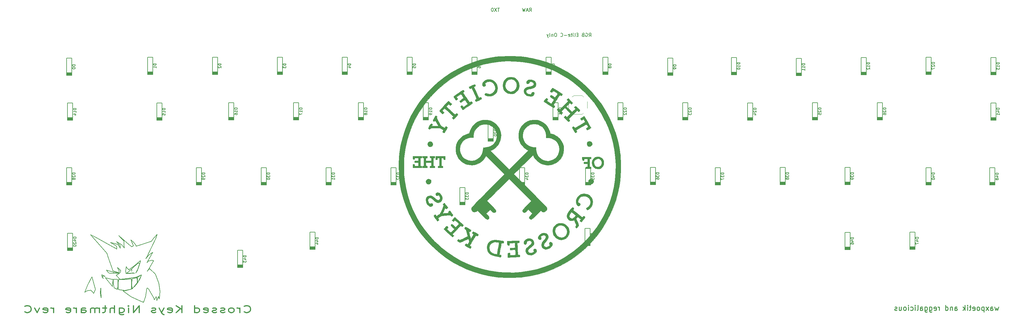
<source format=gbo>
G04 #@! TF.GenerationSoftware,KiCad,Pcbnew,(5.1.2)-1*
G04 #@! TF.CreationDate,2020-06-05T12:57:31-05:00*
G04 #@! TF.ProjectId,NightmarePCB fixed NKRO,4e696768-746d-4617-9265-504342206669,rev?*
G04 #@! TF.SameCoordinates,Original*
G04 #@! TF.FileFunction,Legend,Bot*
G04 #@! TF.FilePolarity,Positive*
%FSLAX46Y46*%
G04 Gerber Fmt 4.6, Leading zero omitted, Abs format (unit mm)*
G04 Created by KiCad (PCBNEW (5.1.2)-1) date 2020-06-05 12:57:31*
%MOMM*%
%LPD*%
G04 APERTURE LIST*
%ADD10C,0.200000*%
%ADD11C,0.250000*%
%ADD12C,0.300000*%
%ADD13C,0.120000*%
%ADD14C,0.010000*%
%ADD15C,0.150000*%
G04 APERTURE END LIST*
D10*
X347939262Y-101190050D02*
X348272596Y-100713860D01*
X348510691Y-101190050D02*
X348510691Y-100190050D01*
X348129739Y-100190050D01*
X348034500Y-100237670D01*
X347986881Y-100285289D01*
X347939262Y-100380527D01*
X347939262Y-100523384D01*
X347986881Y-100618622D01*
X348034500Y-100666241D01*
X348129739Y-100713860D01*
X348510691Y-100713860D01*
X346986881Y-100237670D02*
X347082120Y-100190050D01*
X347224977Y-100190050D01*
X347367834Y-100237670D01*
X347463072Y-100332908D01*
X347510691Y-100428146D01*
X347558310Y-100618622D01*
X347558310Y-100761479D01*
X347510691Y-100951955D01*
X347463072Y-101047193D01*
X347367834Y-101142431D01*
X347224977Y-101190050D01*
X347129739Y-101190050D01*
X346986881Y-101142431D01*
X346939262Y-101094812D01*
X346939262Y-100761479D01*
X347129739Y-100761479D01*
X346177358Y-100666241D02*
X346034500Y-100713860D01*
X345986881Y-100761479D01*
X345939262Y-100856717D01*
X345939262Y-100999574D01*
X345986881Y-101094812D01*
X346034500Y-101142431D01*
X346129739Y-101190050D01*
X346510691Y-101190050D01*
X346510691Y-100190050D01*
X346177358Y-100190050D01*
X346082120Y-100237670D01*
X346034500Y-100285289D01*
X345986881Y-100380527D01*
X345986881Y-100475765D01*
X346034500Y-100571003D01*
X346082120Y-100618622D01*
X346177358Y-100666241D01*
X346510691Y-100666241D01*
X344748786Y-100666241D02*
X344415453Y-100666241D01*
X344272596Y-101190050D02*
X344748786Y-101190050D01*
X344748786Y-100190050D01*
X344272596Y-100190050D01*
X343701167Y-101190050D02*
X343796405Y-101142431D01*
X343844024Y-101047193D01*
X343844024Y-100190050D01*
X343320215Y-101190050D02*
X343320215Y-100523384D01*
X343320215Y-100190050D02*
X343367834Y-100237670D01*
X343320215Y-100285289D01*
X343272596Y-100237670D01*
X343320215Y-100190050D01*
X343320215Y-100285289D01*
X342986881Y-100523384D02*
X342605929Y-100523384D01*
X342844024Y-100190050D02*
X342844024Y-101047193D01*
X342796405Y-101142431D01*
X342701167Y-101190050D01*
X342605929Y-101190050D01*
X341891643Y-101142431D02*
X341986881Y-101190050D01*
X342177358Y-101190050D01*
X342272596Y-101142431D01*
X342320215Y-101047193D01*
X342320215Y-100666241D01*
X342272596Y-100571003D01*
X342177358Y-100523384D01*
X341986881Y-100523384D01*
X341891643Y-100571003D01*
X341844024Y-100666241D01*
X341844024Y-100761479D01*
X342320215Y-100856717D01*
X341415453Y-100809098D02*
X340653548Y-100809098D01*
X339605929Y-101094812D02*
X339653548Y-101142431D01*
X339796405Y-101190050D01*
X339891643Y-101190050D01*
X340034500Y-101142431D01*
X340129739Y-101047193D01*
X340177358Y-100951955D01*
X340224977Y-100761479D01*
X340224977Y-100618622D01*
X340177358Y-100428146D01*
X340129739Y-100332908D01*
X340034500Y-100237670D01*
X339891643Y-100190050D01*
X339796405Y-100190050D01*
X339653548Y-100237670D01*
X339605929Y-100285289D01*
X338224977Y-100190050D02*
X338034500Y-100190050D01*
X337939262Y-100237670D01*
X337844024Y-100332908D01*
X337796405Y-100523384D01*
X337796405Y-100856717D01*
X337844024Y-101047193D01*
X337939262Y-101142431D01*
X338034500Y-101190050D01*
X338224977Y-101190050D01*
X338320215Y-101142431D01*
X338415453Y-101047193D01*
X338463072Y-100856717D01*
X338463072Y-100523384D01*
X338415453Y-100332908D01*
X338320215Y-100237670D01*
X338224977Y-100190050D01*
X337367834Y-100523384D02*
X337367834Y-101190050D01*
X337367834Y-100618622D02*
X337320215Y-100571003D01*
X337224977Y-100523384D01*
X337082120Y-100523384D01*
X336986881Y-100571003D01*
X336939262Y-100666241D01*
X336939262Y-101190050D01*
X336320215Y-101190050D02*
X336415453Y-101142431D01*
X336463072Y-101047193D01*
X336463072Y-100190050D01*
X336034500Y-100523384D02*
X335796405Y-101190050D01*
X335558310Y-100523384D02*
X335796405Y-101190050D01*
X335891643Y-101428146D01*
X335939262Y-101475765D01*
X336034500Y-101523384D01*
D11*
X468218514Y-180793271D02*
X467932800Y-181793271D01*
X467647085Y-181078985D01*
X467361371Y-181793271D01*
X467075657Y-180793271D01*
X465861371Y-181793271D02*
X465861371Y-181007557D01*
X465932800Y-180864700D01*
X466075657Y-180793271D01*
X466361371Y-180793271D01*
X466504228Y-180864700D01*
X465861371Y-181721842D02*
X466004228Y-181793271D01*
X466361371Y-181793271D01*
X466504228Y-181721842D01*
X466575657Y-181578985D01*
X466575657Y-181436128D01*
X466504228Y-181293271D01*
X466361371Y-181221842D01*
X466004228Y-181221842D01*
X465861371Y-181150414D01*
X465289942Y-181793271D02*
X464504228Y-180793271D01*
X465289942Y-180793271D02*
X464504228Y-181793271D01*
X463932800Y-180793271D02*
X463932800Y-182293271D01*
X463932800Y-180864700D02*
X463789942Y-180793271D01*
X463504228Y-180793271D01*
X463361371Y-180864700D01*
X463289942Y-180936128D01*
X463218514Y-181078985D01*
X463218514Y-181507557D01*
X463289942Y-181650414D01*
X463361371Y-181721842D01*
X463504228Y-181793271D01*
X463789942Y-181793271D01*
X463932800Y-181721842D01*
X462361371Y-181793271D02*
X462504228Y-181721842D01*
X462575657Y-181650414D01*
X462647085Y-181507557D01*
X462647085Y-181078985D01*
X462575657Y-180936128D01*
X462504228Y-180864700D01*
X462361371Y-180793271D01*
X462147085Y-180793271D01*
X462004228Y-180864700D01*
X461932800Y-180936128D01*
X461861371Y-181078985D01*
X461861371Y-181507557D01*
X461932800Y-181650414D01*
X462004228Y-181721842D01*
X462147085Y-181793271D01*
X462361371Y-181793271D01*
X460647085Y-181721842D02*
X460789942Y-181793271D01*
X461075657Y-181793271D01*
X461218514Y-181721842D01*
X461289942Y-181578985D01*
X461289942Y-181007557D01*
X461218514Y-180864700D01*
X461075657Y-180793271D01*
X460789942Y-180793271D01*
X460647085Y-180864700D01*
X460575657Y-181007557D01*
X460575657Y-181150414D01*
X461289942Y-181293271D01*
X460147085Y-180793271D02*
X459575657Y-180793271D01*
X459932800Y-180293271D02*
X459932800Y-181578985D01*
X459861371Y-181721842D01*
X459718514Y-181793271D01*
X459575657Y-181793271D01*
X459075657Y-181793271D02*
X459075657Y-180793271D01*
X459075657Y-180293271D02*
X459147085Y-180364700D01*
X459075657Y-180436128D01*
X459004228Y-180364700D01*
X459075657Y-180293271D01*
X459075657Y-180436128D01*
X458361371Y-181793271D02*
X458361371Y-180293271D01*
X458218514Y-181221842D02*
X457789942Y-181793271D01*
X457789942Y-180793271D02*
X458361371Y-181364700D01*
X455361371Y-181793271D02*
X455361371Y-181007557D01*
X455432800Y-180864700D01*
X455575657Y-180793271D01*
X455861371Y-180793271D01*
X456004228Y-180864700D01*
X455361371Y-181721842D02*
X455504228Y-181793271D01*
X455861371Y-181793271D01*
X456004228Y-181721842D01*
X456075657Y-181578985D01*
X456075657Y-181436128D01*
X456004228Y-181293271D01*
X455861371Y-181221842D01*
X455504228Y-181221842D01*
X455361371Y-181150414D01*
X454647085Y-180793271D02*
X454647085Y-181793271D01*
X454647085Y-180936128D02*
X454575657Y-180864700D01*
X454432800Y-180793271D01*
X454218514Y-180793271D01*
X454075657Y-180864700D01*
X454004228Y-181007557D01*
X454004228Y-181793271D01*
X452647085Y-181793271D02*
X452647085Y-180293271D01*
X452647085Y-181721842D02*
X452789942Y-181793271D01*
X453075657Y-181793271D01*
X453218514Y-181721842D01*
X453289942Y-181650414D01*
X453361371Y-181507557D01*
X453361371Y-181078985D01*
X453289942Y-180936128D01*
X453218514Y-180864700D01*
X453075657Y-180793271D01*
X452789942Y-180793271D01*
X452647085Y-180864700D01*
X450789942Y-181793271D02*
X450789942Y-180793271D01*
X450789942Y-181078985D02*
X450718514Y-180936128D01*
X450647085Y-180864700D01*
X450504228Y-180793271D01*
X450361371Y-180793271D01*
X449289942Y-181721842D02*
X449432800Y-181793271D01*
X449718514Y-181793271D01*
X449861371Y-181721842D01*
X449932800Y-181578985D01*
X449932800Y-181007557D01*
X449861371Y-180864700D01*
X449718514Y-180793271D01*
X449432800Y-180793271D01*
X449289942Y-180864700D01*
X449218514Y-181007557D01*
X449218514Y-181150414D01*
X449932800Y-181293271D01*
X447932800Y-180793271D02*
X447932800Y-182007557D01*
X448004228Y-182150414D01*
X448075657Y-182221842D01*
X448218514Y-182293271D01*
X448432800Y-182293271D01*
X448575657Y-182221842D01*
X447932800Y-181721842D02*
X448075657Y-181793271D01*
X448361371Y-181793271D01*
X448504228Y-181721842D01*
X448575657Y-181650414D01*
X448647085Y-181507557D01*
X448647085Y-181078985D01*
X448575657Y-180936128D01*
X448504228Y-180864700D01*
X448361371Y-180793271D01*
X448075657Y-180793271D01*
X447932800Y-180864700D01*
X446575657Y-180793271D02*
X446575657Y-182007557D01*
X446647085Y-182150414D01*
X446718514Y-182221842D01*
X446861371Y-182293271D01*
X447075657Y-182293271D01*
X447218514Y-182221842D01*
X446575657Y-181721842D02*
X446718514Y-181793271D01*
X447004228Y-181793271D01*
X447147085Y-181721842D01*
X447218514Y-181650414D01*
X447289942Y-181507557D01*
X447289942Y-181078985D01*
X447218514Y-180936128D01*
X447147085Y-180864700D01*
X447004228Y-180793271D01*
X446718514Y-180793271D01*
X446575657Y-180864700D01*
X445218514Y-181793271D02*
X445218514Y-181007557D01*
X445289942Y-180864700D01*
X445432800Y-180793271D01*
X445718514Y-180793271D01*
X445861371Y-180864700D01*
X445218514Y-181721842D02*
X445361371Y-181793271D01*
X445718514Y-181793271D01*
X445861371Y-181721842D01*
X445932800Y-181578985D01*
X445932800Y-181436128D01*
X445861371Y-181293271D01*
X445718514Y-181221842D01*
X445361371Y-181221842D01*
X445218514Y-181150414D01*
X444289942Y-181793271D02*
X444432800Y-181721842D01*
X444504228Y-181578985D01*
X444504228Y-180293271D01*
X443718514Y-181793271D02*
X443718514Y-180793271D01*
X443718514Y-180293271D02*
X443789942Y-180364700D01*
X443718514Y-180436128D01*
X443647085Y-180364700D01*
X443718514Y-180293271D01*
X443718514Y-180436128D01*
X442361371Y-181721842D02*
X442504228Y-181793271D01*
X442789942Y-181793271D01*
X442932800Y-181721842D01*
X443004228Y-181650414D01*
X443075657Y-181507557D01*
X443075657Y-181078985D01*
X443004228Y-180936128D01*
X442932800Y-180864700D01*
X442789942Y-180793271D01*
X442504228Y-180793271D01*
X442361371Y-180864700D01*
X441718514Y-181793271D02*
X441718514Y-180793271D01*
X441718514Y-180293271D02*
X441789942Y-180364700D01*
X441718514Y-180436128D01*
X441647085Y-180364700D01*
X441718514Y-180293271D01*
X441718514Y-180436128D01*
X440789942Y-181793271D02*
X440932800Y-181721842D01*
X441004228Y-181650414D01*
X441075657Y-181507557D01*
X441075657Y-181078985D01*
X441004228Y-180936128D01*
X440932800Y-180864700D01*
X440789942Y-180793271D01*
X440575657Y-180793271D01*
X440432800Y-180864700D01*
X440361371Y-180936128D01*
X440289942Y-181078985D01*
X440289942Y-181507557D01*
X440361371Y-181650414D01*
X440432800Y-181721842D01*
X440575657Y-181793271D01*
X440789942Y-181793271D01*
X439004228Y-180793271D02*
X439004228Y-181793271D01*
X439647085Y-180793271D02*
X439647085Y-181578985D01*
X439575657Y-181721842D01*
X439432800Y-181793271D01*
X439218514Y-181793271D01*
X439075657Y-181721842D01*
X439004228Y-181650414D01*
X438361371Y-181721842D02*
X438218514Y-181793271D01*
X437932800Y-181793271D01*
X437789942Y-181721842D01*
X437718514Y-181578985D01*
X437718514Y-181507557D01*
X437789942Y-181364700D01*
X437932800Y-181293271D01*
X438147085Y-181293271D01*
X438289942Y-181221842D01*
X438361371Y-181078985D01*
X438361371Y-181007557D01*
X438289942Y-180864700D01*
X438147085Y-180793271D01*
X437932800Y-180793271D01*
X437789942Y-180864700D01*
D12*
X246703114Y-182235385D02*
X246845971Y-182330623D01*
X247274542Y-182425861D01*
X247560257Y-182425861D01*
X247988828Y-182330623D01*
X248274542Y-182140147D01*
X248417400Y-181949671D01*
X248560257Y-181568719D01*
X248560257Y-181283004D01*
X248417400Y-180902052D01*
X248274542Y-180711576D01*
X247988828Y-180521100D01*
X247560257Y-180425861D01*
X247274542Y-180425861D01*
X246845971Y-180521100D01*
X246703114Y-180616338D01*
X245417400Y-182425861D02*
X245417400Y-181092528D01*
X245417400Y-181473480D02*
X245274542Y-181283004D01*
X245131685Y-181187766D01*
X244845971Y-181092528D01*
X244560257Y-181092528D01*
X243131685Y-182425861D02*
X243417400Y-182330623D01*
X243560257Y-182235385D01*
X243703114Y-182044909D01*
X243703114Y-181473480D01*
X243560257Y-181283004D01*
X243417400Y-181187766D01*
X243131685Y-181092528D01*
X242703114Y-181092528D01*
X242417400Y-181187766D01*
X242274542Y-181283004D01*
X242131685Y-181473480D01*
X242131685Y-182044909D01*
X242274542Y-182235385D01*
X242417400Y-182330623D01*
X242703114Y-182425861D01*
X243131685Y-182425861D01*
X240988828Y-182330623D02*
X240703114Y-182425861D01*
X240131685Y-182425861D01*
X239845971Y-182330623D01*
X239703114Y-182140147D01*
X239703114Y-182044909D01*
X239845971Y-181854433D01*
X240131685Y-181759195D01*
X240560257Y-181759195D01*
X240845971Y-181663957D01*
X240988828Y-181473480D01*
X240988828Y-181378242D01*
X240845971Y-181187766D01*
X240560257Y-181092528D01*
X240131685Y-181092528D01*
X239845971Y-181187766D01*
X238560257Y-182330623D02*
X238274542Y-182425861D01*
X237703114Y-182425861D01*
X237417400Y-182330623D01*
X237274542Y-182140147D01*
X237274542Y-182044909D01*
X237417400Y-181854433D01*
X237703114Y-181759195D01*
X238131685Y-181759195D01*
X238417400Y-181663957D01*
X238560257Y-181473480D01*
X238560257Y-181378242D01*
X238417400Y-181187766D01*
X238131685Y-181092528D01*
X237703114Y-181092528D01*
X237417400Y-181187766D01*
X234845971Y-182330623D02*
X235131685Y-182425861D01*
X235703114Y-182425861D01*
X235988828Y-182330623D01*
X236131685Y-182140147D01*
X236131685Y-181378242D01*
X235988828Y-181187766D01*
X235703114Y-181092528D01*
X235131685Y-181092528D01*
X234845971Y-181187766D01*
X234703114Y-181378242D01*
X234703114Y-181568719D01*
X236131685Y-181759195D01*
X232131685Y-182425861D02*
X232131685Y-180425861D01*
X232131685Y-182330623D02*
X232417400Y-182425861D01*
X232988828Y-182425861D01*
X233274542Y-182330623D01*
X233417400Y-182235385D01*
X233560257Y-182044909D01*
X233560257Y-181473480D01*
X233417400Y-181283004D01*
X233274542Y-181187766D01*
X232988828Y-181092528D01*
X232417400Y-181092528D01*
X232131685Y-181187766D01*
X228417400Y-182425861D02*
X228417400Y-180425861D01*
X226703114Y-182425861D02*
X227988828Y-181283004D01*
X226703114Y-180425861D02*
X228417400Y-181568719D01*
X224274542Y-182330623D02*
X224560257Y-182425861D01*
X225131685Y-182425861D01*
X225417400Y-182330623D01*
X225560257Y-182140147D01*
X225560257Y-181378242D01*
X225417400Y-181187766D01*
X225131685Y-181092528D01*
X224560257Y-181092528D01*
X224274542Y-181187766D01*
X224131685Y-181378242D01*
X224131685Y-181568719D01*
X225560257Y-181759195D01*
X223131685Y-181092528D02*
X222417400Y-182425861D01*
X221703114Y-181092528D02*
X222417400Y-182425861D01*
X222703114Y-182902052D01*
X222845971Y-182997290D01*
X223131685Y-183092528D01*
X220703114Y-182330623D02*
X220417400Y-182425861D01*
X219845971Y-182425861D01*
X219560257Y-182330623D01*
X219417400Y-182140147D01*
X219417400Y-182044909D01*
X219560257Y-181854433D01*
X219845971Y-181759195D01*
X220274542Y-181759195D01*
X220560257Y-181663957D01*
X220703114Y-181473480D01*
X220703114Y-181378242D01*
X220560257Y-181187766D01*
X220274542Y-181092528D01*
X219845971Y-181092528D01*
X219560257Y-181187766D01*
X215845971Y-182425861D02*
X215845971Y-180425861D01*
X214131685Y-182425861D01*
X214131685Y-180425861D01*
X212703114Y-182425861D02*
X212703114Y-181092528D01*
X212703114Y-180425861D02*
X212845971Y-180521100D01*
X212703114Y-180616338D01*
X212560257Y-180521100D01*
X212703114Y-180425861D01*
X212703114Y-180616338D01*
X209988828Y-181092528D02*
X209988828Y-182711576D01*
X210131685Y-182902052D01*
X210274542Y-182997290D01*
X210560257Y-183092528D01*
X210988828Y-183092528D01*
X211274542Y-182997290D01*
X209988828Y-182330623D02*
X210274542Y-182425861D01*
X210845971Y-182425861D01*
X211131685Y-182330623D01*
X211274542Y-182235385D01*
X211417400Y-182044909D01*
X211417400Y-181473480D01*
X211274542Y-181283004D01*
X211131685Y-181187766D01*
X210845971Y-181092528D01*
X210274542Y-181092528D01*
X209988828Y-181187766D01*
X208560257Y-182425861D02*
X208560257Y-180425861D01*
X207274542Y-182425861D02*
X207274542Y-181378242D01*
X207417400Y-181187766D01*
X207703114Y-181092528D01*
X208131685Y-181092528D01*
X208417400Y-181187766D01*
X208560257Y-181283004D01*
X206274542Y-181092528D02*
X205131685Y-181092528D01*
X205845971Y-180425861D02*
X205845971Y-182140147D01*
X205703114Y-182330623D01*
X205417400Y-182425861D01*
X205131685Y-182425861D01*
X204131685Y-182425861D02*
X204131685Y-181092528D01*
X204131685Y-181283004D02*
X203988828Y-181187766D01*
X203703114Y-181092528D01*
X203274542Y-181092528D01*
X202988828Y-181187766D01*
X202845971Y-181378242D01*
X202845971Y-182425861D01*
X202845971Y-181378242D02*
X202703114Y-181187766D01*
X202417400Y-181092528D01*
X201988828Y-181092528D01*
X201703114Y-181187766D01*
X201560257Y-181378242D01*
X201560257Y-182425861D01*
X198845971Y-182425861D02*
X198845971Y-181378242D01*
X198988828Y-181187766D01*
X199274542Y-181092528D01*
X199845971Y-181092528D01*
X200131685Y-181187766D01*
X198845971Y-182330623D02*
X199131685Y-182425861D01*
X199845971Y-182425861D01*
X200131685Y-182330623D01*
X200274542Y-182140147D01*
X200274542Y-181949671D01*
X200131685Y-181759195D01*
X199845971Y-181663957D01*
X199131685Y-181663957D01*
X198845971Y-181568719D01*
X197417400Y-182425861D02*
X197417400Y-181092528D01*
X197417400Y-181473480D02*
X197274542Y-181283004D01*
X197131685Y-181187766D01*
X196845971Y-181092528D01*
X196560257Y-181092528D01*
X194417400Y-182330623D02*
X194703114Y-182425861D01*
X195274542Y-182425861D01*
X195560257Y-182330623D01*
X195703114Y-182140147D01*
X195703114Y-181378242D01*
X195560257Y-181187766D01*
X195274542Y-181092528D01*
X194703114Y-181092528D01*
X194417400Y-181187766D01*
X194274542Y-181378242D01*
X194274542Y-181568719D01*
X195703114Y-181759195D01*
X190703114Y-182425861D02*
X190703114Y-181092528D01*
X190703114Y-181473480D02*
X190560257Y-181283004D01*
X190417400Y-181187766D01*
X190131685Y-181092528D01*
X189845971Y-181092528D01*
X187703114Y-182330623D02*
X187988828Y-182425861D01*
X188560257Y-182425861D01*
X188845971Y-182330623D01*
X188988828Y-182140147D01*
X188988828Y-181378242D01*
X188845971Y-181187766D01*
X188560257Y-181092528D01*
X187988828Y-181092528D01*
X187703114Y-181187766D01*
X187560257Y-181378242D01*
X187560257Y-181568719D01*
X188988828Y-181759195D01*
X186560257Y-181092528D02*
X185845971Y-182425861D01*
X185131685Y-181092528D01*
X182274542Y-182235385D02*
X182417400Y-182330623D01*
X182845971Y-182425861D01*
X183131685Y-182425861D01*
X183560257Y-182330623D01*
X183845971Y-182140147D01*
X183988828Y-181949671D01*
X184131685Y-181568719D01*
X184131685Y-181283004D01*
X183988828Y-180902052D01*
X183845971Y-180711576D01*
X183560257Y-180521100D01*
X183131685Y-180425861D01*
X182845971Y-180425861D01*
X182417400Y-180521100D01*
X182274542Y-180616338D01*
D13*
X345920380Y-118527380D02*
X343420380Y-118527380D01*
X347420380Y-120277380D02*
X347420380Y-122277380D01*
X345920380Y-124027380D02*
X343420380Y-124027380D01*
X341920380Y-120277380D02*
X341920380Y-122277380D01*
X346370380Y-118977380D02*
X345920380Y-118527380D01*
X342970380Y-118977380D02*
X343420380Y-118527380D01*
X342970380Y-123577380D02*
X343420380Y-124027380D01*
X346370380Y-123577380D02*
X345920380Y-124027380D01*
D10*
X217121091Y-179387599D02*
X216635711Y-179243630D01*
X220814914Y-177709336D02*
X220777894Y-177791604D01*
X220921862Y-178153582D02*
X220814914Y-177709336D01*
X218939209Y-169515465D02*
X220568111Y-171123801D01*
X221645819Y-178038407D02*
X221571778Y-177651749D01*
X217705192Y-177729903D02*
X217215699Y-179194270D01*
X218137098Y-175159035D02*
X218087737Y-175496333D01*
X221020584Y-178758250D02*
X220921862Y-178153582D01*
X221571778Y-177651749D02*
X221477170Y-177849191D01*
X220119751Y-167096793D02*
X218712972Y-169494898D01*
X218667725Y-165546045D02*
X219852381Y-164678120D01*
X217828594Y-166504465D02*
X218667725Y-165546045D01*
X215397581Y-173612401D02*
X215372901Y-173345031D01*
X220568111Y-171123801D02*
X221633479Y-173842751D01*
X211131997Y-176026960D02*
X211720211Y-176022847D01*
X217215699Y-179194270D02*
X217121091Y-179387599D01*
X220185566Y-178198830D02*
X218556664Y-175442859D01*
X218219366Y-170288783D02*
X218577231Y-169869217D01*
X216635711Y-179243630D02*
X213476628Y-177812171D01*
X215537436Y-173386164D02*
X215397581Y-173612401D01*
X216438268Y-171568047D02*
X215537436Y-173386164D01*
X213846833Y-175438746D02*
X215965229Y-172793836D01*
X218087737Y-175496333D02*
X217705192Y-177729903D01*
X220777894Y-177791604D02*
X220420029Y-178445633D01*
X221477170Y-177849191D02*
X221226253Y-178503220D01*
X221633479Y-173842751D02*
X221917302Y-176228516D01*
X218264613Y-167631533D02*
X218482623Y-167335369D01*
X219103744Y-166047879D02*
X218264613Y-167569832D01*
X220724420Y-160667566D02*
X218161778Y-165908023D01*
X216528763Y-171387057D02*
X216438268Y-171568047D01*
X215965229Y-172793836D02*
X216528763Y-171387057D01*
X220259607Y-178626622D02*
X220185566Y-178198830D01*
X221699293Y-178388045D02*
X221645819Y-178038407D01*
X218712972Y-169494898D02*
X218219366Y-170288783D01*
X218161778Y-165908023D02*
X217828594Y-166504465D01*
X218577231Y-169869217D02*
X218939209Y-169515465D01*
X221226253Y-178503220D02*
X221049377Y-178922786D01*
X220420029Y-178445633D02*
X220259607Y-178626622D01*
X221049377Y-178922786D02*
X221020584Y-178758250D01*
X219852381Y-164678120D02*
X219103744Y-166047879D01*
X221917302Y-176228516D02*
X221752767Y-178202943D01*
X211720211Y-176022847D02*
X213846833Y-175438746D01*
X218556664Y-175442859D02*
X218137098Y-175159035D01*
X219490403Y-167076226D02*
X220119751Y-167096793D01*
X211399367Y-176277877D02*
X211131997Y-176026960D01*
X221752767Y-178202943D02*
X221699293Y-178388045D01*
X218482623Y-167335369D02*
X219490403Y-167076226D01*
X218182345Y-167734368D02*
X218264613Y-167631533D01*
X213476628Y-177812171D02*
X211399367Y-176277877D01*
X221065831Y-159400642D02*
X220724420Y-160667566D01*
X218264613Y-167569832D02*
X218182345Y-167734368D01*
X209445507Y-175619735D02*
X208524108Y-175208396D01*
X204402492Y-176668649D02*
X204542347Y-175405838D01*
X204690429Y-178017840D02*
X204628729Y-177832738D01*
X208269078Y-172658095D02*
X209289198Y-172678662D01*
X204636955Y-176397165D02*
X204636955Y-176397165D01*
X204661636Y-177832738D02*
X204690429Y-178017840D01*
X208195037Y-173801617D02*
X208269078Y-172658095D01*
X209626496Y-172695115D02*
X209605929Y-173320350D01*
X204542347Y-175405838D02*
X204636955Y-175150808D01*
X204628729Y-177832738D02*
X204402492Y-176668649D01*
X209556569Y-174788830D02*
X209445507Y-175619735D01*
X209289198Y-172678662D02*
X209289198Y-172678662D01*
X209289198Y-172678662D02*
X209626496Y-172695115D01*
X213579463Y-174019626D02*
X213579463Y-174019626D01*
X208524108Y-175208396D02*
X208195037Y-173801617D01*
X213579463Y-172555260D02*
X213579463Y-174019626D01*
X213340886Y-172584054D02*
X213579463Y-172555260D01*
X204636955Y-175150808D02*
X204636955Y-176397165D01*
X204636955Y-176397165D02*
X204661636Y-177832738D01*
X209605929Y-173320350D02*
X209556569Y-174788830D01*
X215200138Y-172185055D02*
X215245385Y-173040640D01*
X206072528Y-172213849D02*
X207726110Y-172633414D01*
X208347232Y-170654874D02*
X208376026Y-170560266D01*
X201975593Y-171888891D02*
X202049634Y-172189168D01*
X199890105Y-176413619D02*
X200708669Y-174336357D01*
X201675315Y-175813064D02*
X200556474Y-176059867D01*
X202259417Y-176467093D02*
X201675315Y-175813064D01*
X208149790Y-172662208D02*
X208145676Y-172810290D01*
X209239838Y-170683668D02*
X209939114Y-170860544D01*
X205854519Y-172143921D02*
X206072528Y-172213849D01*
X202551467Y-176623402D02*
X202465086Y-176767370D01*
X204982480Y-171654428D02*
X205040068Y-171814850D01*
X213818040Y-172501786D02*
X214953335Y-172197395D01*
X215274179Y-173822184D02*
X214978015Y-174192389D01*
X205373252Y-171502232D02*
X205373252Y-171502232D01*
X202572034Y-174110121D02*
X202966919Y-175611508D01*
X208474747Y-170486225D02*
X209239838Y-170683668D01*
X215171344Y-172115127D02*
X215200138Y-172185055D01*
X215245385Y-173040640D02*
X215274179Y-173822184D01*
X206072528Y-172213849D02*
X206072528Y-172213849D01*
X206586702Y-173061207D02*
X205854519Y-172143921D01*
X202966919Y-175611508D02*
X202551467Y-176623402D01*
X208018161Y-174772377D02*
X206586702Y-173061207D01*
X202049634Y-172189168D02*
X202049634Y-172189168D01*
X202465086Y-176767370D02*
X202259417Y-176467093D01*
X205443180Y-171728469D02*
X205085315Y-171679108D01*
X200556474Y-176059867D02*
X199890105Y-176413619D01*
X202049634Y-172189168D02*
X202572034Y-174110121D01*
X206792371Y-170691895D02*
X206220610Y-169959711D01*
X205188150Y-172152148D02*
X205258077Y-172345477D01*
X205825725Y-171769603D02*
X205443180Y-171728469D01*
X208318438Y-170552039D02*
X208347232Y-170654874D01*
X205373252Y-171502232D02*
X205825725Y-171769603D01*
X206751237Y-170070773D02*
X206751237Y-170070773D01*
X209939114Y-170860544D02*
X209651177Y-170881111D01*
X207170803Y-170819410D02*
X206792371Y-170691895D01*
X207726110Y-172633414D02*
X208149790Y-172662208D01*
X205258077Y-172345477D02*
X204916666Y-171975272D01*
X213715205Y-175352364D02*
X213694638Y-173929132D01*
X204916666Y-171975272D02*
X204846738Y-171292449D01*
X208376026Y-170560266D02*
X208474747Y-170486225D01*
X211045615Y-172695115D02*
X213340886Y-172584054D01*
X205040068Y-171814850D02*
X205188150Y-172152148D01*
X209721104Y-172691002D02*
X211045615Y-172695115D01*
X208145676Y-172810290D02*
X208018161Y-174772377D01*
X214509089Y-174739469D02*
X213715205Y-175352364D01*
X209651177Y-170881111D02*
X207170803Y-170819410D01*
X209692310Y-174040193D02*
X209721104Y-172691002D01*
X209659403Y-175529240D02*
X209692310Y-174040193D01*
X209803372Y-175722569D02*
X209659403Y-175529240D01*
X211625603Y-175907672D02*
X209803372Y-175722569D01*
X213303866Y-175611508D02*
X211625603Y-175907672D01*
X213579463Y-175483993D02*
X213303866Y-175611508D01*
X206751237Y-170070773D02*
X208318438Y-170552039D01*
X213579463Y-174019626D02*
X213579463Y-175483993D01*
X204846738Y-171292449D02*
X205373252Y-171502232D01*
X213694638Y-173929132D02*
X213706978Y-172526466D01*
X200708669Y-174336357D02*
X201975593Y-171888891D01*
X215200138Y-172185055D02*
X215200138Y-172185055D01*
X214953335Y-172197395D02*
X215171344Y-172115127D01*
X213706978Y-172526466D02*
X213818040Y-172501786D01*
X206220610Y-169959711D02*
X206751237Y-170070773D01*
X214978015Y-174192389D02*
X214509089Y-174739469D01*
X205085315Y-171679108D02*
X204982480Y-171654428D01*
X211218378Y-163090352D02*
X211428161Y-163378289D01*
X211983468Y-170770049D02*
X211987581Y-170909904D01*
X209754011Y-162226540D02*
X209141116Y-161543718D01*
X212012262Y-168865550D02*
X211909427Y-170169494D01*
X221065831Y-159400642D02*
X221065831Y-159400642D01*
X209651177Y-162452777D02*
X209852733Y-162703693D01*
X210667184Y-162518591D02*
X211218378Y-163090352D01*
X220202019Y-160474237D02*
X221065831Y-159400642D01*
X212843166Y-162395189D02*
X213624710Y-163106805D01*
X210235278Y-162658446D02*
X209754011Y-162226540D01*
X210157123Y-163217867D02*
X210272298Y-163464670D01*
X215500416Y-167861883D02*
X216006362Y-167985285D01*
X213073516Y-170111907D02*
X213595917Y-169688228D01*
X214834047Y-170757709D02*
X215298860Y-170148927D01*
X209988474Y-159960063D02*
X209815712Y-159758507D01*
X212160344Y-170819410D02*
X212366013Y-170675441D01*
X212259065Y-170938698D02*
X214476182Y-170835863D01*
X213480742Y-161284574D02*
X213398474Y-161050111D01*
X209141116Y-161543718D02*
X210667184Y-162518591D01*
X210259958Y-163053331D02*
X210235278Y-162658446D01*
X210909874Y-160930823D02*
X210309319Y-160309701D01*
X215549776Y-169544259D02*
X214883407Y-170642534D01*
X216006362Y-167985285D02*
X215549776Y-169544259D01*
X213653504Y-169930918D02*
X213661731Y-169618300D01*
X211909427Y-170169494D02*
X211983468Y-170770049D01*
X214122430Y-162773621D02*
X213480742Y-161284574D01*
X210272298Y-163464670D02*
X210259958Y-163053331D01*
X207376472Y-161769954D02*
X209075302Y-162242994D01*
X212115097Y-169202848D02*
X212012262Y-168865550D01*
X214159451Y-161691800D02*
X214965675Y-162683126D01*
X209815712Y-159758507D02*
X210017268Y-159898362D01*
X213398474Y-161050111D02*
X214159451Y-161691800D01*
X214286966Y-169025972D02*
X215500416Y-167861883D01*
X212366013Y-170675441D02*
X213073516Y-170111907D01*
X212810259Y-169836310D02*
X212115097Y-169202848D01*
X208301985Y-162345828D02*
X207376472Y-161769954D01*
X211358233Y-161407976D02*
X210909874Y-160930823D01*
X214731212Y-168433644D02*
X214731212Y-168433644D01*
X219395795Y-161469677D02*
X220202019Y-160474237D01*
X216166785Y-167162607D02*
X214731212Y-168433644D01*
X216232599Y-167133813D02*
X216166785Y-167162607D01*
X213624710Y-163106805D02*
X214122430Y-162773621D01*
X209075302Y-162242994D02*
X209651177Y-162452777D01*
X214476182Y-170835863D02*
X214192358Y-170798843D01*
X214731212Y-168433644D02*
X212810259Y-169836310D01*
X216187352Y-167401184D02*
X216232599Y-167133813D01*
X212921321Y-170831750D02*
X212160344Y-170819410D01*
X215298860Y-170148927D02*
X216187352Y-167401184D01*
X214883407Y-170642534D02*
X214834047Y-170757709D01*
X213595917Y-169688228D02*
X213632937Y-169963825D01*
X214932768Y-162860002D02*
X215759559Y-162629652D01*
X213661731Y-169618300D02*
X214286966Y-169025972D01*
X213645277Y-170243535D02*
X213653504Y-169930918D01*
X211399367Y-162386962D02*
X211358233Y-161407976D01*
X211428161Y-163378289D02*
X211399367Y-162386962D01*
X209198704Y-162884682D02*
X208301985Y-162345828D01*
X213632937Y-169963825D02*
X213645277Y-170243535D01*
X210017268Y-159898362D02*
X212843166Y-162395189D01*
X214965675Y-162683126D02*
X214932768Y-162860002D01*
X214192358Y-170798843D02*
X212921321Y-170831750D01*
X211987581Y-170909904D02*
X212259065Y-170938698D01*
X215759559Y-162629652D02*
X219395795Y-161469677D01*
X209852733Y-162703693D02*
X210157123Y-163217867D01*
X210309319Y-160309701D02*
X209988474Y-159960063D01*
X214965675Y-172053426D02*
X211378800Y-172567600D01*
X216458835Y-171313016D02*
X216273733Y-171440531D01*
X209902093Y-170354597D02*
X209865073Y-170658988D01*
X209289198Y-163707360D02*
X209248064Y-163291908D01*
X205928560Y-164525925D02*
X203505773Y-161749387D01*
X208993034Y-163542825D02*
X209289198Y-163707360D01*
X210264071Y-170642534D02*
X210399813Y-170218855D01*
X203045074Y-160285021D02*
X206566135Y-162201860D01*
X201588934Y-159503477D02*
X203045074Y-160285021D01*
X203505773Y-161749387D02*
X201588934Y-159503477D01*
X206747124Y-166134260D02*
X206364579Y-165023645D01*
X207639729Y-168717468D02*
X206747124Y-166134260D01*
X208162130Y-170206515D02*
X207639729Y-168717468D01*
X216273733Y-171440531D02*
X214965675Y-172053426D01*
X209865073Y-170658988D02*
X208162130Y-170206515D01*
X209877413Y-171020966D02*
X210264071Y-170642534D01*
X209737558Y-169441424D02*
X209433167Y-169174054D01*
X210243505Y-169910351D02*
X209737558Y-169441424D01*
X215520983Y-171967045D02*
X216462949Y-171345924D01*
X216462949Y-171345924D02*
X216458835Y-171313016D01*
X209248064Y-163291908D02*
X209198704Y-162884682D01*
X206566135Y-162201860D02*
X208993034Y-163542825D01*
X206364579Y-165023645D02*
X205928560Y-164525925D01*
X209930887Y-170062546D02*
X209902093Y-170354597D01*
X209692310Y-169638867D02*
X209930887Y-170062546D01*
X209433167Y-169174054D02*
X209692310Y-169638867D01*
X215327653Y-172579940D02*
X215302973Y-172078107D01*
X210399813Y-170218855D02*
X210243505Y-169910351D01*
X210185917Y-172596394D02*
X210021382Y-172501786D01*
X215372901Y-173345031D02*
X215327653Y-172579940D01*
X209075302Y-171489892D02*
X209877413Y-171020966D01*
X215302973Y-172078107D02*
X215520983Y-171967045D01*
X210021382Y-172501786D02*
X209075302Y-171489892D01*
X211378800Y-172567600D02*
X210185917Y-172596394D01*
D14*
G36*
X324381820Y-106961652D02*
G01*
X323554573Y-106972014D01*
X322758724Y-106990547D01*
X322022914Y-107017098D01*
X321375783Y-107051518D01*
X320845970Y-107093656D01*
X320611500Y-107120527D01*
X318259189Y-107517499D01*
X315964443Y-108070502D01*
X313733323Y-108775920D01*
X311571889Y-109630135D01*
X309486201Y-110629531D01*
X307482320Y-111770491D01*
X305566304Y-113049397D01*
X303744216Y-114462633D01*
X302022114Y-116006583D01*
X300406059Y-117677628D01*
X298902111Y-119472152D01*
X298086406Y-120564176D01*
X296790083Y-122519583D01*
X295645092Y-124550177D01*
X294652622Y-126652850D01*
X293813858Y-128824494D01*
X293129990Y-131062001D01*
X292602202Y-133362263D01*
X292231684Y-135722172D01*
X292202669Y-135967045D01*
X292150321Y-136564268D01*
X292112883Y-137291617D01*
X292089884Y-138117404D01*
X292080851Y-139009941D01*
X292085314Y-139937539D01*
X292102801Y-140868510D01*
X292132841Y-141771166D01*
X292174961Y-142613817D01*
X292228690Y-143364775D01*
X292293557Y-143992353D01*
X292325500Y-144221200D01*
X292774616Y-146591394D01*
X293377147Y-148893551D01*
X294131870Y-151124716D01*
X295037561Y-153281931D01*
X296092997Y-155362242D01*
X297296954Y-157362692D01*
X298446096Y-159011417D01*
X299683506Y-160562568D01*
X301056673Y-162078827D01*
X302532907Y-163528547D01*
X304079518Y-164880077D01*
X305663813Y-166101769D01*
X306057221Y-166379918D01*
X307958908Y-167599985D01*
X309955693Y-168689844D01*
X312030788Y-169643294D01*
X314167408Y-170454137D01*
X316348765Y-171116171D01*
X318558073Y-171623197D01*
X320778545Y-171969015D01*
X321361304Y-172032317D01*
X321785592Y-172062688D01*
X322344335Y-172085452D01*
X323007120Y-172100819D01*
X323743534Y-172109001D01*
X324523164Y-172110211D01*
X325315597Y-172104658D01*
X326090421Y-172092554D01*
X326817223Y-172074111D01*
X327465591Y-172049539D01*
X328005111Y-172019051D01*
X328400833Y-171983406D01*
X330752015Y-171617181D01*
X333049497Y-171092853D01*
X335287396Y-170413186D01*
X337459824Y-169580941D01*
X339560896Y-168598881D01*
X341584725Y-167469769D01*
X343525427Y-166196367D01*
X345377115Y-164781437D01*
X347133903Y-163227742D01*
X347209385Y-163155800D01*
X348861985Y-161461096D01*
X350374368Y-159672386D01*
X351744796Y-157793117D01*
X352971530Y-155826739D01*
X354052830Y-153776703D01*
X354986958Y-151646457D01*
X355772175Y-149439451D01*
X356406741Y-147159134D01*
X356888917Y-144808957D01*
X357075370Y-143586200D01*
X357122296Y-143134413D01*
X357161524Y-142548889D01*
X357192894Y-141858363D01*
X357216249Y-141091569D01*
X357231432Y-140277240D01*
X357238284Y-139444112D01*
X357237307Y-138952723D01*
X355792476Y-138952723D01*
X355753136Y-141173642D01*
X355554288Y-143387991D01*
X355196305Y-145587842D01*
X354679558Y-147765268D01*
X354004420Y-149912341D01*
X353171261Y-152021134D01*
X352180456Y-154083718D01*
X351260380Y-155718778D01*
X350232985Y-157293215D01*
X349060970Y-158850312D01*
X347768817Y-160363884D01*
X346381009Y-161807743D01*
X344922029Y-163155707D01*
X343416357Y-164381588D01*
X342608800Y-164972146D01*
X340735404Y-166190724D01*
X338783751Y-167273074D01*
X336767912Y-168213905D01*
X334701962Y-169007929D01*
X332599973Y-169649857D01*
X330476019Y-170134398D01*
X328344173Y-170456265D01*
X327892833Y-170503072D01*
X327466258Y-170543855D01*
X327067224Y-170582193D01*
X326746219Y-170613224D01*
X326580500Y-170629426D01*
X326278539Y-170646388D01*
X325838832Y-170653814D01*
X325292640Y-170652608D01*
X324671229Y-170643672D01*
X324005862Y-170627907D01*
X323327804Y-170606217D01*
X322668318Y-170579504D01*
X322058667Y-170548671D01*
X321530117Y-170514619D01*
X321113930Y-170478251D01*
X321034833Y-170469350D01*
X318755649Y-170113400D01*
X316527626Y-169597152D01*
X314356693Y-168923488D01*
X312248778Y-168095290D01*
X310209810Y-167115439D01*
X308245717Y-165986818D01*
X306362429Y-164712309D01*
X304565874Y-163294793D01*
X302861980Y-161737153D01*
X302660382Y-161537318D01*
X301080441Y-159840379D01*
X299643599Y-158053894D01*
X298351761Y-156181794D01*
X297206832Y-154228006D01*
X296210714Y-152196462D01*
X295365312Y-150091089D01*
X294672530Y-147915818D01*
X294134272Y-145674577D01*
X293752442Y-143371295D01*
X293715684Y-143078200D01*
X293662068Y-142514137D01*
X293619697Y-141823859D01*
X293588812Y-141043151D01*
X293569651Y-140207801D01*
X293562454Y-139353593D01*
X293567462Y-138516316D01*
X293584913Y-137731753D01*
X293615047Y-137035693D01*
X293658104Y-136463921D01*
X293670614Y-136347200D01*
X294020527Y-134008390D01*
X294521634Y-131740806D01*
X295173040Y-129547132D01*
X295973855Y-127430050D01*
X296923186Y-125392243D01*
X297896174Y-123640951D01*
X299143106Y-121724486D01*
X300518382Y-119909864D01*
X302014036Y-118203980D01*
X303622098Y-116613726D01*
X305334600Y-115145995D01*
X307143577Y-113807681D01*
X309041058Y-112605678D01*
X311019077Y-111546878D01*
X312799582Y-110747445D01*
X314948061Y-109955981D01*
X317132433Y-109327369D01*
X319344095Y-108861342D01*
X321574446Y-108557632D01*
X323814883Y-108415972D01*
X326056805Y-108436094D01*
X328291609Y-108617731D01*
X330510694Y-108960614D01*
X332705457Y-109464477D01*
X334867296Y-110129051D01*
X336987609Y-110954069D01*
X338264500Y-111539678D01*
X340097711Y-112503031D01*
X341821907Y-113561882D01*
X343462588Y-114734503D01*
X345045248Y-116039163D01*
X346595387Y-117494133D01*
X346649531Y-117548169D01*
X348110110Y-119097629D01*
X349419738Y-120678716D01*
X350596684Y-122316928D01*
X351659220Y-124037761D01*
X352625617Y-125866712D01*
X352658022Y-125933200D01*
X353583540Y-128027055D01*
X354347319Y-130161906D01*
X354949729Y-132329826D01*
X355391144Y-134522888D01*
X355671936Y-136733163D01*
X355792476Y-138952723D01*
X357237307Y-138952723D01*
X357236646Y-138620918D01*
X357226362Y-137836393D01*
X357207273Y-137119271D01*
X357179221Y-136498285D01*
X357142048Y-136002171D01*
X357118204Y-135796867D01*
X356899745Y-134354687D01*
X356660325Y-133041607D01*
X356391025Y-131817822D01*
X356082925Y-130643529D01*
X355727107Y-129478921D01*
X355650570Y-129247065D01*
X354833677Y-127062478D01*
X353871647Y-124957472D01*
X352770856Y-122937939D01*
X351537679Y-121009771D01*
X350178493Y-119178857D01*
X348699673Y-117451088D01*
X347107596Y-115832355D01*
X345408636Y-114328549D01*
X343609171Y-112945561D01*
X341715576Y-111689281D01*
X339734226Y-110565600D01*
X337671498Y-109580409D01*
X335533767Y-108739598D01*
X333327410Y-108049059D01*
X332464833Y-107825447D01*
X331490145Y-107603650D01*
X330458076Y-107402600D01*
X329327806Y-107214803D01*
X328400833Y-107079496D01*
X327986635Y-107037670D01*
X327431995Y-107004919D01*
X326765554Y-106981093D01*
X326015951Y-106966040D01*
X325211826Y-106959610D01*
X324381820Y-106961652D01*
X324381820Y-106961652D01*
G37*
X324381820Y-106961652D02*
X323554573Y-106972014D01*
X322758724Y-106990547D01*
X322022914Y-107017098D01*
X321375783Y-107051518D01*
X320845970Y-107093656D01*
X320611500Y-107120527D01*
X318259189Y-107517499D01*
X315964443Y-108070502D01*
X313733323Y-108775920D01*
X311571889Y-109630135D01*
X309486201Y-110629531D01*
X307482320Y-111770491D01*
X305566304Y-113049397D01*
X303744216Y-114462633D01*
X302022114Y-116006583D01*
X300406059Y-117677628D01*
X298902111Y-119472152D01*
X298086406Y-120564176D01*
X296790083Y-122519583D01*
X295645092Y-124550177D01*
X294652622Y-126652850D01*
X293813858Y-128824494D01*
X293129990Y-131062001D01*
X292602202Y-133362263D01*
X292231684Y-135722172D01*
X292202669Y-135967045D01*
X292150321Y-136564268D01*
X292112883Y-137291617D01*
X292089884Y-138117404D01*
X292080851Y-139009941D01*
X292085314Y-139937539D01*
X292102801Y-140868510D01*
X292132841Y-141771166D01*
X292174961Y-142613817D01*
X292228690Y-143364775D01*
X292293557Y-143992353D01*
X292325500Y-144221200D01*
X292774616Y-146591394D01*
X293377147Y-148893551D01*
X294131870Y-151124716D01*
X295037561Y-153281931D01*
X296092997Y-155362242D01*
X297296954Y-157362692D01*
X298446096Y-159011417D01*
X299683506Y-160562568D01*
X301056673Y-162078827D01*
X302532907Y-163528547D01*
X304079518Y-164880077D01*
X305663813Y-166101769D01*
X306057221Y-166379918D01*
X307958908Y-167599985D01*
X309955693Y-168689844D01*
X312030788Y-169643294D01*
X314167408Y-170454137D01*
X316348765Y-171116171D01*
X318558073Y-171623197D01*
X320778545Y-171969015D01*
X321361304Y-172032317D01*
X321785592Y-172062688D01*
X322344335Y-172085452D01*
X323007120Y-172100819D01*
X323743534Y-172109001D01*
X324523164Y-172110211D01*
X325315597Y-172104658D01*
X326090421Y-172092554D01*
X326817223Y-172074111D01*
X327465591Y-172049539D01*
X328005111Y-172019051D01*
X328400833Y-171983406D01*
X330752015Y-171617181D01*
X333049497Y-171092853D01*
X335287396Y-170413186D01*
X337459824Y-169580941D01*
X339560896Y-168598881D01*
X341584725Y-167469769D01*
X343525427Y-166196367D01*
X345377115Y-164781437D01*
X347133903Y-163227742D01*
X347209385Y-163155800D01*
X348861985Y-161461096D01*
X350374368Y-159672386D01*
X351744796Y-157793117D01*
X352971530Y-155826739D01*
X354052830Y-153776703D01*
X354986958Y-151646457D01*
X355772175Y-149439451D01*
X356406741Y-147159134D01*
X356888917Y-144808957D01*
X357075370Y-143586200D01*
X357122296Y-143134413D01*
X357161524Y-142548889D01*
X357192894Y-141858363D01*
X357216249Y-141091569D01*
X357231432Y-140277240D01*
X357238284Y-139444112D01*
X357237307Y-138952723D01*
X355792476Y-138952723D01*
X355753136Y-141173642D01*
X355554288Y-143387991D01*
X355196305Y-145587842D01*
X354679558Y-147765268D01*
X354004420Y-149912341D01*
X353171261Y-152021134D01*
X352180456Y-154083718D01*
X351260380Y-155718778D01*
X350232985Y-157293215D01*
X349060970Y-158850312D01*
X347768817Y-160363884D01*
X346381009Y-161807743D01*
X344922029Y-163155707D01*
X343416357Y-164381588D01*
X342608800Y-164972146D01*
X340735404Y-166190724D01*
X338783751Y-167273074D01*
X336767912Y-168213905D01*
X334701962Y-169007929D01*
X332599973Y-169649857D01*
X330476019Y-170134398D01*
X328344173Y-170456265D01*
X327892833Y-170503072D01*
X327466258Y-170543855D01*
X327067224Y-170582193D01*
X326746219Y-170613224D01*
X326580500Y-170629426D01*
X326278539Y-170646388D01*
X325838832Y-170653814D01*
X325292640Y-170652608D01*
X324671229Y-170643672D01*
X324005862Y-170627907D01*
X323327804Y-170606217D01*
X322668318Y-170579504D01*
X322058667Y-170548671D01*
X321530117Y-170514619D01*
X321113930Y-170478251D01*
X321034833Y-170469350D01*
X318755649Y-170113400D01*
X316527626Y-169597152D01*
X314356693Y-168923488D01*
X312248778Y-168095290D01*
X310209810Y-167115439D01*
X308245717Y-165986818D01*
X306362429Y-164712309D01*
X304565874Y-163294793D01*
X302861980Y-161737153D01*
X302660382Y-161537318D01*
X301080441Y-159840379D01*
X299643599Y-158053894D01*
X298351761Y-156181794D01*
X297206832Y-154228006D01*
X296210714Y-152196462D01*
X295365312Y-150091089D01*
X294672530Y-147915818D01*
X294134272Y-145674577D01*
X293752442Y-143371295D01*
X293715684Y-143078200D01*
X293662068Y-142514137D01*
X293619697Y-141823859D01*
X293588812Y-141043151D01*
X293569651Y-140207801D01*
X293562454Y-139353593D01*
X293567462Y-138516316D01*
X293584913Y-137731753D01*
X293615047Y-137035693D01*
X293658104Y-136463921D01*
X293670614Y-136347200D01*
X294020527Y-134008390D01*
X294521634Y-131740806D01*
X295173040Y-129547132D01*
X295973855Y-127430050D01*
X296923186Y-125392243D01*
X297896174Y-123640951D01*
X299143106Y-121724486D01*
X300518382Y-119909864D01*
X302014036Y-118203980D01*
X303622098Y-116613726D01*
X305334600Y-115145995D01*
X307143577Y-113807681D01*
X309041058Y-112605678D01*
X311019077Y-111546878D01*
X312799582Y-110747445D01*
X314948061Y-109955981D01*
X317132433Y-109327369D01*
X319344095Y-108861342D01*
X321574446Y-108557632D01*
X323814883Y-108415972D01*
X326056805Y-108436094D01*
X328291609Y-108617731D01*
X330510694Y-108960614D01*
X332705457Y-109464477D01*
X334867296Y-110129051D01*
X336987609Y-110954069D01*
X338264500Y-111539678D01*
X340097711Y-112503031D01*
X341821907Y-113561882D01*
X343462588Y-114734503D01*
X345045248Y-116039163D01*
X346595387Y-117494133D01*
X346649531Y-117548169D01*
X348110110Y-119097629D01*
X349419738Y-120678716D01*
X350596684Y-122316928D01*
X351659220Y-124037761D01*
X352625617Y-125866712D01*
X352658022Y-125933200D01*
X353583540Y-128027055D01*
X354347319Y-130161906D01*
X354949729Y-132329826D01*
X355391144Y-134522888D01*
X355671936Y-136733163D01*
X355792476Y-138952723D01*
X357237307Y-138952723D01*
X357236646Y-138620918D01*
X357226362Y-137836393D01*
X357207273Y-137119271D01*
X357179221Y-136498285D01*
X357142048Y-136002171D01*
X357118204Y-135796867D01*
X356899745Y-134354687D01*
X356660325Y-133041607D01*
X356391025Y-131817822D01*
X356082925Y-130643529D01*
X355727107Y-129478921D01*
X355650570Y-129247065D01*
X354833677Y-127062478D01*
X353871647Y-124957472D01*
X352770856Y-122937939D01*
X351537679Y-121009771D01*
X350178493Y-119178857D01*
X348699673Y-117451088D01*
X347107596Y-115832355D01*
X345408636Y-114328549D01*
X343609171Y-112945561D01*
X341715576Y-111689281D01*
X339734226Y-110565600D01*
X337671498Y-109580409D01*
X335533767Y-108739598D01*
X333327410Y-108049059D01*
X332464833Y-107825447D01*
X331490145Y-107603650D01*
X330458076Y-107402600D01*
X329327806Y-107214803D01*
X328400833Y-107079496D01*
X327986635Y-107037670D01*
X327431995Y-107004919D01*
X326765554Y-106981093D01*
X326015951Y-106966040D01*
X325211826Y-106959610D01*
X324381820Y-106961652D01*
G36*
X326771000Y-161281877D02*
G01*
X326397499Y-161286710D01*
X325920784Y-161299547D01*
X325406677Y-161318337D01*
X324993000Y-161337276D01*
X323913500Y-161392332D01*
X323914656Y-161823766D01*
X323926315Y-162204415D01*
X323968282Y-162446071D01*
X324054744Y-162578308D01*
X324199887Y-162630696D01*
X324304375Y-162636200D01*
X324490076Y-162624616D01*
X324570949Y-162556798D01*
X324590452Y-162383151D01*
X324590833Y-162309277D01*
X324590833Y-161982354D01*
X325374000Y-161936909D01*
X325716118Y-161918386D01*
X325985250Y-161906333D01*
X326143457Y-161902322D01*
X326169365Y-161903999D01*
X326178432Y-161988073D01*
X326191856Y-162200783D01*
X326207182Y-162501568D01*
X326212035Y-162608616D01*
X326242506Y-163300699D01*
X325998753Y-163349450D01*
X325776648Y-163376726D01*
X325468062Y-163394418D01*
X325257583Y-163398200D01*
X324760166Y-163398200D01*
X324760166Y-164002884D01*
X326265556Y-163948534D01*
X326305643Y-164668200D01*
X326319951Y-165003037D01*
X326323319Y-165271350D01*
X326315510Y-165429704D01*
X326309952Y-165451367D01*
X326214940Y-165479548D01*
X325990948Y-165501311D01*
X325678300Y-165513424D01*
X325517170Y-165514867D01*
X324760166Y-165514867D01*
X324760166Y-165223530D01*
X324729511Y-164975550D01*
X324617820Y-164865027D01*
X324395506Y-164868091D01*
X324334767Y-164880321D01*
X324206131Y-164914580D01*
X324131005Y-164973025D01*
X324095000Y-165094706D01*
X324083722Y-165318677D01*
X324082833Y-165563927D01*
X324082833Y-166192200D01*
X324400333Y-166177685D01*
X324604264Y-166167778D01*
X324934008Y-166151109D01*
X325346283Y-166129890D01*
X325797807Y-166106333D01*
X325860833Y-166103020D01*
X326314364Y-166079649D01*
X326734628Y-166058887D01*
X327078346Y-166042813D01*
X327302238Y-166033506D01*
X327321333Y-166032869D01*
X327529292Y-166014966D01*
X327618262Y-165946788D01*
X327638578Y-165779770D01*
X327638833Y-165726534D01*
X327625598Y-165527878D01*
X327552015Y-165446404D01*
X327367267Y-165430228D01*
X327348592Y-165430200D01*
X327179316Y-165422443D01*
X327087922Y-165370928D01*
X327042389Y-165233296D01*
X327012603Y-164985700D01*
X326993098Y-164742953D01*
X326970170Y-164373678D01*
X326946173Y-163920578D01*
X326923464Y-163426362D01*
X326914519Y-163207700D01*
X326862184Y-161874200D01*
X327165842Y-161874200D01*
X327367683Y-161861959D01*
X327451745Y-161791810D01*
X327469402Y-161613617D01*
X327469500Y-161577867D01*
X327469500Y-161281534D01*
X326771000Y-161281877D01*
X326771000Y-161281877D01*
G37*
X326771000Y-161281877D02*
X326397499Y-161286710D01*
X325920784Y-161299547D01*
X325406677Y-161318337D01*
X324993000Y-161337276D01*
X323913500Y-161392332D01*
X323914656Y-161823766D01*
X323926315Y-162204415D01*
X323968282Y-162446071D01*
X324054744Y-162578308D01*
X324199887Y-162630696D01*
X324304375Y-162636200D01*
X324490076Y-162624616D01*
X324570949Y-162556798D01*
X324590452Y-162383151D01*
X324590833Y-162309277D01*
X324590833Y-161982354D01*
X325374000Y-161936909D01*
X325716118Y-161918386D01*
X325985250Y-161906333D01*
X326143457Y-161902322D01*
X326169365Y-161903999D01*
X326178432Y-161988073D01*
X326191856Y-162200783D01*
X326207182Y-162501568D01*
X326212035Y-162608616D01*
X326242506Y-163300699D01*
X325998753Y-163349450D01*
X325776648Y-163376726D01*
X325468062Y-163394418D01*
X325257583Y-163398200D01*
X324760166Y-163398200D01*
X324760166Y-164002884D01*
X326265556Y-163948534D01*
X326305643Y-164668200D01*
X326319951Y-165003037D01*
X326323319Y-165271350D01*
X326315510Y-165429704D01*
X326309952Y-165451367D01*
X326214940Y-165479548D01*
X325990948Y-165501311D01*
X325678300Y-165513424D01*
X325517170Y-165514867D01*
X324760166Y-165514867D01*
X324760166Y-165223530D01*
X324729511Y-164975550D01*
X324617820Y-164865027D01*
X324395506Y-164868091D01*
X324334767Y-164880321D01*
X324206131Y-164914580D01*
X324131005Y-164973025D01*
X324095000Y-165094706D01*
X324083722Y-165318677D01*
X324082833Y-165563927D01*
X324082833Y-166192200D01*
X324400333Y-166177685D01*
X324604264Y-166167778D01*
X324934008Y-166151109D01*
X325346283Y-166129890D01*
X325797807Y-166106333D01*
X325860833Y-166103020D01*
X326314364Y-166079649D01*
X326734628Y-166058887D01*
X327078346Y-166042813D01*
X327302238Y-166033506D01*
X327321333Y-166032869D01*
X327529292Y-166014966D01*
X327618262Y-165946788D01*
X327638578Y-165779770D01*
X327638833Y-165726534D01*
X327625598Y-165527878D01*
X327552015Y-165446404D01*
X327367267Y-165430228D01*
X327348592Y-165430200D01*
X327179316Y-165422443D01*
X327087922Y-165370928D01*
X327042389Y-165233296D01*
X327012603Y-164985700D01*
X326993098Y-164742953D01*
X326970170Y-164373678D01*
X326946173Y-163920578D01*
X326923464Y-163426362D01*
X326914519Y-163207700D01*
X326862184Y-161874200D01*
X327165842Y-161874200D01*
X327367683Y-161861959D01*
X327451745Y-161791810D01*
X327469402Y-161613617D01*
X327469500Y-161577867D01*
X327469500Y-161281534D01*
X326771000Y-161281877D01*
G36*
X319700368Y-161101967D02*
G01*
X319139249Y-161315150D01*
X318671852Y-161651553D01*
X318313876Y-162095911D01*
X318081021Y-162632959D01*
X317988987Y-163247432D01*
X317988132Y-163313534D01*
X318012869Y-163821158D01*
X318099744Y-164219108D01*
X318266631Y-164561154D01*
X318506559Y-164873094D01*
X318791887Y-165155374D01*
X319114354Y-165381757D01*
X319505686Y-165566752D01*
X319997606Y-165724868D01*
X320621838Y-165870613D01*
X320739806Y-165894489D01*
X321225711Y-165990638D01*
X321571038Y-166054639D01*
X321801378Y-166086921D01*
X321942324Y-166087915D01*
X322019468Y-166058050D01*
X322058401Y-165997756D01*
X322082136Y-165917034D01*
X322126815Y-165679338D01*
X322080205Y-165550219D01*
X321918589Y-165482986D01*
X321855034Y-165469924D01*
X321574568Y-165417308D01*
X321897178Y-163709254D01*
X321994218Y-163194026D01*
X322079590Y-162737969D01*
X322148620Y-162366283D01*
X322196634Y-162104168D01*
X322218958Y-161976822D01*
X322219977Y-161968956D01*
X322293452Y-161959594D01*
X322474004Y-161978200D01*
X322513746Y-161984352D01*
X322712180Y-162003668D01*
X322806509Y-161945347D01*
X322844751Y-161810125D01*
X321506980Y-161810125D01*
X321502598Y-161899851D01*
X321470672Y-162130746D01*
X321415270Y-162477624D01*
X321340461Y-162915298D01*
X321250312Y-163418580D01*
X321224545Y-163558795D01*
X320907833Y-165273188D01*
X320526833Y-165217697D01*
X320201117Y-165145210D01*
X319855339Y-165032380D01*
X319764833Y-164995330D01*
X319272570Y-164712281D01*
X318929917Y-164354818D01*
X318729555Y-163912148D01*
X318664167Y-163373478D01*
X318664166Y-163371903D01*
X318737083Y-162831328D01*
X318945821Y-162379049D01*
X319275367Y-162026406D01*
X319710703Y-161784743D01*
X320236816Y-161665401D01*
X320838689Y-161679722D01*
X320893935Y-161687630D01*
X321187287Y-161736243D01*
X321406788Y-161779942D01*
X321506281Y-161809503D01*
X321506980Y-161810125D01*
X322844751Y-161810125D01*
X322857027Y-161766720D01*
X322862576Y-161737482D01*
X322891252Y-161536596D01*
X322890068Y-161424849D01*
X322886496Y-161419369D01*
X322771307Y-161381934D01*
X322525337Y-161329751D01*
X322185896Y-161268563D01*
X321790293Y-161204115D01*
X321375837Y-161142150D01*
X320979836Y-161088411D01*
X320639601Y-161048642D01*
X320392439Y-161028587D01*
X320339509Y-161027270D01*
X319700368Y-161101967D01*
X319700368Y-161101967D01*
G37*
X319700368Y-161101967D02*
X319139249Y-161315150D01*
X318671852Y-161651553D01*
X318313876Y-162095911D01*
X318081021Y-162632959D01*
X317988987Y-163247432D01*
X317988132Y-163313534D01*
X318012869Y-163821158D01*
X318099744Y-164219108D01*
X318266631Y-164561154D01*
X318506559Y-164873094D01*
X318791887Y-165155374D01*
X319114354Y-165381757D01*
X319505686Y-165566752D01*
X319997606Y-165724868D01*
X320621838Y-165870613D01*
X320739806Y-165894489D01*
X321225711Y-165990638D01*
X321571038Y-166054639D01*
X321801378Y-166086921D01*
X321942324Y-166087915D01*
X322019468Y-166058050D01*
X322058401Y-165997756D01*
X322082136Y-165917034D01*
X322126815Y-165679338D01*
X322080205Y-165550219D01*
X321918589Y-165482986D01*
X321855034Y-165469924D01*
X321574568Y-165417308D01*
X321897178Y-163709254D01*
X321994218Y-163194026D01*
X322079590Y-162737969D01*
X322148620Y-162366283D01*
X322196634Y-162104168D01*
X322218958Y-161976822D01*
X322219977Y-161968956D01*
X322293452Y-161959594D01*
X322474004Y-161978200D01*
X322513746Y-161984352D01*
X322712180Y-162003668D01*
X322806509Y-161945347D01*
X322844751Y-161810125D01*
X321506980Y-161810125D01*
X321502598Y-161899851D01*
X321470672Y-162130746D01*
X321415270Y-162477624D01*
X321340461Y-162915298D01*
X321250312Y-163418580D01*
X321224545Y-163558795D01*
X320907833Y-165273188D01*
X320526833Y-165217697D01*
X320201117Y-165145210D01*
X319855339Y-165032380D01*
X319764833Y-164995330D01*
X319272570Y-164712281D01*
X318929917Y-164354818D01*
X318729555Y-163912148D01*
X318664167Y-163373478D01*
X318664166Y-163371903D01*
X318737083Y-162831328D01*
X318945821Y-162379049D01*
X319275367Y-162026406D01*
X319710703Y-161784743D01*
X320236816Y-161665401D01*
X320838689Y-161679722D01*
X320893935Y-161687630D01*
X321187287Y-161736243D01*
X321406788Y-161779942D01*
X321506281Y-161809503D01*
X321506980Y-161810125D01*
X322844751Y-161810125D01*
X322857027Y-161766720D01*
X322862576Y-161737482D01*
X322891252Y-161536596D01*
X322890068Y-161424849D01*
X322886496Y-161419369D01*
X322771307Y-161381934D01*
X322525337Y-161329751D01*
X322185896Y-161268563D01*
X321790293Y-161204115D01*
X321375837Y-161142150D01*
X320979836Y-161088411D01*
X320639601Y-161048642D01*
X320392439Y-161028587D01*
X320339509Y-161027270D01*
X319700368Y-161101967D01*
G36*
X329969773Y-160656171D02*
G01*
X329813007Y-160694973D01*
X329450248Y-160853687D01*
X329141923Y-161095625D01*
X328910937Y-161387994D01*
X328780197Y-161697998D01*
X328772608Y-161992844D01*
X328818860Y-162118285D01*
X328992795Y-162307842D01*
X329206627Y-162366667D01*
X329416482Y-162311191D01*
X329578484Y-162157842D01*
X329648757Y-161923049D01*
X329641400Y-161810295D01*
X329634138Y-161593704D01*
X329721048Y-161459895D01*
X329781764Y-161417218D01*
X330155715Y-161258806D01*
X330508389Y-161248902D01*
X330812024Y-161383790D01*
X330991740Y-161579069D01*
X331083848Y-161756056D01*
X331075045Y-161912136D01*
X331017335Y-162049953D01*
X330897767Y-162212898D01*
X330678943Y-162435980D01*
X330399580Y-162681173D01*
X330268057Y-162785805D01*
X329966850Y-163034546D01*
X329701881Y-163283508D01*
X329515407Y-163491841D01*
X329471622Y-163555740D01*
X329327315Y-163960452D01*
X329327476Y-164392847D01*
X329462511Y-164810326D01*
X329722830Y-165170293D01*
X329862245Y-165290395D01*
X330129952Y-165411830D01*
X330498666Y-165480131D01*
X330907422Y-165491547D01*
X331295256Y-165442326D01*
X331473644Y-165389549D01*
X331958447Y-165144138D01*
X332305361Y-164834961D01*
X332504024Y-164473691D01*
X332549500Y-164177527D01*
X332483868Y-163917585D01*
X332317327Y-163736841D01*
X332095408Y-163657670D01*
X331863643Y-163702446D01*
X331751214Y-163785248D01*
X331629276Y-163996450D01*
X331663557Y-164245661D01*
X331705583Y-164334672D01*
X331740544Y-164458201D01*
X331668138Y-164563531D01*
X331522178Y-164662708D01*
X331143035Y-164831843D01*
X330780340Y-164886527D01*
X330460232Y-164838495D01*
X330208852Y-164699484D01*
X330052341Y-164481227D01*
X330016840Y-164195460D01*
X330060837Y-164006674D01*
X330158743Y-163863926D01*
X330359960Y-163655736D01*
X330630387Y-163415616D01*
X330805134Y-163275211D01*
X331267227Y-162882557D01*
X331578108Y-162526754D01*
X331745910Y-162187355D01*
X331778767Y-161843916D01*
X331684811Y-161475989D01*
X331597000Y-161284571D01*
X331325604Y-160922834D01*
X330956961Y-160695217D01*
X330501530Y-160605177D01*
X329969773Y-160656171D01*
X329969773Y-160656171D01*
G37*
X329969773Y-160656171D02*
X329813007Y-160694973D01*
X329450248Y-160853687D01*
X329141923Y-161095625D01*
X328910937Y-161387994D01*
X328780197Y-161697998D01*
X328772608Y-161992844D01*
X328818860Y-162118285D01*
X328992795Y-162307842D01*
X329206627Y-162366667D01*
X329416482Y-162311191D01*
X329578484Y-162157842D01*
X329648757Y-161923049D01*
X329641400Y-161810295D01*
X329634138Y-161593704D01*
X329721048Y-161459895D01*
X329781764Y-161417218D01*
X330155715Y-161258806D01*
X330508389Y-161248902D01*
X330812024Y-161383790D01*
X330991740Y-161579069D01*
X331083848Y-161756056D01*
X331075045Y-161912136D01*
X331017335Y-162049953D01*
X330897767Y-162212898D01*
X330678943Y-162435980D01*
X330399580Y-162681173D01*
X330268057Y-162785805D01*
X329966850Y-163034546D01*
X329701881Y-163283508D01*
X329515407Y-163491841D01*
X329471622Y-163555740D01*
X329327315Y-163960452D01*
X329327476Y-164392847D01*
X329462511Y-164810326D01*
X329722830Y-165170293D01*
X329862245Y-165290395D01*
X330129952Y-165411830D01*
X330498666Y-165480131D01*
X330907422Y-165491547D01*
X331295256Y-165442326D01*
X331473644Y-165389549D01*
X331958447Y-165144138D01*
X332305361Y-164834961D01*
X332504024Y-164473691D01*
X332549500Y-164177527D01*
X332483868Y-163917585D01*
X332317327Y-163736841D01*
X332095408Y-163657670D01*
X331863643Y-163702446D01*
X331751214Y-163785248D01*
X331629276Y-163996450D01*
X331663557Y-164245661D01*
X331705583Y-164334672D01*
X331740544Y-164458201D01*
X331668138Y-164563531D01*
X331522178Y-164662708D01*
X331143035Y-164831843D01*
X330780340Y-164886527D01*
X330460232Y-164838495D01*
X330208852Y-164699484D01*
X330052341Y-164481227D01*
X330016840Y-164195460D01*
X330060837Y-164006674D01*
X330158743Y-163863926D01*
X330359960Y-163655736D01*
X330630387Y-163415616D01*
X330805134Y-163275211D01*
X331267227Y-162882557D01*
X331578108Y-162526754D01*
X331745910Y-162187355D01*
X331778767Y-161843916D01*
X331684811Y-161475989D01*
X331597000Y-161284571D01*
X331325604Y-160922834D01*
X330956961Y-160695217D01*
X330501530Y-160605177D01*
X329969773Y-160656171D01*
G36*
X334382278Y-159024982D02*
G01*
X333949876Y-159156849D01*
X333554120Y-159397523D01*
X333452108Y-159486858D01*
X333179217Y-159811876D01*
X333016994Y-160147058D01*
X332973324Y-160460419D01*
X333056093Y-160719975D01*
X333127667Y-160802745D01*
X333347038Y-160916856D01*
X333595978Y-160933360D01*
X333795814Y-160847766D01*
X333802566Y-160841267D01*
X333878476Y-160685197D01*
X333901489Y-160474303D01*
X333869382Y-160289703D01*
X333819500Y-160223200D01*
X333741471Y-160130856D01*
X333796920Y-160017606D01*
X333996657Y-159867393D01*
X334102105Y-159803436D01*
X334427172Y-159642545D01*
X334679719Y-159600197D01*
X334906170Y-159674415D01*
X335035748Y-159763679D01*
X335222243Y-159987276D01*
X335258175Y-160252048D01*
X335141916Y-160565419D01*
X334871835Y-160934813D01*
X334749060Y-161069867D01*
X334394918Y-161472949D01*
X334162556Y-161815653D01*
X334033579Y-162132595D01*
X333989591Y-162458395D01*
X333989150Y-162499848D01*
X334055969Y-162970857D01*
X334256910Y-163339201D01*
X334593845Y-163607972D01*
X334689082Y-163655263D01*
X335134879Y-163795037D01*
X335566550Y-163786181D01*
X335861467Y-163704645D01*
X336332401Y-163479551D01*
X336726113Y-163180523D01*
X337017198Y-162834757D01*
X337180250Y-162469451D01*
X337206166Y-162265080D01*
X337144632Y-162024990D01*
X336990532Y-161816169D01*
X336789617Y-161682968D01*
X336590924Y-161668687D01*
X336415082Y-161753539D01*
X336339630Y-161822112D01*
X336282052Y-162016063D01*
X336291529Y-162252198D01*
X336362744Y-162434890D01*
X336374433Y-162447933D01*
X336408323Y-162577111D01*
X336312370Y-162730287D01*
X336119703Y-162885495D01*
X335863454Y-163020768D01*
X335576754Y-163114138D01*
X335324296Y-163144200D01*
X335031217Y-163074188D01*
X334799813Y-162891939D01*
X334675768Y-162639135D01*
X334666166Y-162543749D01*
X334695964Y-162360546D01*
X334797299Y-162152708D01*
X334988079Y-161892035D01*
X335286218Y-161550327D01*
X335321726Y-161511592D01*
X335692814Y-161045875D01*
X335908290Y-160615459D01*
X335972837Y-160201060D01*
X335891138Y-159783395D01*
X335794859Y-159563289D01*
X335557617Y-159271076D01*
X335220323Y-159083210D01*
X334817152Y-159000807D01*
X334382278Y-159024982D01*
X334382278Y-159024982D01*
G37*
X334382278Y-159024982D02*
X333949876Y-159156849D01*
X333554120Y-159397523D01*
X333452108Y-159486858D01*
X333179217Y-159811876D01*
X333016994Y-160147058D01*
X332973324Y-160460419D01*
X333056093Y-160719975D01*
X333127667Y-160802745D01*
X333347038Y-160916856D01*
X333595978Y-160933360D01*
X333795814Y-160847766D01*
X333802566Y-160841267D01*
X333878476Y-160685197D01*
X333901489Y-160474303D01*
X333869382Y-160289703D01*
X333819500Y-160223200D01*
X333741471Y-160130856D01*
X333796920Y-160017606D01*
X333996657Y-159867393D01*
X334102105Y-159803436D01*
X334427172Y-159642545D01*
X334679719Y-159600197D01*
X334906170Y-159674415D01*
X335035748Y-159763679D01*
X335222243Y-159987276D01*
X335258175Y-160252048D01*
X335141916Y-160565419D01*
X334871835Y-160934813D01*
X334749060Y-161069867D01*
X334394918Y-161472949D01*
X334162556Y-161815653D01*
X334033579Y-162132595D01*
X333989591Y-162458395D01*
X333989150Y-162499848D01*
X334055969Y-162970857D01*
X334256910Y-163339201D01*
X334593845Y-163607972D01*
X334689082Y-163655263D01*
X335134879Y-163795037D01*
X335566550Y-163786181D01*
X335861467Y-163704645D01*
X336332401Y-163479551D01*
X336726113Y-163180523D01*
X337017198Y-162834757D01*
X337180250Y-162469451D01*
X337206166Y-162265080D01*
X337144632Y-162024990D01*
X336990532Y-161816169D01*
X336789617Y-161682968D01*
X336590924Y-161668687D01*
X336415082Y-161753539D01*
X336339630Y-161822112D01*
X336282052Y-162016063D01*
X336291529Y-162252198D01*
X336362744Y-162434890D01*
X336374433Y-162447933D01*
X336408323Y-162577111D01*
X336312370Y-162730287D01*
X336119703Y-162885495D01*
X335863454Y-163020768D01*
X335576754Y-163114138D01*
X335324296Y-163144200D01*
X335031217Y-163074188D01*
X334799813Y-162891939D01*
X334675768Y-162639135D01*
X334666166Y-162543749D01*
X334695964Y-162360546D01*
X334797299Y-162152708D01*
X334988079Y-161892035D01*
X335286218Y-161550327D01*
X335321726Y-161511592D01*
X335692814Y-161045875D01*
X335908290Y-160615459D01*
X335972837Y-160201060D01*
X335891138Y-159783395D01*
X335794859Y-159563289D01*
X335557617Y-159271076D01*
X335220323Y-159083210D01*
X334817152Y-159000807D01*
X334382278Y-159024982D01*
G36*
X311564419Y-157287417D02*
G01*
X311473353Y-157458004D01*
X311463447Y-157481318D01*
X311399510Y-157672153D01*
X311420139Y-157774181D01*
X311474342Y-157817573D01*
X311651955Y-157929065D01*
X311703561Y-157962947D01*
X311758056Y-158060437D01*
X311841397Y-158278661D01*
X311942087Y-158578928D01*
X312048628Y-158922544D01*
X312149524Y-159270817D01*
X312233275Y-159585054D01*
X312288387Y-159826561D01*
X312303360Y-159956647D01*
X312299202Y-159967496D01*
X312217726Y-160012084D01*
X312012120Y-160117961D01*
X311709924Y-160271119D01*
X311338679Y-160457551D01*
X311171166Y-160541221D01*
X310741938Y-160754319D01*
X310435379Y-160900472D01*
X310222625Y-160988308D01*
X310074811Y-161026454D01*
X309963074Y-161023537D01*
X309858547Y-160988185D01*
X309787110Y-160954912D01*
X309594870Y-160872937D01*
X309487056Y-160874476D01*
X309398371Y-160963947D01*
X309384944Y-160982127D01*
X309290606Y-161154405D01*
X309266166Y-161254320D01*
X309335058Y-161364773D01*
X309506374Y-161507894D01*
X309727076Y-161649228D01*
X309944126Y-161754323D01*
X310089984Y-161789470D01*
X310216380Y-161753712D01*
X310463083Y-161655385D01*
X310799037Y-161507839D01*
X311193188Y-161324425D01*
X311370196Y-161239136D01*
X311768028Y-161046329D01*
X312108351Y-160883026D01*
X312363886Y-160762188D01*
X312507357Y-160696777D01*
X312528291Y-160688867D01*
X312560202Y-160763785D01*
X312612866Y-160956582D01*
X312654223Y-161133367D01*
X312705153Y-161405737D01*
X312699699Y-161599170D01*
X312625415Y-161796209D01*
X312526737Y-161978816D01*
X312301050Y-162379766D01*
X312039823Y-162244680D01*
X311857586Y-162162095D01*
X311748527Y-162174068D01*
X311638196Y-162292212D01*
X311624931Y-162309397D01*
X311513653Y-162479741D01*
X311469941Y-162593867D01*
X311537490Y-162662033D01*
X311716596Y-162789536D01*
X311970490Y-162954023D01*
X312262403Y-163133138D01*
X312555567Y-163304528D01*
X312813212Y-163445840D01*
X312998571Y-163534719D01*
X313043105Y-163550284D01*
X313134835Y-163497916D01*
X313235362Y-163336689D01*
X313247116Y-163309631D01*
X313309351Y-163141558D01*
X313300423Y-163034028D01*
X313194789Y-162935304D01*
X313003206Y-162815628D01*
X312999640Y-162720550D01*
X313075541Y-162511322D01*
X313215463Y-162214031D01*
X313403964Y-161854760D01*
X313625598Y-161459597D01*
X313864923Y-161054626D01*
X314106494Y-160665933D01*
X314334868Y-160319603D01*
X314534599Y-160041723D01*
X314690246Y-159858378D01*
X314786363Y-159795652D01*
X314790666Y-159796515D01*
X315006861Y-159863589D01*
X315092003Y-159890181D01*
X315235548Y-159873273D01*
X315347078Y-159714504D01*
X315407059Y-159530638D01*
X315404927Y-159419559D01*
X315306669Y-159337391D01*
X315099383Y-159202871D01*
X314825102Y-159039634D01*
X314525857Y-158871313D01*
X314243678Y-158721545D01*
X314020598Y-158613964D01*
X313898647Y-158572205D01*
X313898035Y-158572200D01*
X313782372Y-158641749D01*
X313676163Y-158801591D01*
X313616213Y-158978392D01*
X313657669Y-159087073D01*
X313721088Y-159140258D01*
X313870137Y-159228572D01*
X313939015Y-159249534D01*
X314005096Y-159314910D01*
X314007500Y-159338145D01*
X313969698Y-159440345D01*
X313870730Y-159639134D01*
X313732254Y-159896404D01*
X313575928Y-160174045D01*
X313423411Y-160433949D01*
X313296359Y-160638006D01*
X313216433Y-160748108D01*
X313201359Y-160756617D01*
X313171934Y-160670025D01*
X313108168Y-160450166D01*
X313018643Y-160127579D01*
X312911936Y-159732800D01*
X312879209Y-159609950D01*
X312762331Y-159163008D01*
X312688306Y-158856529D01*
X312654078Y-158667985D01*
X312656594Y-158574847D01*
X312692798Y-158554585D01*
X312738589Y-158572783D01*
X312939283Y-158648108D01*
X313077966Y-158594938D01*
X313199105Y-158410721D01*
X313326392Y-158164576D01*
X312513347Y-157691055D01*
X312180764Y-157500516D01*
X311901809Y-157346616D01*
X311708799Y-157246807D01*
X311636506Y-157217534D01*
X311564419Y-157287417D01*
X311564419Y-157287417D01*
G37*
X311564419Y-157287417D02*
X311473353Y-157458004D01*
X311463447Y-157481318D01*
X311399510Y-157672153D01*
X311420139Y-157774181D01*
X311474342Y-157817573D01*
X311651955Y-157929065D01*
X311703561Y-157962947D01*
X311758056Y-158060437D01*
X311841397Y-158278661D01*
X311942087Y-158578928D01*
X312048628Y-158922544D01*
X312149524Y-159270817D01*
X312233275Y-159585054D01*
X312288387Y-159826561D01*
X312303360Y-159956647D01*
X312299202Y-159967496D01*
X312217726Y-160012084D01*
X312012120Y-160117961D01*
X311709924Y-160271119D01*
X311338679Y-160457551D01*
X311171166Y-160541221D01*
X310741938Y-160754319D01*
X310435379Y-160900472D01*
X310222625Y-160988308D01*
X310074811Y-161026454D01*
X309963074Y-161023537D01*
X309858547Y-160988185D01*
X309787110Y-160954912D01*
X309594870Y-160872937D01*
X309487056Y-160874476D01*
X309398371Y-160963947D01*
X309384944Y-160982127D01*
X309290606Y-161154405D01*
X309266166Y-161254320D01*
X309335058Y-161364773D01*
X309506374Y-161507894D01*
X309727076Y-161649228D01*
X309944126Y-161754323D01*
X310089984Y-161789470D01*
X310216380Y-161753712D01*
X310463083Y-161655385D01*
X310799037Y-161507839D01*
X311193188Y-161324425D01*
X311370196Y-161239136D01*
X311768028Y-161046329D01*
X312108351Y-160883026D01*
X312363886Y-160762188D01*
X312507357Y-160696777D01*
X312528291Y-160688867D01*
X312560202Y-160763785D01*
X312612866Y-160956582D01*
X312654223Y-161133367D01*
X312705153Y-161405737D01*
X312699699Y-161599170D01*
X312625415Y-161796209D01*
X312526737Y-161978816D01*
X312301050Y-162379766D01*
X312039823Y-162244680D01*
X311857586Y-162162095D01*
X311748527Y-162174068D01*
X311638196Y-162292212D01*
X311624931Y-162309397D01*
X311513653Y-162479741D01*
X311469941Y-162593867D01*
X311537490Y-162662033D01*
X311716596Y-162789536D01*
X311970490Y-162954023D01*
X312262403Y-163133138D01*
X312555567Y-163304528D01*
X312813212Y-163445840D01*
X312998571Y-163534719D01*
X313043105Y-163550284D01*
X313134835Y-163497916D01*
X313235362Y-163336689D01*
X313247116Y-163309631D01*
X313309351Y-163141558D01*
X313300423Y-163034028D01*
X313194789Y-162935304D01*
X313003206Y-162815628D01*
X312999640Y-162720550D01*
X313075541Y-162511322D01*
X313215463Y-162214031D01*
X313403964Y-161854760D01*
X313625598Y-161459597D01*
X313864923Y-161054626D01*
X314106494Y-160665933D01*
X314334868Y-160319603D01*
X314534599Y-160041723D01*
X314690246Y-159858378D01*
X314786363Y-159795652D01*
X314790666Y-159796515D01*
X315006861Y-159863589D01*
X315092003Y-159890181D01*
X315235548Y-159873273D01*
X315347078Y-159714504D01*
X315407059Y-159530638D01*
X315404927Y-159419559D01*
X315306669Y-159337391D01*
X315099383Y-159202871D01*
X314825102Y-159039634D01*
X314525857Y-158871313D01*
X314243678Y-158721545D01*
X314020598Y-158613964D01*
X313898647Y-158572205D01*
X313898035Y-158572200D01*
X313782372Y-158641749D01*
X313676163Y-158801591D01*
X313616213Y-158978392D01*
X313657669Y-159087073D01*
X313721088Y-159140258D01*
X313870137Y-159228572D01*
X313939015Y-159249534D01*
X314005096Y-159314910D01*
X314007500Y-159338145D01*
X313969698Y-159440345D01*
X313870730Y-159639134D01*
X313732254Y-159896404D01*
X313575928Y-160174045D01*
X313423411Y-160433949D01*
X313296359Y-160638006D01*
X313216433Y-160748108D01*
X313201359Y-160756617D01*
X313171934Y-160670025D01*
X313108168Y-160450166D01*
X313018643Y-160127579D01*
X312911936Y-159732800D01*
X312879209Y-159609950D01*
X312762331Y-159163008D01*
X312688306Y-158856529D01*
X312654078Y-158667985D01*
X312656594Y-158574847D01*
X312692798Y-158554585D01*
X312738589Y-158572783D01*
X312939283Y-158648108D01*
X313077966Y-158594938D01*
X313199105Y-158410721D01*
X313326392Y-158164576D01*
X312513347Y-157691055D01*
X312180764Y-157500516D01*
X311901809Y-157346616D01*
X311708799Y-157246807D01*
X311636506Y-157217534D01*
X311564419Y-157287417D01*
G36*
X339031652Y-156163239D02*
G01*
X338470366Y-156383291D01*
X337995477Y-156728903D01*
X337624816Y-157182215D01*
X337376218Y-157725367D01*
X337267516Y-158340500D01*
X337264163Y-158487534D01*
X337333987Y-159108539D01*
X337544528Y-159653664D01*
X337907331Y-160148297D01*
X338111116Y-160350046D01*
X338644045Y-160737142D01*
X339215291Y-160959298D01*
X339824893Y-161016523D01*
X340472890Y-160908826D01*
X340537543Y-160889681D01*
X340969019Y-160683017D01*
X341385667Y-160353247D01*
X341744946Y-159944311D01*
X342004316Y-159500153D01*
X342077566Y-159298893D01*
X342174340Y-158680306D01*
X342172671Y-158662571D01*
X341492064Y-158662571D01*
X341433629Y-159115897D01*
X341407141Y-159192864D01*
X341152668Y-159648870D01*
X340793977Y-160000886D01*
X340361475Y-160234954D01*
X339885567Y-160337119D01*
X339396659Y-160293421D01*
X339171947Y-160218909D01*
X338716504Y-159945426D01*
X338342779Y-159557076D01*
X338077351Y-159092086D01*
X337946796Y-158588683D01*
X337937999Y-158444060D01*
X338007963Y-157950588D01*
X338214763Y-157513241D01*
X338531441Y-157152676D01*
X338931041Y-156889553D01*
X339386607Y-156744529D01*
X339871183Y-156738264D01*
X340098523Y-156788299D01*
X340540532Y-156997902D01*
X340919329Y-157324012D01*
X341216475Y-157732747D01*
X341413534Y-158190227D01*
X341492064Y-158662571D01*
X342172671Y-158662571D01*
X342117932Y-158081073D01*
X341924480Y-157522651D01*
X341610122Y-157026496D01*
X341190996Y-156614066D01*
X340683239Y-156306815D01*
X340102991Y-156126200D01*
X339661500Y-156086607D01*
X339031652Y-156163239D01*
X339031652Y-156163239D01*
G37*
X339031652Y-156163239D02*
X338470366Y-156383291D01*
X337995477Y-156728903D01*
X337624816Y-157182215D01*
X337376218Y-157725367D01*
X337267516Y-158340500D01*
X337264163Y-158487534D01*
X337333987Y-159108539D01*
X337544528Y-159653664D01*
X337907331Y-160148297D01*
X338111116Y-160350046D01*
X338644045Y-160737142D01*
X339215291Y-160959298D01*
X339824893Y-161016523D01*
X340472890Y-160908826D01*
X340537543Y-160889681D01*
X340969019Y-160683017D01*
X341385667Y-160353247D01*
X341744946Y-159944311D01*
X342004316Y-159500153D01*
X342077566Y-159298893D01*
X342174340Y-158680306D01*
X342172671Y-158662571D01*
X341492064Y-158662571D01*
X341433629Y-159115897D01*
X341407141Y-159192864D01*
X341152668Y-159648870D01*
X340793977Y-160000886D01*
X340361475Y-160234954D01*
X339885567Y-160337119D01*
X339396659Y-160293421D01*
X339171947Y-160218909D01*
X338716504Y-159945426D01*
X338342779Y-159557076D01*
X338077351Y-159092086D01*
X337946796Y-158588683D01*
X337937999Y-158444060D01*
X338007963Y-157950588D01*
X338214763Y-157513241D01*
X338531441Y-157152676D01*
X338931041Y-156889553D01*
X339386607Y-156744529D01*
X339871183Y-156738264D01*
X340098523Y-156788299D01*
X340540532Y-156997902D01*
X340919329Y-157324012D01*
X341216475Y-157732747D01*
X341413534Y-158190227D01*
X341492064Y-158662571D01*
X342172671Y-158662571D01*
X342117932Y-158081073D01*
X341924480Y-157522651D01*
X341610122Y-157026496D01*
X341190996Y-156614066D01*
X340683239Y-156306815D01*
X340102991Y-156126200D01*
X339661500Y-156086607D01*
X339031652Y-156163239D01*
G36*
X308433721Y-154426286D02*
G01*
X308271515Y-154588474D01*
X308062057Y-154808842D01*
X308038051Y-154834673D01*
X307617542Y-155288146D01*
X307868457Y-155488218D01*
X308119372Y-155688291D01*
X308349375Y-155467935D01*
X308579377Y-155247579D01*
X309134438Y-155734896D01*
X309383930Y-155961496D01*
X309575299Y-156149693D01*
X309679094Y-156269900D01*
X309689500Y-156292592D01*
X309635324Y-156383463D01*
X309491602Y-156561595D01*
X309286541Y-156792561D01*
X309229720Y-156853753D01*
X308769940Y-157344534D01*
X308254685Y-156837830D01*
X307968255Y-156572091D01*
X307761663Y-156431322D01*
X307606949Y-156409901D01*
X307476154Y-156502210D01*
X307366825Y-156659347D01*
X307340874Y-156749670D01*
X307383938Y-156859141D01*
X307515253Y-157015076D01*
X307754050Y-157244791D01*
X307824578Y-157309455D01*
X308372657Y-157809401D01*
X307869562Y-158317800D01*
X307634297Y-158549448D01*
X307443695Y-158725806D01*
X307328716Y-158818653D01*
X307311877Y-158826200D01*
X307229141Y-158772499D01*
X307054959Y-158629102D01*
X306821010Y-158422564D01*
X306716560Y-158327084D01*
X306175833Y-157827968D01*
X306366333Y-157623127D01*
X306497878Y-157457392D01*
X306556624Y-157335354D01*
X306556833Y-157331032D01*
X306491919Y-157199746D01*
X306344170Y-157058830D01*
X306184081Y-156970523D01*
X306140584Y-156963534D01*
X306040404Y-157021137D01*
X305870204Y-157167022D01*
X305670046Y-157360803D01*
X305479992Y-157562093D01*
X305340104Y-157730507D01*
X305290195Y-157820800D01*
X305348105Y-157892264D01*
X305508963Y-158055939D01*
X305749978Y-158290619D01*
X306048357Y-158575099D01*
X306381307Y-158888175D01*
X306726036Y-159208640D01*
X307059753Y-159515291D01*
X307359664Y-159786922D01*
X307602978Y-160002328D01*
X307766902Y-160140303D01*
X307826918Y-160180867D01*
X307916217Y-160125081D01*
X308062399Y-159988492D01*
X308084173Y-159965645D01*
X308286363Y-159750423D01*
X308061457Y-159563478D01*
X307836552Y-159376534D01*
X309038192Y-158092262D01*
X309439821Y-157663770D01*
X309742589Y-157345287D01*
X309963283Y-157123131D01*
X310118691Y-156983620D01*
X310225599Y-156913072D01*
X310300794Y-156897805D01*
X310361063Y-156924138D01*
X310414623Y-156970428D01*
X310571674Y-157090023D01*
X310676668Y-157132867D01*
X310803916Y-157069689D01*
X310945360Y-156927068D01*
X311036268Y-156775376D01*
X311044166Y-156733357D01*
X310985641Y-156650712D01*
X310825107Y-156477763D01*
X310585132Y-156235728D01*
X310288282Y-155945823D01*
X309957124Y-155629263D01*
X309614224Y-155307266D01*
X309282149Y-155001047D01*
X308983464Y-154731823D01*
X308740737Y-154520809D01*
X308576534Y-154389224D01*
X308515288Y-154355781D01*
X308433721Y-154426286D01*
X308433721Y-154426286D01*
G37*
X308433721Y-154426286D02*
X308271515Y-154588474D01*
X308062057Y-154808842D01*
X308038051Y-154834673D01*
X307617542Y-155288146D01*
X307868457Y-155488218D01*
X308119372Y-155688291D01*
X308349375Y-155467935D01*
X308579377Y-155247579D01*
X309134438Y-155734896D01*
X309383930Y-155961496D01*
X309575299Y-156149693D01*
X309679094Y-156269900D01*
X309689500Y-156292592D01*
X309635324Y-156383463D01*
X309491602Y-156561595D01*
X309286541Y-156792561D01*
X309229720Y-156853753D01*
X308769940Y-157344534D01*
X308254685Y-156837830D01*
X307968255Y-156572091D01*
X307761663Y-156431322D01*
X307606949Y-156409901D01*
X307476154Y-156502210D01*
X307366825Y-156659347D01*
X307340874Y-156749670D01*
X307383938Y-156859141D01*
X307515253Y-157015076D01*
X307754050Y-157244791D01*
X307824578Y-157309455D01*
X308372657Y-157809401D01*
X307869562Y-158317800D01*
X307634297Y-158549448D01*
X307443695Y-158725806D01*
X307328716Y-158818653D01*
X307311877Y-158826200D01*
X307229141Y-158772499D01*
X307054959Y-158629102D01*
X306821010Y-158422564D01*
X306716560Y-158327084D01*
X306175833Y-157827968D01*
X306366333Y-157623127D01*
X306497878Y-157457392D01*
X306556624Y-157335354D01*
X306556833Y-157331032D01*
X306491919Y-157199746D01*
X306344170Y-157058830D01*
X306184081Y-156970523D01*
X306140584Y-156963534D01*
X306040404Y-157021137D01*
X305870204Y-157167022D01*
X305670046Y-157360803D01*
X305479992Y-157562093D01*
X305340104Y-157730507D01*
X305290195Y-157820800D01*
X305348105Y-157892264D01*
X305508963Y-158055939D01*
X305749978Y-158290619D01*
X306048357Y-158575099D01*
X306381307Y-158888175D01*
X306726036Y-159208640D01*
X307059753Y-159515291D01*
X307359664Y-159786922D01*
X307602978Y-160002328D01*
X307766902Y-160140303D01*
X307826918Y-160180867D01*
X307916217Y-160125081D01*
X308062399Y-159988492D01*
X308084173Y-159965645D01*
X308286363Y-159750423D01*
X308061457Y-159563478D01*
X307836552Y-159376534D01*
X309038192Y-158092262D01*
X309439821Y-157663770D01*
X309742589Y-157345287D01*
X309963283Y-157123131D01*
X310118691Y-156983620D01*
X310225599Y-156913072D01*
X310300794Y-156897805D01*
X310361063Y-156924138D01*
X310414623Y-156970428D01*
X310571674Y-157090023D01*
X310676668Y-157132867D01*
X310803916Y-157069689D01*
X310945360Y-156927068D01*
X311036268Y-156775376D01*
X311044166Y-156733357D01*
X310985641Y-156650712D01*
X310825107Y-156477763D01*
X310585132Y-156235728D01*
X310288282Y-155945823D01*
X309957124Y-155629263D01*
X309614224Y-155307266D01*
X309282149Y-155001047D01*
X308983464Y-154731823D01*
X308740737Y-154520809D01*
X308576534Y-154389224D01*
X308515288Y-154355781D01*
X308433721Y-154426286D01*
G36*
X342986488Y-151499919D02*
G01*
X342853292Y-151639295D01*
X342825315Y-151673664D01*
X342381634Y-152231763D01*
X342040283Y-152686159D01*
X341789119Y-153057926D01*
X341615997Y-153368138D01*
X341508772Y-153637868D01*
X341455302Y-153888192D01*
X341443216Y-154072071D01*
X341515846Y-154502948D01*
X341726971Y-154875159D01*
X342048707Y-155161522D01*
X342453168Y-155334854D01*
X342779239Y-155374405D01*
X343066756Y-155353779D01*
X343311014Y-155301737D01*
X343381397Y-155273110D01*
X343530270Y-155206671D01*
X343590948Y-155199840D01*
X343627353Y-155286280D01*
X343708215Y-155494958D01*
X343819447Y-155789219D01*
X343885789Y-155967054D01*
X344012931Y-156315126D01*
X344085379Y-156545308D01*
X344108266Y-156698123D01*
X344086726Y-156814093D01*
X344025892Y-156933740D01*
X344011364Y-156958456D01*
X343917568Y-157136202D01*
X343916191Y-157248382D01*
X344008571Y-157372180D01*
X344018728Y-157383435D01*
X344168949Y-157516565D01*
X344302516Y-157533037D01*
X344454344Y-157422641D01*
X344638715Y-157202142D01*
X344793079Y-156983724D01*
X344891688Y-156810437D01*
X344910833Y-156749179D01*
X344881193Y-156635646D01*
X344800482Y-156399555D01*
X344681017Y-156075373D01*
X344535112Y-155697564D01*
X344534624Y-155696328D01*
X344158416Y-154742382D01*
X344340578Y-154495994D01*
X344452719Y-154360494D01*
X344557881Y-154303466D01*
X344691822Y-154331564D01*
X344890302Y-154451440D01*
X345160730Y-154648568D01*
X345585557Y-154965731D01*
X345417529Y-155144589D01*
X345294864Y-155306492D01*
X345249500Y-155421872D01*
X345314356Y-155536290D01*
X345463643Y-155658216D01*
X345629442Y-155742451D01*
X345738758Y-155747450D01*
X345819212Y-155664166D01*
X345975132Y-155477643D01*
X346180166Y-155219949D01*
X346308234Y-155054395D01*
X346553719Y-154720224D01*
X346692124Y-154483569D01*
X346728663Y-154315205D01*
X346668551Y-154185903D01*
X346517002Y-154066437D01*
X346487739Y-154048192D01*
X346364300Y-154012060D01*
X346245544Y-154094215D01*
X346171263Y-154187367D01*
X346002232Y-154416868D01*
X345219033Y-153807150D01*
X344057075Y-153807150D01*
X343807324Y-154146760D01*
X343564403Y-154409629D01*
X343278659Y-154620800D01*
X343004629Y-154743562D01*
X342895795Y-154760272D01*
X342747819Y-154724906D01*
X342543486Y-154636905D01*
X342538472Y-154634324D01*
X342260974Y-154414819D01*
X342134074Y-154127163D01*
X342157566Y-153780227D01*
X342331245Y-153382880D01*
X342575525Y-153037916D01*
X342773797Y-152795299D01*
X343415436Y-153301225D01*
X344057075Y-153807150D01*
X345219033Y-153807150D01*
X344631033Y-153349395D01*
X344216594Y-153026651D01*
X343849037Y-152740212D01*
X343548782Y-152506011D01*
X343336250Y-152339977D01*
X343231864Y-152258043D01*
X343225074Y-152252581D01*
X343247465Y-152176699D01*
X343330908Y-152067886D01*
X343457789Y-151854153D01*
X343418810Y-151673285D01*
X343250374Y-151539805D01*
X343096896Y-151473669D01*
X342986488Y-151499919D01*
X342986488Y-151499919D01*
G37*
X342986488Y-151499919D02*
X342853292Y-151639295D01*
X342825315Y-151673664D01*
X342381634Y-152231763D01*
X342040283Y-152686159D01*
X341789119Y-153057926D01*
X341615997Y-153368138D01*
X341508772Y-153637868D01*
X341455302Y-153888192D01*
X341443216Y-154072071D01*
X341515846Y-154502948D01*
X341726971Y-154875159D01*
X342048707Y-155161522D01*
X342453168Y-155334854D01*
X342779239Y-155374405D01*
X343066756Y-155353779D01*
X343311014Y-155301737D01*
X343381397Y-155273110D01*
X343530270Y-155206671D01*
X343590948Y-155199840D01*
X343627353Y-155286280D01*
X343708215Y-155494958D01*
X343819447Y-155789219D01*
X343885789Y-155967054D01*
X344012931Y-156315126D01*
X344085379Y-156545308D01*
X344108266Y-156698123D01*
X344086726Y-156814093D01*
X344025892Y-156933740D01*
X344011364Y-156958456D01*
X343917568Y-157136202D01*
X343916191Y-157248382D01*
X344008571Y-157372180D01*
X344018728Y-157383435D01*
X344168949Y-157516565D01*
X344302516Y-157533037D01*
X344454344Y-157422641D01*
X344638715Y-157202142D01*
X344793079Y-156983724D01*
X344891688Y-156810437D01*
X344910833Y-156749179D01*
X344881193Y-156635646D01*
X344800482Y-156399555D01*
X344681017Y-156075373D01*
X344535112Y-155697564D01*
X344534624Y-155696328D01*
X344158416Y-154742382D01*
X344340578Y-154495994D01*
X344452719Y-154360494D01*
X344557881Y-154303466D01*
X344691822Y-154331564D01*
X344890302Y-154451440D01*
X345160730Y-154648568D01*
X345585557Y-154965731D01*
X345417529Y-155144589D01*
X345294864Y-155306492D01*
X345249500Y-155421872D01*
X345314356Y-155536290D01*
X345463643Y-155658216D01*
X345629442Y-155742451D01*
X345738758Y-155747450D01*
X345819212Y-155664166D01*
X345975132Y-155477643D01*
X346180166Y-155219949D01*
X346308234Y-155054395D01*
X346553719Y-154720224D01*
X346692124Y-154483569D01*
X346728663Y-154315205D01*
X346668551Y-154185903D01*
X346517002Y-154066437D01*
X346487739Y-154048192D01*
X346364300Y-154012060D01*
X346245544Y-154094215D01*
X346171263Y-154187367D01*
X346002232Y-154416868D01*
X345219033Y-153807150D01*
X344057075Y-153807150D01*
X343807324Y-154146760D01*
X343564403Y-154409629D01*
X343278659Y-154620800D01*
X343004629Y-154743562D01*
X342895795Y-154760272D01*
X342747819Y-154724906D01*
X342543486Y-154636905D01*
X342538472Y-154634324D01*
X342260974Y-154414819D01*
X342134074Y-154127163D01*
X342157566Y-153780227D01*
X342331245Y-153382880D01*
X342575525Y-153037916D01*
X342773797Y-152795299D01*
X343415436Y-153301225D01*
X344057075Y-153807150D01*
X345219033Y-153807150D01*
X344631033Y-153349395D01*
X344216594Y-153026651D01*
X343849037Y-152740212D01*
X343548782Y-152506011D01*
X343336250Y-152339977D01*
X343231864Y-152258043D01*
X343225074Y-152252581D01*
X343247465Y-152176699D01*
X343330908Y-152067886D01*
X343457789Y-151854153D01*
X343418810Y-151673285D01*
X343250374Y-151539805D01*
X343096896Y-151473669D01*
X342986488Y-151499919D01*
G36*
X305368985Y-150239835D02*
G01*
X305208866Y-150353649D01*
X305075598Y-150479001D01*
X305032833Y-150553104D01*
X305084772Y-150681462D01*
X305164900Y-150788466D01*
X305209983Y-150855626D01*
X305223156Y-150944703D01*
X305196702Y-151080906D01*
X305122908Y-151289441D01*
X304994058Y-151595519D01*
X304802438Y-152024347D01*
X304753824Y-152131644D01*
X304545967Y-152586781D01*
X304387193Y-152917451D01*
X304256997Y-153153562D01*
X304134872Y-153325021D01*
X304000313Y-153461736D01*
X303832814Y-153593613D01*
X303673687Y-153707021D01*
X303136694Y-154085152D01*
X302975783Y-153831009D01*
X302854453Y-153662398D01*
X302765756Y-153578836D01*
X302757358Y-153576867D01*
X302629579Y-153627824D01*
X302470802Y-153743725D01*
X302349638Y-153869116D01*
X302323500Y-153927514D01*
X302368401Y-154027700D01*
X302487226Y-154225657D01*
X302656159Y-154486657D01*
X302851386Y-154775973D01*
X303049090Y-155058879D01*
X303225455Y-155300646D01*
X303356666Y-155466548D01*
X303417208Y-155522318D01*
X303512215Y-155474469D01*
X303673259Y-155361581D01*
X303678128Y-155357849D01*
X303889757Y-155195264D01*
X303732331Y-154928763D01*
X303647355Y-154739745D01*
X303638347Y-154613002D01*
X303647702Y-154600224D01*
X303751564Y-154521719D01*
X303948830Y-154379646D01*
X304159636Y-154230854D01*
X304332187Y-154113212D01*
X304482334Y-154027864D01*
X304643677Y-153966861D01*
X304849819Y-153922252D01*
X305134359Y-153886089D01*
X305530900Y-153850421D01*
X305888240Y-153821874D01*
X306380194Y-153783839D01*
X306731184Y-153760909D01*
X306969037Y-153754648D01*
X307121580Y-153766617D01*
X307216638Y-153798379D01*
X307282040Y-153851494D01*
X307325342Y-153902546D01*
X307516044Y-154060296D01*
X307705221Y-154049831D01*
X307864600Y-153920580D01*
X307929482Y-153836327D01*
X307946134Y-153749074D01*
X307902362Y-153625533D01*
X307785970Y-153432416D01*
X307584765Y-153136434D01*
X307568957Y-153113560D01*
X307367424Y-152827309D01*
X307198845Y-152597592D01*
X307088120Y-152457892D01*
X307062353Y-152432334D01*
X306960583Y-152452900D01*
X306796057Y-152554580D01*
X306778669Y-152567994D01*
X306632222Y-152712247D01*
X306615088Y-152837895D01*
X306641654Y-152899822D01*
X306676716Y-152990490D01*
X306652884Y-153055954D01*
X306546446Y-153103700D01*
X306333689Y-153141214D01*
X305990899Y-153175980D01*
X305689239Y-153200487D01*
X304948645Y-153258189D01*
X305163258Y-152772911D01*
X305313512Y-152442284D01*
X305469262Y-152113542D01*
X305554198Y-151942004D01*
X305666720Y-151738191D01*
X305741601Y-151667156D01*
X305809628Y-151706783D01*
X305835513Y-151739954D01*
X305954787Y-151858247D01*
X306086488Y-151856836D01*
X306280871Y-151733867D01*
X306295046Y-151723028D01*
X306498925Y-151566288D01*
X306014048Y-150878244D01*
X305805685Y-150587842D01*
X305633735Y-150358036D01*
X305520797Y-150218475D01*
X305489689Y-150190200D01*
X305368985Y-150239835D01*
X305368985Y-150239835D01*
G37*
X305368985Y-150239835D02*
X305208866Y-150353649D01*
X305075598Y-150479001D01*
X305032833Y-150553104D01*
X305084772Y-150681462D01*
X305164900Y-150788466D01*
X305209983Y-150855626D01*
X305223156Y-150944703D01*
X305196702Y-151080906D01*
X305122908Y-151289441D01*
X304994058Y-151595519D01*
X304802438Y-152024347D01*
X304753824Y-152131644D01*
X304545967Y-152586781D01*
X304387193Y-152917451D01*
X304256997Y-153153562D01*
X304134872Y-153325021D01*
X304000313Y-153461736D01*
X303832814Y-153593613D01*
X303673687Y-153707021D01*
X303136694Y-154085152D01*
X302975783Y-153831009D01*
X302854453Y-153662398D01*
X302765756Y-153578836D01*
X302757358Y-153576867D01*
X302629579Y-153627824D01*
X302470802Y-153743725D01*
X302349638Y-153869116D01*
X302323500Y-153927514D01*
X302368401Y-154027700D01*
X302487226Y-154225657D01*
X302656159Y-154486657D01*
X302851386Y-154775973D01*
X303049090Y-155058879D01*
X303225455Y-155300646D01*
X303356666Y-155466548D01*
X303417208Y-155522318D01*
X303512215Y-155474469D01*
X303673259Y-155361581D01*
X303678128Y-155357849D01*
X303889757Y-155195264D01*
X303732331Y-154928763D01*
X303647355Y-154739745D01*
X303638347Y-154613002D01*
X303647702Y-154600224D01*
X303751564Y-154521719D01*
X303948830Y-154379646D01*
X304159636Y-154230854D01*
X304332187Y-154113212D01*
X304482334Y-154027864D01*
X304643677Y-153966861D01*
X304849819Y-153922252D01*
X305134359Y-153886089D01*
X305530900Y-153850421D01*
X305888240Y-153821874D01*
X306380194Y-153783839D01*
X306731184Y-153760909D01*
X306969037Y-153754648D01*
X307121580Y-153766617D01*
X307216638Y-153798379D01*
X307282040Y-153851494D01*
X307325342Y-153902546D01*
X307516044Y-154060296D01*
X307705221Y-154049831D01*
X307864600Y-153920580D01*
X307929482Y-153836327D01*
X307946134Y-153749074D01*
X307902362Y-153625533D01*
X307785970Y-153432416D01*
X307584765Y-153136434D01*
X307568957Y-153113560D01*
X307367424Y-152827309D01*
X307198845Y-152597592D01*
X307088120Y-152457892D01*
X307062353Y-152432334D01*
X306960583Y-152452900D01*
X306796057Y-152554580D01*
X306778669Y-152567994D01*
X306632222Y-152712247D01*
X306615088Y-152837895D01*
X306641654Y-152899822D01*
X306676716Y-152990490D01*
X306652884Y-153055954D01*
X306546446Y-153103700D01*
X306333689Y-153141214D01*
X305990899Y-153175980D01*
X305689239Y-153200487D01*
X304948645Y-153258189D01*
X305163258Y-152772911D01*
X305313512Y-152442284D01*
X305469262Y-152113542D01*
X305554198Y-151942004D01*
X305666720Y-151738191D01*
X305741601Y-151667156D01*
X305809628Y-151706783D01*
X305835513Y-151739954D01*
X305954787Y-151858247D01*
X306086488Y-151856836D01*
X306280871Y-151733867D01*
X306295046Y-151723028D01*
X306498925Y-151566288D01*
X306014048Y-150878244D01*
X305805685Y-150587842D01*
X305633735Y-150358036D01*
X305520797Y-150218475D01*
X305489689Y-150190200D01*
X305368985Y-150239835D01*
G36*
X331425549Y-125740498D02*
G01*
X330882253Y-125801463D01*
X330648018Y-125851174D01*
X329850297Y-126140966D01*
X329142999Y-126560556D01*
X328534026Y-127091880D01*
X328031278Y-127716871D01*
X327642658Y-128417463D01*
X327376066Y-129175592D01*
X327239405Y-129973190D01*
X327240576Y-130792193D01*
X327387479Y-131614535D01*
X327688018Y-132422149D01*
X327733546Y-132514768D01*
X328029120Y-132988545D01*
X328429119Y-133475146D01*
X328886942Y-133926458D01*
X329355991Y-134294369D01*
X329601786Y-134443694D01*
X330115096Y-134717286D01*
X324506169Y-140326213D01*
X318990259Y-134810303D01*
X319565398Y-134527162D01*
X320227907Y-134112017D01*
X320825636Y-133563410D01*
X321334094Y-132912352D01*
X321728793Y-132189851D01*
X321972826Y-131478867D01*
X322066676Y-130873342D01*
X322070831Y-130688997D01*
X320875562Y-130688997D01*
X320754542Y-131354742D01*
X320499989Y-131991539D01*
X320109444Y-132577672D01*
X319589729Y-133084117D01*
X318956082Y-133478687D01*
X318246364Y-133724790D01*
X317582977Y-133813928D01*
X317271504Y-133833423D01*
X317026808Y-133858863D01*
X316897891Y-133885034D01*
X316893586Y-133887281D01*
X316852460Y-133990344D01*
X316822785Y-134209419D01*
X316812854Y-134420654D01*
X316721489Y-135138170D01*
X316479144Y-135811006D01*
X316102491Y-136418275D01*
X315608204Y-136939091D01*
X315012954Y-137352567D01*
X314333415Y-137637817D01*
X314219166Y-137669851D01*
X314015853Y-137698504D01*
X313702673Y-137715247D01*
X313338849Y-137717329D01*
X313244035Y-137715153D01*
X312832908Y-137692082D01*
X312514980Y-137640017D01*
X312214550Y-137542042D01*
X311950729Y-137426181D01*
X311318457Y-137046466D01*
X310808105Y-136569905D01*
X310419671Y-136017164D01*
X310153156Y-135408912D01*
X310008561Y-134765814D01*
X309985884Y-134108538D01*
X310085126Y-133457752D01*
X310306288Y-132834123D01*
X310649368Y-132258318D01*
X311114367Y-131751004D01*
X311701286Y-131332849D01*
X311950729Y-131204220D01*
X312296512Y-131057904D01*
X312611560Y-130968877D01*
X312971192Y-130919761D01*
X313265202Y-130900977D01*
X314007500Y-130865487D01*
X314008505Y-130431344D01*
X314091905Y-129688910D01*
X314329651Y-128990508D01*
X314708323Y-128357191D01*
X315214500Y-127810014D01*
X315834761Y-127370029D01*
X316023226Y-127270783D01*
X316254978Y-127164498D01*
X316461505Y-127095723D01*
X316690779Y-127056426D01*
X316990770Y-127038573D01*
X317409449Y-127034130D01*
X317436500Y-127034116D01*
X317859221Y-127037422D01*
X318163090Y-127053632D01*
X318398544Y-127091783D01*
X318616019Y-127160911D01*
X318865952Y-127270053D01*
X318935160Y-127302632D01*
X319563711Y-127686058D01*
X320073480Y-128170825D01*
X320462008Y-128735216D01*
X320726836Y-129357519D01*
X320865507Y-130016017D01*
X320875562Y-130688997D01*
X322070831Y-130688997D01*
X322081953Y-130195667D01*
X322020872Y-129522508D01*
X321900551Y-128977684D01*
X321583693Y-128217971D01*
X321128440Y-127520427D01*
X320558027Y-126906650D01*
X319895684Y-126398243D01*
X319164644Y-126016804D01*
X318487402Y-125804290D01*
X318017511Y-125741814D01*
X317457732Y-125728824D01*
X316870609Y-125761617D01*
X316318683Y-125836494D01*
X315864499Y-125949752D01*
X315831147Y-125961486D01*
X315085265Y-126316323D01*
X314409522Y-126803335D01*
X313825402Y-127398527D01*
X313354390Y-128077907D01*
X313017969Y-128817481D01*
X312899321Y-129235696D01*
X312826280Y-129512064D01*
X312746873Y-129664122D01*
X312633624Y-129735571D01*
X312575441Y-129750795D01*
X311710672Y-130014422D01*
X310928681Y-130417756D01*
X310243825Y-130949846D01*
X309670460Y-131599737D01*
X309259536Y-132280533D01*
X308944072Y-133099611D01*
X308787930Y-133932045D01*
X308783989Y-134760024D01*
X308925130Y-135565740D01*
X309204234Y-136331382D01*
X309614182Y-137039140D01*
X310147854Y-137671205D01*
X310798130Y-138209768D01*
X311557892Y-138637017D01*
X311848500Y-138757015D01*
X312356124Y-138896103D01*
X312958534Y-138980200D01*
X313588812Y-139004583D01*
X314180043Y-138964530D01*
X314364464Y-138934588D01*
X315123144Y-138710075D01*
X315849471Y-138347433D01*
X316508836Y-137870669D01*
X317066628Y-137303786D01*
X317400498Y-136828852D01*
X317703163Y-136316542D01*
X323107673Y-141723032D01*
X318261253Y-146572172D01*
X317330861Y-147504304D01*
X316515577Y-148323857D01*
X315809633Y-149036842D01*
X315207260Y-149649268D01*
X314702692Y-150167143D01*
X314290160Y-150596478D01*
X313963896Y-150943281D01*
X313718133Y-151213562D01*
X313547102Y-151413330D01*
X313445037Y-151548594D01*
X313406169Y-151625364D01*
X313405461Y-151631256D01*
X313425905Y-152087184D01*
X313540993Y-152417869D01*
X313760959Y-152644859D01*
X313928359Y-152732489D01*
X314254317Y-152796746D01*
X314602639Y-152757321D01*
X314898836Y-152626219D01*
X314973223Y-152564107D01*
X315144735Y-152392594D01*
X316417618Y-153655422D01*
X316894581Y-154123249D01*
X317272897Y-154478403D01*
X317569695Y-154731785D01*
X317802105Y-154894291D01*
X317987255Y-154976820D01*
X318142275Y-154990269D01*
X318284295Y-154945538D01*
X318368450Y-154896582D01*
X318521073Y-154747528D01*
X318576781Y-154530856D01*
X318579500Y-154439566D01*
X318560664Y-154246308D01*
X318485610Y-154075134D01*
X318326515Y-153877720D01*
X318155636Y-153703344D01*
X317731771Y-153285853D01*
X318298670Y-152714577D01*
X318865569Y-152143300D01*
X319310133Y-152563750D01*
X319574973Y-152797801D01*
X319776665Y-152927796D01*
X319960720Y-152979554D01*
X320051297Y-152984200D01*
X320319995Y-152935342D01*
X320479699Y-152796028D01*
X320566404Y-152654677D01*
X320607864Y-152520464D01*
X320593131Y-152375516D01*
X320511255Y-152201965D01*
X320351287Y-151981940D01*
X320102277Y-151697571D01*
X319753277Y-151330987D01*
X319300615Y-150871648D01*
X317989730Y-149551479D01*
X321227191Y-146314837D01*
X324464653Y-143078195D01*
X330981729Y-149596921D01*
X329691281Y-150889387D01*
X329256832Y-151327482D01*
X328929971Y-151665712D01*
X328696189Y-151921543D01*
X328540979Y-152112439D01*
X328449832Y-152255868D01*
X328408240Y-152369294D01*
X328400833Y-152442904D01*
X328473640Y-152728675D01*
X328672625Y-152918555D01*
X328955171Y-152984200D01*
X329138377Y-152943806D01*
X329352903Y-152808654D01*
X329631573Y-152557784D01*
X329647318Y-152542282D01*
X330094794Y-152100365D01*
X331279316Y-153275809D01*
X330813741Y-153746293D01*
X330521025Y-154076733D01*
X330370806Y-154342679D01*
X330358703Y-154563904D01*
X330480335Y-154760179D01*
X330571251Y-154840722D01*
X330778023Y-154963929D01*
X330965266Y-155016187D01*
X330967443Y-155016200D01*
X331092003Y-154954973D01*
X331322848Y-154776025D01*
X331651834Y-154486458D01*
X332070819Y-154093372D01*
X332458859Y-153715533D01*
X333777166Y-152414865D01*
X334073500Y-152622342D01*
X334428107Y-152784506D01*
X334780369Y-152799804D01*
X335101572Y-152688641D01*
X335363000Y-152471418D01*
X335535940Y-152168539D01*
X335591676Y-151800405D01*
X335559366Y-151566590D01*
X335489721Y-151459641D01*
X335305568Y-151242515D01*
X335006006Y-150914277D01*
X334590136Y-150473996D01*
X334057059Y-149920736D01*
X333405875Y-149253566D01*
X332635684Y-148471551D01*
X331745587Y-147573759D01*
X330734685Y-146559256D01*
X330681970Y-146506470D01*
X325861346Y-141679740D01*
X328678778Y-138863249D01*
X331496210Y-136046759D01*
X331722984Y-136509143D01*
X331888680Y-136786396D01*
X332132363Y-137121871D01*
X332410000Y-137456381D01*
X332504347Y-137559420D01*
X333172690Y-138152410D01*
X333912592Y-138593268D01*
X334716886Y-138878877D01*
X335578405Y-139006124D01*
X335848122Y-139012949D01*
X336744773Y-138938855D01*
X337562023Y-138717173D01*
X338311226Y-138343269D01*
X339003739Y-137812513D01*
X339163277Y-137660776D01*
X339736166Y-136984467D01*
X340153739Y-136241028D01*
X340416531Y-135429167D01*
X340525076Y-134547591D01*
X340528325Y-134357533D01*
X340519162Y-134250892D01*
X339221728Y-134250892D01*
X339214780Y-134628422D01*
X339086119Y-135360885D01*
X338817039Y-136023187D01*
X338425977Y-136602072D01*
X337931373Y-137084284D01*
X337351664Y-137456567D01*
X336705289Y-137705665D01*
X336010684Y-137818322D01*
X335286289Y-137781280D01*
X334933529Y-137706467D01*
X334601104Y-137591205D01*
X334231206Y-137423941D01*
X334013783Y-137305305D01*
X333419446Y-136854066D01*
X332953205Y-136296694D01*
X332622310Y-135645674D01*
X332434010Y-134913487D01*
X332395490Y-134518591D01*
X332360546Y-133787719D01*
X331693088Y-133741970D01*
X330950728Y-133611215D01*
X330270871Y-133335040D01*
X329671561Y-132929740D01*
X329170845Y-132411611D01*
X328786768Y-131796948D01*
X328537376Y-131102048D01*
X328485690Y-130845615D01*
X328451852Y-130129879D01*
X328574580Y-129429164D01*
X328841318Y-128766889D01*
X329239505Y-128166471D01*
X329756584Y-127651329D01*
X330379997Y-127244880D01*
X330430156Y-127219693D01*
X330692364Y-127096658D01*
X330910730Y-127017858D01*
X331137246Y-126973528D01*
X331423900Y-126953905D01*
X331822684Y-126949223D01*
X331870386Y-126949200D01*
X332285220Y-126953155D01*
X332583213Y-126971436D01*
X332816792Y-127013673D01*
X333038384Y-127089492D01*
X333300417Y-127208522D01*
X333311500Y-127213846D01*
X333650760Y-127397093D01*
X333981817Y-127608600D01*
X334200500Y-127775767D01*
X334632306Y-128258297D01*
X334976825Y-128854034D01*
X335216647Y-129521945D01*
X335334364Y-130220994D01*
X335343500Y-130470038D01*
X335343500Y-130949632D01*
X336042000Y-130986472D01*
X336779732Y-131104059D01*
X337446530Y-131364944D01*
X338028256Y-131752899D01*
X338510775Y-132251698D01*
X338879951Y-132845114D01*
X339121647Y-133516921D01*
X339221728Y-134250892D01*
X340519162Y-134250892D01*
X340451343Y-133461603D01*
X340219874Y-132634829D01*
X339833131Y-131875308D01*
X339290330Y-131181136D01*
X339163277Y-131050278D01*
X338678856Y-130631446D01*
X338140652Y-130272910D01*
X337594108Y-130000356D01*
X337084669Y-129839469D01*
X336992022Y-129823070D01*
X336768427Y-129784870D01*
X336628728Y-129727746D01*
X336539075Y-129613377D01*
X336465620Y-129403440D01*
X336398388Y-129150965D01*
X336106936Y-128358444D01*
X335672765Y-127633884D01*
X335115390Y-126996728D01*
X334454326Y-126466416D01*
X333709088Y-126062390D01*
X333082629Y-125847610D01*
X332597201Y-125763467D01*
X332021019Y-125727798D01*
X331425549Y-125740498D01*
X331425549Y-125740498D01*
G37*
X331425549Y-125740498D02*
X330882253Y-125801463D01*
X330648018Y-125851174D01*
X329850297Y-126140966D01*
X329142999Y-126560556D01*
X328534026Y-127091880D01*
X328031278Y-127716871D01*
X327642658Y-128417463D01*
X327376066Y-129175592D01*
X327239405Y-129973190D01*
X327240576Y-130792193D01*
X327387479Y-131614535D01*
X327688018Y-132422149D01*
X327733546Y-132514768D01*
X328029120Y-132988545D01*
X328429119Y-133475146D01*
X328886942Y-133926458D01*
X329355991Y-134294369D01*
X329601786Y-134443694D01*
X330115096Y-134717286D01*
X324506169Y-140326213D01*
X318990259Y-134810303D01*
X319565398Y-134527162D01*
X320227907Y-134112017D01*
X320825636Y-133563410D01*
X321334094Y-132912352D01*
X321728793Y-132189851D01*
X321972826Y-131478867D01*
X322066676Y-130873342D01*
X322070831Y-130688997D01*
X320875562Y-130688997D01*
X320754542Y-131354742D01*
X320499989Y-131991539D01*
X320109444Y-132577672D01*
X319589729Y-133084117D01*
X318956082Y-133478687D01*
X318246364Y-133724790D01*
X317582977Y-133813928D01*
X317271504Y-133833423D01*
X317026808Y-133858863D01*
X316897891Y-133885034D01*
X316893586Y-133887281D01*
X316852460Y-133990344D01*
X316822785Y-134209419D01*
X316812854Y-134420654D01*
X316721489Y-135138170D01*
X316479144Y-135811006D01*
X316102491Y-136418275D01*
X315608204Y-136939091D01*
X315012954Y-137352567D01*
X314333415Y-137637817D01*
X314219166Y-137669851D01*
X314015853Y-137698504D01*
X313702673Y-137715247D01*
X313338849Y-137717329D01*
X313244035Y-137715153D01*
X312832908Y-137692082D01*
X312514980Y-137640017D01*
X312214550Y-137542042D01*
X311950729Y-137426181D01*
X311318457Y-137046466D01*
X310808105Y-136569905D01*
X310419671Y-136017164D01*
X310153156Y-135408912D01*
X310008561Y-134765814D01*
X309985884Y-134108538D01*
X310085126Y-133457752D01*
X310306288Y-132834123D01*
X310649368Y-132258318D01*
X311114367Y-131751004D01*
X311701286Y-131332849D01*
X311950729Y-131204220D01*
X312296512Y-131057904D01*
X312611560Y-130968877D01*
X312971192Y-130919761D01*
X313265202Y-130900977D01*
X314007500Y-130865487D01*
X314008505Y-130431344D01*
X314091905Y-129688910D01*
X314329651Y-128990508D01*
X314708323Y-128357191D01*
X315214500Y-127810014D01*
X315834761Y-127370029D01*
X316023226Y-127270783D01*
X316254978Y-127164498D01*
X316461505Y-127095723D01*
X316690779Y-127056426D01*
X316990770Y-127038573D01*
X317409449Y-127034130D01*
X317436500Y-127034116D01*
X317859221Y-127037422D01*
X318163090Y-127053632D01*
X318398544Y-127091783D01*
X318616019Y-127160911D01*
X318865952Y-127270053D01*
X318935160Y-127302632D01*
X319563711Y-127686058D01*
X320073480Y-128170825D01*
X320462008Y-128735216D01*
X320726836Y-129357519D01*
X320865507Y-130016017D01*
X320875562Y-130688997D01*
X322070831Y-130688997D01*
X322081953Y-130195667D01*
X322020872Y-129522508D01*
X321900551Y-128977684D01*
X321583693Y-128217971D01*
X321128440Y-127520427D01*
X320558027Y-126906650D01*
X319895684Y-126398243D01*
X319164644Y-126016804D01*
X318487402Y-125804290D01*
X318017511Y-125741814D01*
X317457732Y-125728824D01*
X316870609Y-125761617D01*
X316318683Y-125836494D01*
X315864499Y-125949752D01*
X315831147Y-125961486D01*
X315085265Y-126316323D01*
X314409522Y-126803335D01*
X313825402Y-127398527D01*
X313354390Y-128077907D01*
X313017969Y-128817481D01*
X312899321Y-129235696D01*
X312826280Y-129512064D01*
X312746873Y-129664122D01*
X312633624Y-129735571D01*
X312575441Y-129750795D01*
X311710672Y-130014422D01*
X310928681Y-130417756D01*
X310243825Y-130949846D01*
X309670460Y-131599737D01*
X309259536Y-132280533D01*
X308944072Y-133099611D01*
X308787930Y-133932045D01*
X308783989Y-134760024D01*
X308925130Y-135565740D01*
X309204234Y-136331382D01*
X309614182Y-137039140D01*
X310147854Y-137671205D01*
X310798130Y-138209768D01*
X311557892Y-138637017D01*
X311848500Y-138757015D01*
X312356124Y-138896103D01*
X312958534Y-138980200D01*
X313588812Y-139004583D01*
X314180043Y-138964530D01*
X314364464Y-138934588D01*
X315123144Y-138710075D01*
X315849471Y-138347433D01*
X316508836Y-137870669D01*
X317066628Y-137303786D01*
X317400498Y-136828852D01*
X317703163Y-136316542D01*
X323107673Y-141723032D01*
X318261253Y-146572172D01*
X317330861Y-147504304D01*
X316515577Y-148323857D01*
X315809633Y-149036842D01*
X315207260Y-149649268D01*
X314702692Y-150167143D01*
X314290160Y-150596478D01*
X313963896Y-150943281D01*
X313718133Y-151213562D01*
X313547102Y-151413330D01*
X313445037Y-151548594D01*
X313406169Y-151625364D01*
X313405461Y-151631256D01*
X313425905Y-152087184D01*
X313540993Y-152417869D01*
X313760959Y-152644859D01*
X313928359Y-152732489D01*
X314254317Y-152796746D01*
X314602639Y-152757321D01*
X314898836Y-152626219D01*
X314973223Y-152564107D01*
X315144735Y-152392594D01*
X316417618Y-153655422D01*
X316894581Y-154123249D01*
X317272897Y-154478403D01*
X317569695Y-154731785D01*
X317802105Y-154894291D01*
X317987255Y-154976820D01*
X318142275Y-154990269D01*
X318284295Y-154945538D01*
X318368450Y-154896582D01*
X318521073Y-154747528D01*
X318576781Y-154530856D01*
X318579500Y-154439566D01*
X318560664Y-154246308D01*
X318485610Y-154075134D01*
X318326515Y-153877720D01*
X318155636Y-153703344D01*
X317731771Y-153285853D01*
X318298670Y-152714577D01*
X318865569Y-152143300D01*
X319310133Y-152563750D01*
X319574973Y-152797801D01*
X319776665Y-152927796D01*
X319960720Y-152979554D01*
X320051297Y-152984200D01*
X320319995Y-152935342D01*
X320479699Y-152796028D01*
X320566404Y-152654677D01*
X320607864Y-152520464D01*
X320593131Y-152375516D01*
X320511255Y-152201965D01*
X320351287Y-151981940D01*
X320102277Y-151697571D01*
X319753277Y-151330987D01*
X319300615Y-150871648D01*
X317989730Y-149551479D01*
X321227191Y-146314837D01*
X324464653Y-143078195D01*
X330981729Y-149596921D01*
X329691281Y-150889387D01*
X329256832Y-151327482D01*
X328929971Y-151665712D01*
X328696189Y-151921543D01*
X328540979Y-152112439D01*
X328449832Y-152255868D01*
X328408240Y-152369294D01*
X328400833Y-152442904D01*
X328473640Y-152728675D01*
X328672625Y-152918555D01*
X328955171Y-152984200D01*
X329138377Y-152943806D01*
X329352903Y-152808654D01*
X329631573Y-152557784D01*
X329647318Y-152542282D01*
X330094794Y-152100365D01*
X331279316Y-153275809D01*
X330813741Y-153746293D01*
X330521025Y-154076733D01*
X330370806Y-154342679D01*
X330358703Y-154563904D01*
X330480335Y-154760179D01*
X330571251Y-154840722D01*
X330778023Y-154963929D01*
X330965266Y-155016187D01*
X330967443Y-155016200D01*
X331092003Y-154954973D01*
X331322848Y-154776025D01*
X331651834Y-154486458D01*
X332070819Y-154093372D01*
X332458859Y-153715533D01*
X333777166Y-152414865D01*
X334073500Y-152622342D01*
X334428107Y-152784506D01*
X334780369Y-152799804D01*
X335101572Y-152688641D01*
X335363000Y-152471418D01*
X335535940Y-152168539D01*
X335591676Y-151800405D01*
X335559366Y-151566590D01*
X335489721Y-151459641D01*
X335305568Y-151242515D01*
X335006006Y-150914277D01*
X334590136Y-150473996D01*
X334057059Y-149920736D01*
X333405875Y-149253566D01*
X332635684Y-148471551D01*
X331745587Y-147573759D01*
X330734685Y-146559256D01*
X330681970Y-146506470D01*
X325861346Y-141679740D01*
X328678778Y-138863249D01*
X331496210Y-136046759D01*
X331722984Y-136509143D01*
X331888680Y-136786396D01*
X332132363Y-137121871D01*
X332410000Y-137456381D01*
X332504347Y-137559420D01*
X333172690Y-138152410D01*
X333912592Y-138593268D01*
X334716886Y-138878877D01*
X335578405Y-139006124D01*
X335848122Y-139012949D01*
X336744773Y-138938855D01*
X337562023Y-138717173D01*
X338311226Y-138343269D01*
X339003739Y-137812513D01*
X339163277Y-137660776D01*
X339736166Y-136984467D01*
X340153739Y-136241028D01*
X340416531Y-135429167D01*
X340525076Y-134547591D01*
X340528325Y-134357533D01*
X340519162Y-134250892D01*
X339221728Y-134250892D01*
X339214780Y-134628422D01*
X339086119Y-135360885D01*
X338817039Y-136023187D01*
X338425977Y-136602072D01*
X337931373Y-137084284D01*
X337351664Y-137456567D01*
X336705289Y-137705665D01*
X336010684Y-137818322D01*
X335286289Y-137781280D01*
X334933529Y-137706467D01*
X334601104Y-137591205D01*
X334231206Y-137423941D01*
X334013783Y-137305305D01*
X333419446Y-136854066D01*
X332953205Y-136296694D01*
X332622310Y-135645674D01*
X332434010Y-134913487D01*
X332395490Y-134518591D01*
X332360546Y-133787719D01*
X331693088Y-133741970D01*
X330950728Y-133611215D01*
X330270871Y-133335040D01*
X329671561Y-132929740D01*
X329170845Y-132411611D01*
X328786768Y-131796948D01*
X328537376Y-131102048D01*
X328485690Y-130845615D01*
X328451852Y-130129879D01*
X328574580Y-129429164D01*
X328841318Y-128766889D01*
X329239505Y-128166471D01*
X329756584Y-127651329D01*
X330379997Y-127244880D01*
X330430156Y-127219693D01*
X330692364Y-127096658D01*
X330910730Y-127017858D01*
X331137246Y-126973528D01*
X331423900Y-126953905D01*
X331822684Y-126949223D01*
X331870386Y-126949200D01*
X332285220Y-126953155D01*
X332583213Y-126971436D01*
X332816792Y-127013673D01*
X333038384Y-127089492D01*
X333300417Y-127208522D01*
X333311500Y-127213846D01*
X333650760Y-127397093D01*
X333981817Y-127608600D01*
X334200500Y-127775767D01*
X334632306Y-128258297D01*
X334976825Y-128854034D01*
X335216647Y-129521945D01*
X335334364Y-130220994D01*
X335343500Y-130470038D01*
X335343500Y-130949632D01*
X336042000Y-130986472D01*
X336779732Y-131104059D01*
X337446530Y-131364944D01*
X338028256Y-131752899D01*
X338510775Y-132251698D01*
X338879951Y-132845114D01*
X339121647Y-133516921D01*
X339221728Y-134250892D01*
X340519162Y-134250892D01*
X340451343Y-133461603D01*
X340219874Y-132634829D01*
X339833131Y-131875308D01*
X339290330Y-131181136D01*
X339163277Y-131050278D01*
X338678856Y-130631446D01*
X338140652Y-130272910D01*
X337594108Y-130000356D01*
X337084669Y-129839469D01*
X336992022Y-129823070D01*
X336768427Y-129784870D01*
X336628728Y-129727746D01*
X336539075Y-129613377D01*
X336465620Y-129403440D01*
X336398388Y-129150965D01*
X336106936Y-128358444D01*
X335672765Y-127633884D01*
X335115390Y-126996728D01*
X334454326Y-126466416D01*
X333709088Y-126062390D01*
X333082629Y-125847610D01*
X332597201Y-125763467D01*
X332021019Y-125727798D01*
X331425549Y-125740498D01*
G36*
X346002198Y-147479896D02*
G01*
X345585894Y-147589984D01*
X345211685Y-147798388D01*
X344877825Y-148073977D01*
X344458369Y-148566873D01*
X344192810Y-149130331D01*
X344104952Y-149518887D01*
X344093736Y-149962111D01*
X344179150Y-150365914D01*
X344345121Y-150699694D01*
X344575578Y-150932850D01*
X344854449Y-151034780D01*
X344902184Y-151036867D01*
X345154144Y-150961702D01*
X345344323Y-150771931D01*
X345418833Y-150523150D01*
X345345648Y-150337912D01*
X345168284Y-150181157D01*
X344950029Y-150106445D01*
X344925333Y-150105534D01*
X344803239Y-150079788D01*
X344751741Y-149971324D01*
X344743359Y-149788034D01*
X344821888Y-149341374D01*
X345033321Y-148903116D01*
X345349006Y-148532384D01*
X345354029Y-148527954D01*
X345777897Y-148255996D01*
X346238710Y-148128312D01*
X346710915Y-148131800D01*
X347168959Y-148253357D01*
X347587289Y-148479879D01*
X347940352Y-148798264D01*
X348202596Y-149195408D01*
X348348467Y-149658209D01*
X348363844Y-150071338D01*
X348254322Y-150522059D01*
X348022001Y-150955046D01*
X347700617Y-151325566D01*
X347323908Y-151588889D01*
X347171608Y-151652096D01*
X347111915Y-151742700D01*
X347139647Y-151900679D01*
X347229111Y-152067403D01*
X347354614Y-152184241D01*
X347413729Y-152204610D01*
X347578074Y-152171343D01*
X347807287Y-152059041D01*
X347940884Y-151971469D01*
X348412499Y-151537694D01*
X348756085Y-151028020D01*
X348967911Y-150468606D01*
X349044247Y-149885609D01*
X348981362Y-149305188D01*
X348775525Y-148753502D01*
X348464215Y-148302320D01*
X347979740Y-147867144D01*
X347425629Y-147585608D01*
X346796874Y-147455505D01*
X346519988Y-147445393D01*
X346002198Y-147479896D01*
X346002198Y-147479896D01*
G37*
X346002198Y-147479896D02*
X345585894Y-147589984D01*
X345211685Y-147798388D01*
X344877825Y-148073977D01*
X344458369Y-148566873D01*
X344192810Y-149130331D01*
X344104952Y-149518887D01*
X344093736Y-149962111D01*
X344179150Y-150365914D01*
X344345121Y-150699694D01*
X344575578Y-150932850D01*
X344854449Y-151034780D01*
X344902184Y-151036867D01*
X345154144Y-150961702D01*
X345344323Y-150771931D01*
X345418833Y-150523150D01*
X345345648Y-150337912D01*
X345168284Y-150181157D01*
X344950029Y-150106445D01*
X344925333Y-150105534D01*
X344803239Y-150079788D01*
X344751741Y-149971324D01*
X344743359Y-149788034D01*
X344821888Y-149341374D01*
X345033321Y-148903116D01*
X345349006Y-148532384D01*
X345354029Y-148527954D01*
X345777897Y-148255996D01*
X346238710Y-148128312D01*
X346710915Y-148131800D01*
X347168959Y-148253357D01*
X347587289Y-148479879D01*
X347940352Y-148798264D01*
X348202596Y-149195408D01*
X348348467Y-149658209D01*
X348363844Y-150071338D01*
X348254322Y-150522059D01*
X348022001Y-150955046D01*
X347700617Y-151325566D01*
X347323908Y-151588889D01*
X347171608Y-151652096D01*
X347111915Y-151742700D01*
X347139647Y-151900679D01*
X347229111Y-152067403D01*
X347354614Y-152184241D01*
X347413729Y-152204610D01*
X347578074Y-152171343D01*
X347807287Y-152059041D01*
X347940884Y-151971469D01*
X348412499Y-151537694D01*
X348756085Y-151028020D01*
X348967911Y-150468606D01*
X349044247Y-149885609D01*
X348981362Y-149305188D01*
X348775525Y-148753502D01*
X348464215Y-148302320D01*
X347979740Y-147867144D01*
X347425629Y-147585608D01*
X346796874Y-147455505D01*
X346519988Y-147445393D01*
X346002198Y-147479896D01*
G36*
X303127460Y-147176993D02*
G01*
X302967957Y-147363847D01*
X302912615Y-147604953D01*
X302972307Y-147829906D01*
X303017766Y-147887267D01*
X303175733Y-147964072D01*
X303387897Y-147985811D01*
X303572989Y-147950807D01*
X303638374Y-147900089D01*
X303734041Y-147867045D01*
X303871194Y-147967022D01*
X304023263Y-148177989D01*
X304064749Y-148253662D01*
X304175220Y-148596919D01*
X304156788Y-148909607D01*
X304023883Y-149158792D01*
X303790936Y-149311541D01*
X303587214Y-149343534D01*
X303407257Y-149310283D01*
X303204519Y-149195768D01*
X302943009Y-148977842D01*
X302846381Y-148887725D01*
X302427327Y-148508537D01*
X302085476Y-148245754D01*
X301793053Y-148082914D01*
X301522281Y-148003559D01*
X301329647Y-147988867D01*
X300842063Y-148059164D01*
X300454602Y-148261657D01*
X300179588Y-148583747D01*
X300029345Y-149012835D01*
X300004440Y-149343534D01*
X300066905Y-149802961D01*
X300225870Y-150228793D01*
X300459858Y-150601225D01*
X300747392Y-150900449D01*
X301066995Y-151106660D01*
X301397191Y-151200052D01*
X301716502Y-151160820D01*
X301881328Y-151074399D01*
X302024534Y-150888494D01*
X302069737Y-150646706D01*
X302007427Y-150425709D01*
X301967900Y-150376467D01*
X301785743Y-150291947D01*
X301548234Y-150284457D01*
X301350011Y-150354291D01*
X301326434Y-150374466D01*
X301196850Y-150408988D01*
X301043816Y-150313254D01*
X300889004Y-150120217D01*
X300754086Y-149862833D01*
X300660734Y-149574056D01*
X300630166Y-149315716D01*
X300678617Y-149046507D01*
X300848657Y-148845312D01*
X300853251Y-148841679D01*
X301052317Y-148713363D01*
X301243929Y-148666540D01*
X301452465Y-148710671D01*
X301702301Y-148855220D01*
X302017812Y-149109648D01*
X302365833Y-149428815D01*
X302836661Y-149810412D01*
X303273214Y-150028733D01*
X303682041Y-150084843D01*
X304069688Y-149979806D01*
X304394474Y-149758459D01*
X304686853Y-149398488D01*
X304828187Y-148973551D01*
X304816730Y-148498579D01*
X304650735Y-147988503D01*
X304610970Y-147907081D01*
X304366464Y-147547725D01*
X304062420Y-147279733D01*
X303731286Y-147119076D01*
X303405509Y-147081721D01*
X303127460Y-147176993D01*
X303127460Y-147176993D01*
G37*
X303127460Y-147176993D02*
X302967957Y-147363847D01*
X302912615Y-147604953D01*
X302972307Y-147829906D01*
X303017766Y-147887267D01*
X303175733Y-147964072D01*
X303387897Y-147985811D01*
X303572989Y-147950807D01*
X303638374Y-147900089D01*
X303734041Y-147867045D01*
X303871194Y-147967022D01*
X304023263Y-148177989D01*
X304064749Y-148253662D01*
X304175220Y-148596919D01*
X304156788Y-148909607D01*
X304023883Y-149158792D01*
X303790936Y-149311541D01*
X303587214Y-149343534D01*
X303407257Y-149310283D01*
X303204519Y-149195768D01*
X302943009Y-148977842D01*
X302846381Y-148887725D01*
X302427327Y-148508537D01*
X302085476Y-148245754D01*
X301793053Y-148082914D01*
X301522281Y-148003559D01*
X301329647Y-147988867D01*
X300842063Y-148059164D01*
X300454602Y-148261657D01*
X300179588Y-148583747D01*
X300029345Y-149012835D01*
X300004440Y-149343534D01*
X300066905Y-149802961D01*
X300225870Y-150228793D01*
X300459858Y-150601225D01*
X300747392Y-150900449D01*
X301066995Y-151106660D01*
X301397191Y-151200052D01*
X301716502Y-151160820D01*
X301881328Y-151074399D01*
X302024534Y-150888494D01*
X302069737Y-150646706D01*
X302007427Y-150425709D01*
X301967900Y-150376467D01*
X301785743Y-150291947D01*
X301548234Y-150284457D01*
X301350011Y-150354291D01*
X301326434Y-150374466D01*
X301196850Y-150408988D01*
X301043816Y-150313254D01*
X300889004Y-150120217D01*
X300754086Y-149862833D01*
X300660734Y-149574056D01*
X300630166Y-149315716D01*
X300678617Y-149046507D01*
X300848657Y-148845312D01*
X300853251Y-148841679D01*
X301052317Y-148713363D01*
X301243929Y-148666540D01*
X301452465Y-148710671D01*
X301702301Y-148855220D01*
X302017812Y-149109648D01*
X302365833Y-149428815D01*
X302836661Y-149810412D01*
X303273214Y-150028733D01*
X303682041Y-150084843D01*
X304069688Y-149979806D01*
X304394474Y-149758459D01*
X304686853Y-149398488D01*
X304828187Y-148973551D01*
X304816730Y-148498579D01*
X304650735Y-147988503D01*
X304610970Y-147907081D01*
X304366464Y-147547725D01*
X304062420Y-147279733D01*
X303731286Y-147119076D01*
X303405509Y-147081721D01*
X303127460Y-147176993D01*
G36*
X348193575Y-143145073D02*
G01*
X347952155Y-143304463D01*
X347788431Y-143540854D01*
X347734205Y-143834569D01*
X347796545Y-144111210D01*
X347971022Y-144349440D01*
X348237195Y-144529300D01*
X348520836Y-144600964D01*
X348526129Y-144600952D01*
X348716172Y-144562506D01*
X348888498Y-144493450D01*
X349152416Y-144278261D01*
X349282998Y-143993258D01*
X349273817Y-143680738D01*
X349118440Y-143382999D01*
X349066013Y-143325687D01*
X348782304Y-143136008D01*
X348480892Y-143082362D01*
X348193575Y-143145073D01*
X348193575Y-143145073D01*
G37*
X348193575Y-143145073D02*
X347952155Y-143304463D01*
X347788431Y-143540854D01*
X347734205Y-143834569D01*
X347796545Y-144111210D01*
X347971022Y-144349440D01*
X348237195Y-144529300D01*
X348520836Y-144600964D01*
X348526129Y-144600952D01*
X348716172Y-144562506D01*
X348888498Y-144493450D01*
X349152416Y-144278261D01*
X349282998Y-143993258D01*
X349273817Y-143680738D01*
X349118440Y-143382999D01*
X349066013Y-143325687D01*
X348782304Y-143136008D01*
X348480892Y-143082362D01*
X348193575Y-143145073D01*
G36*
X300492103Y-143154497D02*
G01*
X300256504Y-143351383D01*
X300091018Y-143620856D01*
X300037500Y-143879869D01*
X300109638Y-144195951D01*
X300299391Y-144434484D01*
X300566764Y-144579832D01*
X300871765Y-144616364D01*
X301174399Y-144528444D01*
X301353682Y-144394382D01*
X301513984Y-144126317D01*
X301567940Y-143788129D01*
X301508906Y-143462993D01*
X301375983Y-143306380D01*
X301140974Y-143170116D01*
X300870573Y-143088236D01*
X300754858Y-143078200D01*
X300492103Y-143154497D01*
X300492103Y-143154497D01*
G37*
X300492103Y-143154497D02*
X300256504Y-143351383D01*
X300091018Y-143620856D01*
X300037500Y-143879869D01*
X300109638Y-144195951D01*
X300299391Y-144434484D01*
X300566764Y-144579832D01*
X300871765Y-144616364D01*
X301174399Y-144528444D01*
X301353682Y-144394382D01*
X301513984Y-144126317D01*
X301567940Y-143788129D01*
X301508906Y-143462993D01*
X301375983Y-143306380D01*
X301140974Y-143170116D01*
X300870573Y-143088236D01*
X300754858Y-143078200D01*
X300492103Y-143154497D01*
G36*
X349887093Y-136645233D02*
G01*
X349554737Y-136818173D01*
X349433702Y-136914860D01*
X349085160Y-137303860D01*
X348881475Y-137745755D01*
X348807712Y-138274856D01*
X348806893Y-138354661D01*
X348870004Y-138887961D01*
X349066799Y-139334616D01*
X349413080Y-139727305D01*
X349510214Y-139809153D01*
X349707044Y-139951120D01*
X349896725Y-140033644D01*
X350140932Y-140075554D01*
X350441547Y-140093470D01*
X350875740Y-140087460D01*
X351206300Y-140035845D01*
X351304741Y-140001293D01*
X351556948Y-139833942D01*
X351828317Y-139574874D01*
X352062948Y-139284158D01*
X352197838Y-139041616D01*
X352270855Y-138695539D01*
X352274349Y-138468739D01*
X351670366Y-138468739D01*
X351649031Y-138624611D01*
X351502320Y-139012822D01*
X351246057Y-139310127D01*
X350914754Y-139501745D01*
X350542922Y-139572896D01*
X350165072Y-139508798D01*
X349908152Y-139370225D01*
X349636489Y-139074633D01*
X349469825Y-138691920D01*
X349416131Y-138272151D01*
X349483379Y-137865388D01*
X349624641Y-137589727D01*
X349926923Y-137290090D01*
X350267617Y-137133896D01*
X350620866Y-137107925D01*
X350960811Y-137198957D01*
X351261592Y-137393774D01*
X351497351Y-137679156D01*
X351642229Y-138041884D01*
X351670366Y-138468739D01*
X352274349Y-138468739D01*
X352277334Y-138275057D01*
X352222549Y-137854253D01*
X352111774Y-137507213D01*
X352084940Y-137455916D01*
X351751392Y-137015656D01*
X351341691Y-136723250D01*
X350862570Y-136583306D01*
X350799924Y-136576909D01*
X350288381Y-136568219D01*
X349887093Y-136645233D01*
X349887093Y-136645233D01*
G37*
X349887093Y-136645233D02*
X349554737Y-136818173D01*
X349433702Y-136914860D01*
X349085160Y-137303860D01*
X348881475Y-137745755D01*
X348807712Y-138274856D01*
X348806893Y-138354661D01*
X348870004Y-138887961D01*
X349066799Y-139334616D01*
X349413080Y-139727305D01*
X349510214Y-139809153D01*
X349707044Y-139951120D01*
X349896725Y-140033644D01*
X350140932Y-140075554D01*
X350441547Y-140093470D01*
X350875740Y-140087460D01*
X351206300Y-140035845D01*
X351304741Y-140001293D01*
X351556948Y-139833942D01*
X351828317Y-139574874D01*
X352062948Y-139284158D01*
X352197838Y-139041616D01*
X352270855Y-138695539D01*
X352274349Y-138468739D01*
X351670366Y-138468739D01*
X351649031Y-138624611D01*
X351502320Y-139012822D01*
X351246057Y-139310127D01*
X350914754Y-139501745D01*
X350542922Y-139572896D01*
X350165072Y-139508798D01*
X349908152Y-139370225D01*
X349636489Y-139074633D01*
X349469825Y-138691920D01*
X349416131Y-138272151D01*
X349483379Y-137865388D01*
X349624641Y-137589727D01*
X349926923Y-137290090D01*
X350267617Y-137133896D01*
X350620866Y-137107925D01*
X350960811Y-137198957D01*
X351261592Y-137393774D01*
X351497351Y-137679156D01*
X351642229Y-138041884D01*
X351670366Y-138468739D01*
X352274349Y-138468739D01*
X352277334Y-138275057D01*
X352222549Y-137854253D01*
X352111774Y-137507213D01*
X352084940Y-137455916D01*
X351751392Y-137015656D01*
X351341691Y-136723250D01*
X350862570Y-136583306D01*
X350799924Y-136576909D01*
X350288381Y-136568219D01*
X349887093Y-136645233D01*
G36*
X345943775Y-137130367D02*
G01*
X345962446Y-137404547D01*
X345998550Y-137552527D01*
X346077238Y-137617265D01*
X346223659Y-137641718D01*
X346244333Y-137643731D01*
X346432827Y-137647406D01*
X346507006Y-137578013D01*
X346519500Y-137410898D01*
X346519500Y-137151534D01*
X347535500Y-137151534D01*
X347535500Y-138082867D01*
X346434833Y-138082867D01*
X346434833Y-138590867D01*
X347535500Y-138590867D01*
X347535500Y-139056534D01*
X347531235Y-139322748D01*
X347503283Y-139461310D01*
X347428911Y-139513901D01*
X347285384Y-139522200D01*
X347281500Y-139522200D01*
X347101592Y-139543179D01*
X347035281Y-139642140D01*
X347027500Y-139776200D01*
X347027500Y-140030200D01*
X348551500Y-140030200D01*
X348551500Y-139776200D01*
X348528719Y-139594673D01*
X348431879Y-139528266D01*
X348339833Y-139522200D01*
X348128166Y-139522200D01*
X348128166Y-137151534D01*
X348339833Y-137151534D01*
X348491105Y-137124196D01*
X348546445Y-137007988D01*
X348551500Y-136897534D01*
X348551500Y-136643534D01*
X345918383Y-136643534D01*
X345943775Y-137130367D01*
X345943775Y-137130367D01*
G37*
X345943775Y-137130367D02*
X345962446Y-137404547D01*
X345998550Y-137552527D01*
X346077238Y-137617265D01*
X346223659Y-137641718D01*
X346244333Y-137643731D01*
X346432827Y-137647406D01*
X346507006Y-137578013D01*
X346519500Y-137410898D01*
X346519500Y-137151534D01*
X347535500Y-137151534D01*
X347535500Y-138082867D01*
X346434833Y-138082867D01*
X346434833Y-138590867D01*
X347535500Y-138590867D01*
X347535500Y-139056534D01*
X347531235Y-139322748D01*
X347503283Y-139461310D01*
X347428911Y-139513901D01*
X347285384Y-139522200D01*
X347281500Y-139522200D01*
X347101592Y-139543179D01*
X347035281Y-139642140D01*
X347027500Y-139776200D01*
X347027500Y-140030200D01*
X348551500Y-140030200D01*
X348551500Y-139776200D01*
X348528719Y-139594673D01*
X348431879Y-139528266D01*
X348339833Y-139522200D01*
X348128166Y-139522200D01*
X348128166Y-137151534D01*
X348339833Y-137151534D01*
X348491105Y-137124196D01*
X348546445Y-137007988D01*
X348551500Y-136897534D01*
X348551500Y-136643534D01*
X345918383Y-136643534D01*
X345943775Y-137130367D01*
G36*
X302916166Y-137405534D02*
G01*
X303170166Y-137405534D01*
X303350075Y-137384554D01*
X303416385Y-137285594D01*
X303424166Y-137151534D01*
X303440686Y-136980881D01*
X303524476Y-136910886D01*
X303720500Y-136897534D01*
X304016833Y-136897534D01*
X304016833Y-139268200D01*
X303805166Y-139268200D01*
X303653894Y-139295538D01*
X303598555Y-139411746D01*
X303593500Y-139522200D01*
X303593500Y-139776200D01*
X305032833Y-139776200D01*
X305032833Y-139522200D01*
X305010052Y-139340673D01*
X304913212Y-139274266D01*
X304821166Y-139268200D01*
X304609500Y-139268200D01*
X304609500Y-136897534D01*
X304905833Y-136897534D01*
X305104928Y-136911693D01*
X305186589Y-136983513D01*
X305202166Y-137151534D01*
X305223146Y-137331442D01*
X305322106Y-137397752D01*
X305456166Y-137405534D01*
X305710166Y-137405534D01*
X305710166Y-136389534D01*
X302916166Y-136389534D01*
X302916166Y-137405534D01*
X302916166Y-137405534D01*
G37*
X302916166Y-137405534D02*
X303170166Y-137405534D01*
X303350075Y-137384554D01*
X303416385Y-137285594D01*
X303424166Y-137151534D01*
X303440686Y-136980881D01*
X303524476Y-136910886D01*
X303720500Y-136897534D01*
X304016833Y-136897534D01*
X304016833Y-139268200D01*
X303805166Y-139268200D01*
X303653894Y-139295538D01*
X303598555Y-139411746D01*
X303593500Y-139522200D01*
X303593500Y-139776200D01*
X305032833Y-139776200D01*
X305032833Y-139522200D01*
X305010052Y-139340673D01*
X304913212Y-139274266D01*
X304821166Y-139268200D01*
X304609500Y-139268200D01*
X304609500Y-136897534D01*
X304905833Y-136897534D01*
X305104928Y-136911693D01*
X305186589Y-136983513D01*
X305202166Y-137151534D01*
X305223146Y-137331442D01*
X305322106Y-137397752D01*
X305456166Y-137405534D01*
X305710166Y-137405534D01*
X305710166Y-136389534D01*
X302916166Y-136389534D01*
X302916166Y-137405534D01*
G36*
X301222833Y-136643534D02*
G01*
X301245614Y-136825060D01*
X301342454Y-136891468D01*
X301434500Y-136897534D01*
X301560122Y-136911259D01*
X301622792Y-136981304D01*
X301644161Y-137150973D01*
X301646166Y-137320867D01*
X301646166Y-137744200D01*
X300037500Y-137744200D01*
X300037500Y-137320867D01*
X300044362Y-137069623D01*
X300079385Y-136944283D01*
X300164220Y-136901544D01*
X300249166Y-136897534D01*
X300400439Y-136870196D01*
X300455778Y-136753988D01*
X300460833Y-136643534D01*
X300460833Y-136389534D01*
X299021500Y-136389534D01*
X299021500Y-136643534D01*
X299044281Y-136825060D01*
X299141121Y-136891468D01*
X299233166Y-136897534D01*
X299444833Y-136897534D01*
X299444833Y-139268200D01*
X299233166Y-139268200D01*
X299081894Y-139295538D01*
X299026555Y-139411746D01*
X299021500Y-139522200D01*
X299021500Y-139776200D01*
X300460833Y-139776200D01*
X300460833Y-139522200D01*
X300438052Y-139340673D01*
X300341212Y-139274266D01*
X300249166Y-139268200D01*
X300131858Y-139257444D01*
X300068523Y-139198667D01*
X300042595Y-139052109D01*
X300037505Y-138778006D01*
X300037500Y-138760200D01*
X300037500Y-138252200D01*
X301646166Y-138252200D01*
X301646166Y-138760200D01*
X301641685Y-139041740D01*
X301617195Y-139193744D01*
X301556128Y-139255973D01*
X301441919Y-139268189D01*
X301434500Y-139268200D01*
X301283228Y-139295538D01*
X301227888Y-139411746D01*
X301222833Y-139522200D01*
X301222833Y-139776200D01*
X302662166Y-139776200D01*
X302662166Y-139522200D01*
X302639385Y-139340673D01*
X302542545Y-139274266D01*
X302450500Y-139268200D01*
X302238833Y-139268200D01*
X302238833Y-136897534D01*
X302450500Y-136897534D01*
X302601772Y-136870196D01*
X302657112Y-136753988D01*
X302662166Y-136643534D01*
X302662166Y-136389534D01*
X301222833Y-136389534D01*
X301222833Y-136643534D01*
X301222833Y-136643534D01*
G37*
X301222833Y-136643534D02*
X301245614Y-136825060D01*
X301342454Y-136891468D01*
X301434500Y-136897534D01*
X301560122Y-136911259D01*
X301622792Y-136981304D01*
X301644161Y-137150973D01*
X301646166Y-137320867D01*
X301646166Y-137744200D01*
X300037500Y-137744200D01*
X300037500Y-137320867D01*
X300044362Y-137069623D01*
X300079385Y-136944283D01*
X300164220Y-136901544D01*
X300249166Y-136897534D01*
X300400439Y-136870196D01*
X300455778Y-136753988D01*
X300460833Y-136643534D01*
X300460833Y-136389534D01*
X299021500Y-136389534D01*
X299021500Y-136643534D01*
X299044281Y-136825060D01*
X299141121Y-136891468D01*
X299233166Y-136897534D01*
X299444833Y-136897534D01*
X299444833Y-139268200D01*
X299233166Y-139268200D01*
X299081894Y-139295538D01*
X299026555Y-139411746D01*
X299021500Y-139522200D01*
X299021500Y-139776200D01*
X300460833Y-139776200D01*
X300460833Y-139522200D01*
X300438052Y-139340673D01*
X300341212Y-139274266D01*
X300249166Y-139268200D01*
X300131858Y-139257444D01*
X300068523Y-139198667D01*
X300042595Y-139052109D01*
X300037505Y-138778006D01*
X300037500Y-138760200D01*
X300037500Y-138252200D01*
X301646166Y-138252200D01*
X301646166Y-138760200D01*
X301641685Y-139041740D01*
X301617195Y-139193744D01*
X301556128Y-139255973D01*
X301441919Y-139268189D01*
X301434500Y-139268200D01*
X301283228Y-139295538D01*
X301227888Y-139411746D01*
X301222833Y-139522200D01*
X301222833Y-139776200D01*
X302662166Y-139776200D01*
X302662166Y-139522200D01*
X302639385Y-139340673D01*
X302542545Y-139274266D01*
X302450500Y-139268200D01*
X302238833Y-139268200D01*
X302238833Y-136897534D01*
X302450500Y-136897534D01*
X302601772Y-136870196D01*
X302657112Y-136753988D01*
X302662166Y-136643534D01*
X302662166Y-136389534D01*
X301222833Y-136389534D01*
X301222833Y-136643534D01*
G36*
X296227500Y-136855200D02*
G01*
X296231765Y-137121414D01*
X296259716Y-137259977D01*
X296334089Y-137312568D01*
X296477616Y-137320866D01*
X296481500Y-137320867D01*
X296663027Y-137298086D01*
X296729434Y-137201246D01*
X296735500Y-137109200D01*
X296745150Y-136995417D01*
X296799604Y-136932042D01*
X296937119Y-136904359D01*
X297195951Y-136897656D01*
X297285833Y-136897534D01*
X297836166Y-136897534D01*
X297836166Y-137744200D01*
X296735500Y-137744200D01*
X296735500Y-138252200D01*
X297836166Y-138252200D01*
X297836166Y-139268200D01*
X296735500Y-139268200D01*
X296735500Y-139014200D01*
X296714521Y-138834292D01*
X296615560Y-138767982D01*
X296481500Y-138760200D01*
X296227500Y-138760200D01*
X296227500Y-139776200D01*
X298852166Y-139776200D01*
X298852166Y-139522200D01*
X298829385Y-139340673D01*
X298732545Y-139274266D01*
X298640500Y-139268200D01*
X298428833Y-139268200D01*
X298428833Y-136897534D01*
X298640500Y-136897534D01*
X298791772Y-136870196D01*
X298847112Y-136753988D01*
X298852166Y-136643534D01*
X298852166Y-136389534D01*
X296227500Y-136389534D01*
X296227500Y-136855200D01*
X296227500Y-136855200D01*
G37*
X296227500Y-136855200D02*
X296231765Y-137121414D01*
X296259716Y-137259977D01*
X296334089Y-137312568D01*
X296477616Y-137320866D01*
X296481500Y-137320867D01*
X296663027Y-137298086D01*
X296729434Y-137201246D01*
X296735500Y-137109200D01*
X296745150Y-136995417D01*
X296799604Y-136932042D01*
X296937119Y-136904359D01*
X297195951Y-136897656D01*
X297285833Y-136897534D01*
X297836166Y-136897534D01*
X297836166Y-137744200D01*
X296735500Y-137744200D01*
X296735500Y-138252200D01*
X297836166Y-138252200D01*
X297836166Y-139268200D01*
X296735500Y-139268200D01*
X296735500Y-139014200D01*
X296714521Y-138834292D01*
X296615560Y-138767982D01*
X296481500Y-138760200D01*
X296227500Y-138760200D01*
X296227500Y-139776200D01*
X298852166Y-139776200D01*
X298852166Y-139522200D01*
X298829385Y-139340673D01*
X298732545Y-139274266D01*
X298640500Y-139268200D01*
X298428833Y-139268200D01*
X298428833Y-136897534D01*
X298640500Y-136897534D01*
X298791772Y-136870196D01*
X298847112Y-136753988D01*
X298852166Y-136643534D01*
X298852166Y-136389534D01*
X296227500Y-136389534D01*
X296227500Y-136855200D01*
G36*
X301079586Y-132113427D02*
G01*
X300794901Y-132258681D01*
X300609802Y-132524765D01*
X300548193Y-132858549D01*
X300616311Y-133203411D01*
X300814926Y-133449743D01*
X301125666Y-133579714D01*
X301307500Y-133595534D01*
X301613236Y-133552466D01*
X301845058Y-133403975D01*
X301861682Y-133387715D01*
X302031135Y-133114032D01*
X302063967Y-132806977D01*
X301974496Y-132509932D01*
X301777040Y-132266280D01*
X301485916Y-132119403D01*
X301439746Y-132109265D01*
X301079586Y-132113427D01*
X301079586Y-132113427D01*
G37*
X301079586Y-132113427D02*
X300794901Y-132258681D01*
X300609802Y-132524765D01*
X300548193Y-132858549D01*
X300616311Y-133203411D01*
X300814926Y-133449743D01*
X301125666Y-133579714D01*
X301307500Y-133595534D01*
X301613236Y-133552466D01*
X301845058Y-133403975D01*
X301861682Y-133387715D01*
X302031135Y-133114032D01*
X302063967Y-132806977D01*
X301974496Y-132509932D01*
X301777040Y-132266280D01*
X301485916Y-132119403D01*
X301439746Y-132109265D01*
X301079586Y-132113427D01*
G36*
X347721648Y-132091019D02*
G01*
X347466212Y-132276770D01*
X347325489Y-132586895D01*
X347317739Y-132624575D01*
X347331796Y-132974274D01*
X347490369Y-133283987D01*
X347612830Y-133402341D01*
X347862467Y-133499970D01*
X348172872Y-133496274D01*
X348474355Y-133397880D01*
X348609065Y-133307575D01*
X348769480Y-133131518D01*
X348831815Y-132927414D01*
X348836091Y-132749066D01*
X348768241Y-132391519D01*
X348584487Y-132157099D01*
X348281471Y-132042555D01*
X348092370Y-132029200D01*
X347721648Y-132091019D01*
X347721648Y-132091019D01*
G37*
X347721648Y-132091019D02*
X347466212Y-132276770D01*
X347325489Y-132586895D01*
X347317739Y-132624575D01*
X347331796Y-132974274D01*
X347490369Y-133283987D01*
X347612830Y-133402341D01*
X347862467Y-133499970D01*
X348172872Y-133496274D01*
X348474355Y-133397880D01*
X348609065Y-133307575D01*
X348769480Y-133131518D01*
X348831815Y-132927414D01*
X348836091Y-132749066D01*
X348768241Y-132391519D01*
X348584487Y-132157099D01*
X348281471Y-132042555D01*
X348092370Y-132029200D01*
X347721648Y-132091019D01*
G36*
X346466823Y-124646756D02*
G01*
X346283322Y-124734135D01*
X346047370Y-124868204D01*
X345801378Y-125022735D01*
X345587755Y-125171497D01*
X345448910Y-125288261D01*
X345418833Y-125335297D01*
X345468717Y-125479623D01*
X345576089Y-125642976D01*
X345733344Y-125837179D01*
X346037512Y-125657715D01*
X346341680Y-125478252D01*
X346557590Y-125864557D01*
X346679923Y-126094461D01*
X346758176Y-126262705D01*
X346773500Y-126313086D01*
X346703582Y-126372341D01*
X346508379Y-126501905D01*
X346209717Y-126688227D01*
X345829422Y-126917758D01*
X345389319Y-127176947D01*
X345276084Y-127242718D01*
X344769259Y-127534850D01*
X344388246Y-127749458D01*
X344113228Y-127895421D01*
X343924388Y-127981618D01*
X343801907Y-128016930D01*
X343725970Y-128010236D01*
X343676757Y-127970416D01*
X343670471Y-127962156D01*
X343569064Y-127803206D01*
X343533596Y-127728155D01*
X343443229Y-127679990D01*
X343277719Y-127700775D01*
X343106306Y-127770985D01*
X342998231Y-127871098D01*
X342994231Y-127880237D01*
X343014340Y-128001400D01*
X343105268Y-128222607D01*
X343245605Y-128505858D01*
X343413940Y-128813154D01*
X343588859Y-129106495D01*
X343748953Y-129347883D01*
X343872809Y-129499317D01*
X343924691Y-129531534D01*
X344066032Y-129486242D01*
X344214435Y-129399891D01*
X344335304Y-129299477D01*
X344352478Y-129197564D01*
X344275735Y-129023372D01*
X344268402Y-129009163D01*
X344197014Y-128820221D01*
X344198277Y-128698018D01*
X344205128Y-128690025D01*
X344297438Y-128630715D01*
X344512768Y-128501009D01*
X344827362Y-128314950D01*
X345217460Y-128086582D01*
X345659304Y-127829945D01*
X345704936Y-127803547D01*
X346206223Y-127513473D01*
X346582349Y-127301712D01*
X346856244Y-127164471D01*
X347050843Y-127097956D01*
X347189078Y-127098372D01*
X347293882Y-127161925D01*
X347388187Y-127284822D01*
X347494925Y-127463267D01*
X347518698Y-127503464D01*
X347697339Y-127803729D01*
X347404753Y-127961297D01*
X347218413Y-128077173D01*
X347117867Y-128169922D01*
X347112166Y-128186216D01*
X347154515Y-128353943D01*
X347253273Y-128536081D01*
X347366011Y-128663348D01*
X347417554Y-128684867D01*
X347544735Y-128645668D01*
X347751526Y-128545143D01*
X347995132Y-128408896D01*
X348232759Y-128262532D01*
X348421611Y-128131656D01*
X348518895Y-128041874D01*
X348522801Y-128023573D01*
X348445052Y-127886553D01*
X348303462Y-127640071D01*
X348112588Y-127309221D01*
X347886988Y-126919098D01*
X347641220Y-126494799D01*
X347389843Y-126061419D01*
X347147416Y-125644052D01*
X346928495Y-125267793D01*
X346747639Y-124957739D01*
X346619407Y-124738985D01*
X346558357Y-124636625D01*
X346555464Y-124632299D01*
X346466823Y-124646756D01*
X346466823Y-124646756D01*
G37*
X346466823Y-124646756D02*
X346283322Y-124734135D01*
X346047370Y-124868204D01*
X345801378Y-125022735D01*
X345587755Y-125171497D01*
X345448910Y-125288261D01*
X345418833Y-125335297D01*
X345468717Y-125479623D01*
X345576089Y-125642976D01*
X345733344Y-125837179D01*
X346037512Y-125657715D01*
X346341680Y-125478252D01*
X346557590Y-125864557D01*
X346679923Y-126094461D01*
X346758176Y-126262705D01*
X346773500Y-126313086D01*
X346703582Y-126372341D01*
X346508379Y-126501905D01*
X346209717Y-126688227D01*
X345829422Y-126917758D01*
X345389319Y-127176947D01*
X345276084Y-127242718D01*
X344769259Y-127534850D01*
X344388246Y-127749458D01*
X344113228Y-127895421D01*
X343924388Y-127981618D01*
X343801907Y-128016930D01*
X343725970Y-128010236D01*
X343676757Y-127970416D01*
X343670471Y-127962156D01*
X343569064Y-127803206D01*
X343533596Y-127728155D01*
X343443229Y-127679990D01*
X343277719Y-127700775D01*
X343106306Y-127770985D01*
X342998231Y-127871098D01*
X342994231Y-127880237D01*
X343014340Y-128001400D01*
X343105268Y-128222607D01*
X343245605Y-128505858D01*
X343413940Y-128813154D01*
X343588859Y-129106495D01*
X343748953Y-129347883D01*
X343872809Y-129499317D01*
X343924691Y-129531534D01*
X344066032Y-129486242D01*
X344214435Y-129399891D01*
X344335304Y-129299477D01*
X344352478Y-129197564D01*
X344275735Y-129023372D01*
X344268402Y-129009163D01*
X344197014Y-128820221D01*
X344198277Y-128698018D01*
X344205128Y-128690025D01*
X344297438Y-128630715D01*
X344512768Y-128501009D01*
X344827362Y-128314950D01*
X345217460Y-128086582D01*
X345659304Y-127829945D01*
X345704936Y-127803547D01*
X346206223Y-127513473D01*
X346582349Y-127301712D01*
X346856244Y-127164471D01*
X347050843Y-127097956D01*
X347189078Y-127098372D01*
X347293882Y-127161925D01*
X347388187Y-127284822D01*
X347494925Y-127463267D01*
X347518698Y-127503464D01*
X347697339Y-127803729D01*
X347404753Y-127961297D01*
X347218413Y-128077173D01*
X347117867Y-128169922D01*
X347112166Y-128186216D01*
X347154515Y-128353943D01*
X347253273Y-128536081D01*
X347366011Y-128663348D01*
X347417554Y-128684867D01*
X347544735Y-128645668D01*
X347751526Y-128545143D01*
X347995132Y-128408896D01*
X348232759Y-128262532D01*
X348421611Y-128131656D01*
X348518895Y-128041874D01*
X348522801Y-128023573D01*
X348445052Y-127886553D01*
X348303462Y-127640071D01*
X348112588Y-127309221D01*
X347886988Y-126919098D01*
X347641220Y-126494799D01*
X347389843Y-126061419D01*
X347147416Y-125644052D01*
X346928495Y-125267793D01*
X346747639Y-124957739D01*
X346619407Y-124738985D01*
X346558357Y-124636625D01*
X346555464Y-124632299D01*
X346466823Y-124646756D01*
G36*
X302823777Y-124526169D02*
G01*
X302767309Y-124593439D01*
X302600873Y-124844509D01*
X302430387Y-125140949D01*
X302276538Y-125441071D01*
X302160013Y-125703184D01*
X302101500Y-125885601D01*
X302101149Y-125935889D01*
X302221394Y-126062728D01*
X302410946Y-126120602D01*
X302594299Y-126097911D01*
X302680266Y-126024851D01*
X302730635Y-125983867D01*
X302805511Y-126027585D01*
X302920332Y-126174104D01*
X303090532Y-126441524D01*
X303219495Y-126657106D01*
X303407187Y-126977651D01*
X303557742Y-127240323D01*
X303653299Y-127413608D01*
X303678166Y-127466421D01*
X303599204Y-127479739D01*
X303385122Y-127490498D01*
X303070130Y-127497480D01*
X302748648Y-127499534D01*
X301819130Y-127499534D01*
X301919798Y-127278592D01*
X301975668Y-127104478D01*
X301922640Y-126991710D01*
X301856120Y-126937478D01*
X301677841Y-126851987D01*
X301566498Y-126841432D01*
X301468149Y-126922001D01*
X301318632Y-127111078D01*
X301144386Y-127366668D01*
X300971846Y-127646776D01*
X300827451Y-127909405D01*
X300737636Y-128112560D01*
X300721046Y-128184443D01*
X300786157Y-128312148D01*
X300945828Y-128424268D01*
X301117202Y-128482312D01*
X301236927Y-128438050D01*
X301351175Y-128310858D01*
X301421492Y-128227999D01*
X301497619Y-128169329D01*
X301607738Y-128130753D01*
X301780029Y-128108174D01*
X302042669Y-128097496D01*
X302423840Y-128094620D01*
X302834680Y-128095190D01*
X304143833Y-128098179D01*
X305177645Y-128728115D01*
X305043651Y-129011047D01*
X304962518Y-129203340D01*
X304964956Y-129311345D01*
X305055603Y-129400588D01*
X305072094Y-129412756D01*
X305296597Y-129522688D01*
X305466620Y-129477965D01*
X305515884Y-129425700D01*
X305603418Y-129293120D01*
X305740066Y-129067537D01*
X305903730Y-128787725D01*
X306072309Y-128492458D01*
X306223705Y-128220509D01*
X306335818Y-128010651D01*
X306386550Y-127901659D01*
X306387500Y-127896433D01*
X306322107Y-127812852D01*
X306168453Y-127723460D01*
X305990324Y-127654895D01*
X305851507Y-127633794D01*
X305813052Y-127656543D01*
X305737245Y-127790426D01*
X305639989Y-127918702D01*
X305560258Y-128002074D01*
X305477931Y-128029299D01*
X305352491Y-127992434D01*
X305143418Y-127883535D01*
X304975111Y-127788358D01*
X304772275Y-127668897D01*
X304612851Y-127556036D01*
X304474320Y-127421994D01*
X304334162Y-127238988D01*
X304169859Y-126979237D01*
X303958891Y-126614961D01*
X303809122Y-126349895D01*
X303557892Y-125896918D01*
X303385222Y-125565696D01*
X303281401Y-125333482D01*
X303236713Y-125177528D01*
X303241445Y-125075087D01*
X303253011Y-125047604D01*
X303333225Y-124811436D01*
X303267711Y-124644618D01*
X303110109Y-124543530D01*
X302933428Y-124483726D01*
X302823777Y-124526169D01*
X302823777Y-124526169D01*
G37*
X302823777Y-124526169D02*
X302767309Y-124593439D01*
X302600873Y-124844509D01*
X302430387Y-125140949D01*
X302276538Y-125441071D01*
X302160013Y-125703184D01*
X302101500Y-125885601D01*
X302101149Y-125935889D01*
X302221394Y-126062728D01*
X302410946Y-126120602D01*
X302594299Y-126097911D01*
X302680266Y-126024851D01*
X302730635Y-125983867D01*
X302805511Y-126027585D01*
X302920332Y-126174104D01*
X303090532Y-126441524D01*
X303219495Y-126657106D01*
X303407187Y-126977651D01*
X303557742Y-127240323D01*
X303653299Y-127413608D01*
X303678166Y-127466421D01*
X303599204Y-127479739D01*
X303385122Y-127490498D01*
X303070130Y-127497480D01*
X302748648Y-127499534D01*
X301819130Y-127499534D01*
X301919798Y-127278592D01*
X301975668Y-127104478D01*
X301922640Y-126991710D01*
X301856120Y-126937478D01*
X301677841Y-126851987D01*
X301566498Y-126841432D01*
X301468149Y-126922001D01*
X301318632Y-127111078D01*
X301144386Y-127366668D01*
X300971846Y-127646776D01*
X300827451Y-127909405D01*
X300737636Y-128112560D01*
X300721046Y-128184443D01*
X300786157Y-128312148D01*
X300945828Y-128424268D01*
X301117202Y-128482312D01*
X301236927Y-128438050D01*
X301351175Y-128310858D01*
X301421492Y-128227999D01*
X301497619Y-128169329D01*
X301607738Y-128130753D01*
X301780029Y-128108174D01*
X302042669Y-128097496D01*
X302423840Y-128094620D01*
X302834680Y-128095190D01*
X304143833Y-128098179D01*
X305177645Y-128728115D01*
X305043651Y-129011047D01*
X304962518Y-129203340D01*
X304964956Y-129311345D01*
X305055603Y-129400588D01*
X305072094Y-129412756D01*
X305296597Y-129522688D01*
X305466620Y-129477965D01*
X305515884Y-129425700D01*
X305603418Y-129293120D01*
X305740066Y-129067537D01*
X305903730Y-128787725D01*
X306072309Y-128492458D01*
X306223705Y-128220509D01*
X306335818Y-128010651D01*
X306386550Y-127901659D01*
X306387500Y-127896433D01*
X306322107Y-127812852D01*
X306168453Y-127723460D01*
X305990324Y-127654895D01*
X305851507Y-127633794D01*
X305813052Y-127656543D01*
X305737245Y-127790426D01*
X305639989Y-127918702D01*
X305560258Y-128002074D01*
X305477931Y-128029299D01*
X305352491Y-127992434D01*
X305143418Y-127883535D01*
X304975111Y-127788358D01*
X304772275Y-127668897D01*
X304612851Y-127556036D01*
X304474320Y-127421994D01*
X304334162Y-127238988D01*
X304169859Y-126979237D01*
X303958891Y-126614961D01*
X303809122Y-126349895D01*
X303557892Y-125896918D01*
X303385222Y-125565696D01*
X303281401Y-125333482D01*
X303236713Y-125177528D01*
X303241445Y-125075087D01*
X303253011Y-125047604D01*
X303333225Y-124811436D01*
X303267711Y-124644618D01*
X303110109Y-124543530D01*
X302933428Y-124483726D01*
X302823777Y-124526169D01*
G36*
X341774948Y-119427439D02*
G01*
X341627158Y-119563962D01*
X341608833Y-119583200D01*
X341409983Y-119794867D01*
X341615241Y-120013401D01*
X341820500Y-120231935D01*
X340550500Y-121444635D01*
X339280500Y-122657334D01*
X339086195Y-122477767D01*
X338885236Y-122363721D01*
X338698278Y-122413981D01*
X338524688Y-122615539D01*
X338503354Y-122698808D01*
X338547066Y-122811120D01*
X338672474Y-122975964D01*
X338896231Y-123216834D01*
X339089909Y-123412910D01*
X339744925Y-124067926D01*
X339974143Y-123838709D01*
X340203361Y-123609491D01*
X340000508Y-123393564D01*
X339797656Y-123177638D01*
X340298428Y-122671586D01*
X340531836Y-122440815D01*
X340718914Y-122265352D01*
X340829256Y-122173360D01*
X340844183Y-122166094D01*
X340915103Y-122224826D01*
X341078553Y-122385563D01*
X341312336Y-122625767D01*
X341594255Y-122922898D01*
X341685260Y-123020155D01*
X342481353Y-123873654D01*
X341445235Y-124909772D01*
X341228389Y-124706055D01*
X341011543Y-124502339D01*
X340554544Y-124959338D01*
X341185403Y-125594436D01*
X341454026Y-125856319D01*
X341684953Y-126065702D01*
X341849211Y-126197231D01*
X341911092Y-126229534D01*
X342036402Y-126172274D01*
X342146044Y-126074700D01*
X342268529Y-125892513D01*
X342245375Y-125737920D01*
X342113152Y-125591202D01*
X342058459Y-125536105D01*
X342034185Y-125478128D01*
X342053348Y-125400244D01*
X342128965Y-125285424D01*
X342274054Y-125116641D01*
X342501634Y-124876866D01*
X342824722Y-124549071D01*
X343189846Y-124182830D01*
X344439555Y-122931034D01*
X344659594Y-123141846D01*
X344879634Y-123352657D01*
X345064567Y-123155805D01*
X345193924Y-122994722D01*
X345249462Y-122879175D01*
X345249500Y-122877473D01*
X345191750Y-122781541D01*
X345040454Y-122605544D01*
X344828542Y-122382011D01*
X344588944Y-122143469D01*
X344354590Y-121922449D01*
X344158411Y-121751478D01*
X344033337Y-121663086D01*
X344014507Y-121657534D01*
X343895416Y-121710540D01*
X343734765Y-121836407D01*
X343542766Y-122015281D01*
X343755798Y-122238574D01*
X343968831Y-122461867D01*
X343458964Y-122918770D01*
X342949096Y-123375674D01*
X341288202Y-121721012D01*
X342328500Y-120739178D01*
X342545734Y-120945251D01*
X342762967Y-121151324D01*
X342959705Y-120941906D01*
X343156443Y-120732489D01*
X342543001Y-120052011D01*
X342288190Y-119775233D01*
X342073194Y-119552659D01*
X341923756Y-119410264D01*
X341868622Y-119371534D01*
X341774948Y-119427439D01*
X341774948Y-119427439D01*
G37*
X341774948Y-119427439D02*
X341627158Y-119563962D01*
X341608833Y-119583200D01*
X341409983Y-119794867D01*
X341615241Y-120013401D01*
X341820500Y-120231935D01*
X340550500Y-121444635D01*
X339280500Y-122657334D01*
X339086195Y-122477767D01*
X338885236Y-122363721D01*
X338698278Y-122413981D01*
X338524688Y-122615539D01*
X338503354Y-122698808D01*
X338547066Y-122811120D01*
X338672474Y-122975964D01*
X338896231Y-123216834D01*
X339089909Y-123412910D01*
X339744925Y-124067926D01*
X339974143Y-123838709D01*
X340203361Y-123609491D01*
X340000508Y-123393564D01*
X339797656Y-123177638D01*
X340298428Y-122671586D01*
X340531836Y-122440815D01*
X340718914Y-122265352D01*
X340829256Y-122173360D01*
X340844183Y-122166094D01*
X340915103Y-122224826D01*
X341078553Y-122385563D01*
X341312336Y-122625767D01*
X341594255Y-122922898D01*
X341685260Y-123020155D01*
X342481353Y-123873654D01*
X341445235Y-124909772D01*
X341228389Y-124706055D01*
X341011543Y-124502339D01*
X340554544Y-124959338D01*
X341185403Y-125594436D01*
X341454026Y-125856319D01*
X341684953Y-126065702D01*
X341849211Y-126197231D01*
X341911092Y-126229534D01*
X342036402Y-126172274D01*
X342146044Y-126074700D01*
X342268529Y-125892513D01*
X342245375Y-125737920D01*
X342113152Y-125591202D01*
X342058459Y-125536105D01*
X342034185Y-125478128D01*
X342053348Y-125400244D01*
X342128965Y-125285424D01*
X342274054Y-125116641D01*
X342501634Y-124876866D01*
X342824722Y-124549071D01*
X343189846Y-124182830D01*
X344439555Y-122931034D01*
X344659594Y-123141846D01*
X344879634Y-123352657D01*
X345064567Y-123155805D01*
X345193924Y-122994722D01*
X345249462Y-122879175D01*
X345249500Y-122877473D01*
X345191750Y-122781541D01*
X345040454Y-122605544D01*
X344828542Y-122382011D01*
X344588944Y-122143469D01*
X344354590Y-121922449D01*
X344158411Y-121751478D01*
X344033337Y-121663086D01*
X344014507Y-121657534D01*
X343895416Y-121710540D01*
X343734765Y-121836407D01*
X343542766Y-122015281D01*
X343755798Y-122238574D01*
X343968831Y-122461867D01*
X343458964Y-122918770D01*
X342949096Y-123375674D01*
X341288202Y-121721012D01*
X342328500Y-120739178D01*
X342545734Y-120945251D01*
X342762967Y-121151324D01*
X342959705Y-120941906D01*
X343156443Y-120732489D01*
X342543001Y-120052011D01*
X342288190Y-119775233D01*
X342073194Y-119552659D01*
X341923756Y-119410264D01*
X341868622Y-119371534D01*
X341774948Y-119427439D01*
G36*
X305357689Y-121531175D02*
G01*
X304981828Y-121939162D01*
X304645900Y-122308458D01*
X304366768Y-122620139D01*
X304161298Y-122855283D01*
X304046355Y-122994968D01*
X304028181Y-123022857D01*
X304068319Y-123123516D01*
X304199409Y-123296595D01*
X304384533Y-123503508D01*
X304586770Y-123705666D01*
X304769203Y-123864482D01*
X304894912Y-123941370D01*
X304909058Y-123943534D01*
X305026407Y-123886716D01*
X305186520Y-123748191D01*
X305203077Y-123730897D01*
X305402838Y-123518261D01*
X305133192Y-123240058D01*
X304863547Y-122961854D01*
X305198623Y-122634660D01*
X305533700Y-122307466D01*
X306349742Y-123062000D01*
X306711078Y-123395517D01*
X307079584Y-123734663D01*
X307410395Y-124038200D01*
X307644475Y-124252007D01*
X308123166Y-124687480D01*
X307917908Y-124908173D01*
X307712649Y-125128867D01*
X307911500Y-125340534D01*
X308060961Y-125483389D01*
X308162024Y-125551303D01*
X308168195Y-125552200D01*
X308245002Y-125493075D01*
X308408493Y-125332909D01*
X308633184Y-125097516D01*
X308845800Y-124865825D01*
X309135505Y-124535291D01*
X309312947Y-124298130D01*
X309385942Y-124128323D01*
X309362306Y-123999853D01*
X309249857Y-123886701D01*
X309158480Y-123825025D01*
X309026058Y-123792858D01*
X308870047Y-123881249D01*
X308806737Y-123937674D01*
X308593696Y-124137815D01*
X308062098Y-123663474D01*
X307775938Y-123404959D01*
X307417940Y-123076934D01*
X307039169Y-122726371D01*
X306768500Y-122473466D01*
X306006500Y-121757800D01*
X306340869Y-121411655D01*
X306675238Y-121065509D01*
X306895835Y-121276855D01*
X307092960Y-121439856D01*
X307242234Y-121469510D01*
X307399913Y-121366023D01*
X307485835Y-121279016D01*
X307586372Y-121158884D01*
X307619371Y-121054872D01*
X307569902Y-120938560D01*
X307423031Y-120781526D01*
X307163828Y-120555353D01*
X307059657Y-120467867D01*
X306656211Y-120130082D01*
X305357689Y-121531175D01*
X305357689Y-121531175D01*
G37*
X305357689Y-121531175D02*
X304981828Y-121939162D01*
X304645900Y-122308458D01*
X304366768Y-122620139D01*
X304161298Y-122855283D01*
X304046355Y-122994968D01*
X304028181Y-123022857D01*
X304068319Y-123123516D01*
X304199409Y-123296595D01*
X304384533Y-123503508D01*
X304586770Y-123705666D01*
X304769203Y-123864482D01*
X304894912Y-123941370D01*
X304909058Y-123943534D01*
X305026407Y-123886716D01*
X305186520Y-123748191D01*
X305203077Y-123730897D01*
X305402838Y-123518261D01*
X305133192Y-123240058D01*
X304863547Y-122961854D01*
X305198623Y-122634660D01*
X305533700Y-122307466D01*
X306349742Y-123062000D01*
X306711078Y-123395517D01*
X307079584Y-123734663D01*
X307410395Y-124038200D01*
X307644475Y-124252007D01*
X308123166Y-124687480D01*
X307917908Y-124908173D01*
X307712649Y-125128867D01*
X307911500Y-125340534D01*
X308060961Y-125483389D01*
X308162024Y-125551303D01*
X308168195Y-125552200D01*
X308245002Y-125493075D01*
X308408493Y-125332909D01*
X308633184Y-125097516D01*
X308845800Y-124865825D01*
X309135505Y-124535291D01*
X309312947Y-124298130D01*
X309385942Y-124128323D01*
X309362306Y-123999853D01*
X309249857Y-123886701D01*
X309158480Y-123825025D01*
X309026058Y-123792858D01*
X308870047Y-123881249D01*
X308806737Y-123937674D01*
X308593696Y-124137815D01*
X308062098Y-123663474D01*
X307775938Y-123404959D01*
X307417940Y-123076934D01*
X307039169Y-122726371D01*
X306768500Y-122473466D01*
X306006500Y-121757800D01*
X306340869Y-121411655D01*
X306675238Y-121065509D01*
X306895835Y-121276855D01*
X307092960Y-121439856D01*
X307242234Y-121469510D01*
X307399913Y-121366023D01*
X307485835Y-121279016D01*
X307586372Y-121158884D01*
X307619371Y-121054872D01*
X307569902Y-120938560D01*
X307423031Y-120781526D01*
X307163828Y-120555353D01*
X307059657Y-120467867D01*
X306656211Y-120130082D01*
X305357689Y-121531175D01*
G36*
X310881931Y-116962622D02*
G01*
X310670411Y-117089860D01*
X310376982Y-117279870D01*
X310027420Y-117514609D01*
X309647502Y-117776036D01*
X309263003Y-118046107D01*
X308899702Y-118306779D01*
X308583373Y-118540010D01*
X308339794Y-118727756D01*
X308194742Y-118851975D01*
X308165500Y-118890302D01*
X308213288Y-118995006D01*
X308342522Y-119202411D01*
X308532007Y-119480542D01*
X308760550Y-119797418D01*
X308816552Y-119872606D01*
X308903239Y-119867465D01*
X309057743Y-119792052D01*
X309217380Y-119683996D01*
X309319463Y-119580923D01*
X309326658Y-119566411D01*
X309308703Y-119432460D01*
X309211524Y-119244917D01*
X309197628Y-119224850D01*
X309028613Y-118987490D01*
X309667654Y-118538192D01*
X309951036Y-118349903D01*
X310181791Y-118217046D01*
X310326962Y-118157584D01*
X310357931Y-118161965D01*
X310428492Y-118263606D01*
X310566760Y-118463459D01*
X310744263Y-118720365D01*
X310764223Y-118749271D01*
X311119279Y-119263506D01*
X310531389Y-119665193D01*
X310262210Y-119860829D01*
X310057843Y-120031664D01*
X309951457Y-120149118D01*
X309943500Y-120171751D01*
X310001235Y-120298696D01*
X310130572Y-120446870D01*
X310265713Y-120546360D01*
X310305943Y-120556867D01*
X310395280Y-120511553D01*
X310585992Y-120391138D01*
X310841643Y-120218911D01*
X310921576Y-120163402D01*
X311187556Y-119990834D01*
X311400496Y-119877531D01*
X311524616Y-119841689D01*
X311539466Y-119849154D01*
X311852953Y-120302870D01*
X312076637Y-120632858D01*
X312219508Y-120852917D01*
X312290556Y-120976846D01*
X312300586Y-121017541D01*
X312223077Y-121074183D01*
X312040734Y-121204627D01*
X311787025Y-121384972D01*
X311671792Y-121466623D01*
X311071750Y-121891414D01*
X310860179Y-121628637D01*
X310718436Y-121464148D01*
X310618189Y-121415778D01*
X310495912Y-121466817D01*
X310423054Y-121513648D01*
X310265568Y-121644756D01*
X310197565Y-121756718D01*
X310197500Y-121759122D01*
X310241894Y-121873716D01*
X310354602Y-122069457D01*
X310504914Y-122301060D01*
X310662119Y-122523239D01*
X310795506Y-122690708D01*
X310874364Y-122758181D01*
X310875029Y-122758200D01*
X310958549Y-122711848D01*
X311158847Y-122582478D01*
X311454290Y-122384615D01*
X311823242Y-122132787D01*
X312244066Y-121841522D01*
X312342622Y-121772782D01*
X312768746Y-121472638D01*
X313142952Y-121204241D01*
X313444562Y-120982821D01*
X313652894Y-120823614D01*
X313747270Y-120741851D01*
X313750683Y-120735615D01*
X313699794Y-120640728D01*
X313580808Y-120483189D01*
X313576488Y-120477984D01*
X313450159Y-120343618D01*
X313343918Y-120323397D01*
X313179092Y-120405634D01*
X313161054Y-120416268D01*
X312916997Y-120560436D01*
X312304415Y-119690818D01*
X312025847Y-119295456D01*
X311741487Y-118892024D01*
X311487761Y-118532197D01*
X311325666Y-118302448D01*
X311149258Y-118045014D01*
X311019426Y-117841230D01*
X310960670Y-117729840D01*
X310959500Y-117723353D01*
X311018470Y-117631864D01*
X311148007Y-117510366D01*
X311273866Y-117385045D01*
X311278004Y-117263305D01*
X311218367Y-117136961D01*
X311098322Y-116978244D01*
X310985764Y-116916200D01*
X310881931Y-116962622D01*
X310881931Y-116962622D01*
G37*
X310881931Y-116962622D02*
X310670411Y-117089860D01*
X310376982Y-117279870D01*
X310027420Y-117514609D01*
X309647502Y-117776036D01*
X309263003Y-118046107D01*
X308899702Y-118306779D01*
X308583373Y-118540010D01*
X308339794Y-118727756D01*
X308194742Y-118851975D01*
X308165500Y-118890302D01*
X308213288Y-118995006D01*
X308342522Y-119202411D01*
X308532007Y-119480542D01*
X308760550Y-119797418D01*
X308816552Y-119872606D01*
X308903239Y-119867465D01*
X309057743Y-119792052D01*
X309217380Y-119683996D01*
X309319463Y-119580923D01*
X309326658Y-119566411D01*
X309308703Y-119432460D01*
X309211524Y-119244917D01*
X309197628Y-119224850D01*
X309028613Y-118987490D01*
X309667654Y-118538192D01*
X309951036Y-118349903D01*
X310181791Y-118217046D01*
X310326962Y-118157584D01*
X310357931Y-118161965D01*
X310428492Y-118263606D01*
X310566760Y-118463459D01*
X310744263Y-118720365D01*
X310764223Y-118749271D01*
X311119279Y-119263506D01*
X310531389Y-119665193D01*
X310262210Y-119860829D01*
X310057843Y-120031664D01*
X309951457Y-120149118D01*
X309943500Y-120171751D01*
X310001235Y-120298696D01*
X310130572Y-120446870D01*
X310265713Y-120546360D01*
X310305943Y-120556867D01*
X310395280Y-120511553D01*
X310585992Y-120391138D01*
X310841643Y-120218911D01*
X310921576Y-120163402D01*
X311187556Y-119990834D01*
X311400496Y-119877531D01*
X311524616Y-119841689D01*
X311539466Y-119849154D01*
X311852953Y-120302870D01*
X312076637Y-120632858D01*
X312219508Y-120852917D01*
X312290556Y-120976846D01*
X312300586Y-121017541D01*
X312223077Y-121074183D01*
X312040734Y-121204627D01*
X311787025Y-121384972D01*
X311671792Y-121466623D01*
X311071750Y-121891414D01*
X310860179Y-121628637D01*
X310718436Y-121464148D01*
X310618189Y-121415778D01*
X310495912Y-121466817D01*
X310423054Y-121513648D01*
X310265568Y-121644756D01*
X310197565Y-121756718D01*
X310197500Y-121759122D01*
X310241894Y-121873716D01*
X310354602Y-122069457D01*
X310504914Y-122301060D01*
X310662119Y-122523239D01*
X310795506Y-122690708D01*
X310874364Y-122758181D01*
X310875029Y-122758200D01*
X310958549Y-122711848D01*
X311158847Y-122582478D01*
X311454290Y-122384615D01*
X311823242Y-122132787D01*
X312244066Y-121841522D01*
X312342622Y-121772782D01*
X312768746Y-121472638D01*
X313142952Y-121204241D01*
X313444562Y-120982821D01*
X313652894Y-120823614D01*
X313747270Y-120741851D01*
X313750683Y-120735615D01*
X313699794Y-120640728D01*
X313580808Y-120483189D01*
X313576488Y-120477984D01*
X313450159Y-120343618D01*
X313343918Y-120323397D01*
X313179092Y-120405634D01*
X313161054Y-120416268D01*
X312916997Y-120560436D01*
X312304415Y-119690818D01*
X312025847Y-119295456D01*
X311741487Y-118892024D01*
X311487761Y-118532197D01*
X311325666Y-118302448D01*
X311149258Y-118045014D01*
X311019426Y-117841230D01*
X310960670Y-117729840D01*
X310959500Y-117723353D01*
X311018470Y-117631864D01*
X311148007Y-117510366D01*
X311273866Y-117385045D01*
X311278004Y-117263305D01*
X311218367Y-117136961D01*
X311098322Y-116978244D01*
X310985764Y-116916200D01*
X310881931Y-116962622D01*
G36*
X337157855Y-116335551D02*
G01*
X337123989Y-116362269D01*
X337096285Y-116394526D01*
X336970050Y-116560420D01*
X336819286Y-116786536D01*
X336674910Y-117022473D01*
X336567840Y-117217830D01*
X336528833Y-117319596D01*
X336594685Y-117403272D01*
X336756871Y-117521720D01*
X336794198Y-117544446D01*
X336980146Y-117639279D01*
X337080891Y-117638032D01*
X337127068Y-117583867D01*
X337254361Y-117370547D01*
X337360636Y-117251861D01*
X337483191Y-117226337D01*
X337659324Y-117292499D01*
X337926333Y-117448874D01*
X338082565Y-117546094D01*
X338364624Y-117729398D01*
X338577613Y-117882247D01*
X338690849Y-117981898D01*
X338700701Y-118004275D01*
X338507689Y-118345927D01*
X338309427Y-118654123D01*
X338128005Y-118898701D01*
X337985511Y-119049499D01*
X337911800Y-119081531D01*
X337785294Y-119015536D01*
X337566835Y-118886200D01*
X337331740Y-118739274D01*
X337034607Y-118557310D01*
X336838848Y-118467097D01*
X336708340Y-118461553D01*
X336606957Y-118533596D01*
X336562026Y-118588367D01*
X336475950Y-118731131D01*
X336474859Y-118854313D01*
X336576357Y-118985168D01*
X336798045Y-119150955D01*
X337015666Y-119290818D01*
X337287039Y-119461592D01*
X337497512Y-119595686D01*
X337610380Y-119669668D01*
X337619150Y-119676114D01*
X337591867Y-119754910D01*
X337491829Y-119942442D01*
X337337624Y-120204859D01*
X337255266Y-120338754D01*
X336859399Y-120973897D01*
X336249616Y-120585500D01*
X335968023Y-120404899D01*
X335744799Y-120259407D01*
X335615743Y-120172445D01*
X335599090Y-120159853D01*
X335609978Y-120070197D01*
X335688859Y-119896470D01*
X335711881Y-119855082D01*
X335807411Y-119673359D01*
X335811473Y-119567872D01*
X335718720Y-119469054D01*
X335679745Y-119437214D01*
X335502215Y-119325450D01*
X335375402Y-119286867D01*
X335281960Y-119352402D01*
X335135454Y-119518806D01*
X334968305Y-119740780D01*
X334812939Y-119973024D01*
X334701778Y-120170238D01*
X334666256Y-120277633D01*
X334734085Y-120337943D01*
X334920036Y-120470037D01*
X335197876Y-120657176D01*
X335541377Y-120882620D01*
X335924308Y-121129630D01*
X336320437Y-121381467D01*
X336703535Y-121621392D01*
X337047370Y-121832664D01*
X337325713Y-121998545D01*
X337512332Y-122102296D01*
X337560726Y-122124770D01*
X337682864Y-122099523D01*
X337796668Y-121916522D01*
X337802876Y-121901773D01*
X337868788Y-121710669D01*
X337846494Y-121600679D01*
X337730310Y-121506031D01*
X337590951Y-121384481D01*
X337544833Y-121297999D01*
X337587952Y-121203278D01*
X337708197Y-120988713D01*
X337891904Y-120677395D01*
X338125409Y-120292415D01*
X338395046Y-119856865D01*
X338442843Y-119780492D01*
X338748323Y-119294171D01*
X338978117Y-118934511D01*
X339146427Y-118684670D01*
X339267456Y-118527804D01*
X339355407Y-118447070D01*
X339424482Y-118425625D01*
X339488884Y-118446624D01*
X339540531Y-118478700D01*
X339735894Y-118586814D01*
X339864023Y-118574924D01*
X339985052Y-118428181D01*
X340027275Y-118358508D01*
X340175559Y-118107483D01*
X339855029Y-117906174D01*
X339171391Y-117476813D01*
X338617048Y-117129414D01*
X338177727Y-116856157D01*
X337839151Y-116649218D01*
X337587048Y-116500777D01*
X337407141Y-116403012D01*
X337285157Y-116348100D01*
X337206820Y-116328220D01*
X337157855Y-116335551D01*
X337157855Y-116335551D01*
G37*
X337157855Y-116335551D02*
X337123989Y-116362269D01*
X337096285Y-116394526D01*
X336970050Y-116560420D01*
X336819286Y-116786536D01*
X336674910Y-117022473D01*
X336567840Y-117217830D01*
X336528833Y-117319596D01*
X336594685Y-117403272D01*
X336756871Y-117521720D01*
X336794198Y-117544446D01*
X336980146Y-117639279D01*
X337080891Y-117638032D01*
X337127068Y-117583867D01*
X337254361Y-117370547D01*
X337360636Y-117251861D01*
X337483191Y-117226337D01*
X337659324Y-117292499D01*
X337926333Y-117448874D01*
X338082565Y-117546094D01*
X338364624Y-117729398D01*
X338577613Y-117882247D01*
X338690849Y-117981898D01*
X338700701Y-118004275D01*
X338507689Y-118345927D01*
X338309427Y-118654123D01*
X338128005Y-118898701D01*
X337985511Y-119049499D01*
X337911800Y-119081531D01*
X337785294Y-119015536D01*
X337566835Y-118886200D01*
X337331740Y-118739274D01*
X337034607Y-118557310D01*
X336838848Y-118467097D01*
X336708340Y-118461553D01*
X336606957Y-118533596D01*
X336562026Y-118588367D01*
X336475950Y-118731131D01*
X336474859Y-118854313D01*
X336576357Y-118985168D01*
X336798045Y-119150955D01*
X337015666Y-119290818D01*
X337287039Y-119461592D01*
X337497512Y-119595686D01*
X337610380Y-119669668D01*
X337619150Y-119676114D01*
X337591867Y-119754910D01*
X337491829Y-119942442D01*
X337337624Y-120204859D01*
X337255266Y-120338754D01*
X336859399Y-120973897D01*
X336249616Y-120585500D01*
X335968023Y-120404899D01*
X335744799Y-120259407D01*
X335615743Y-120172445D01*
X335599090Y-120159853D01*
X335609978Y-120070197D01*
X335688859Y-119896470D01*
X335711881Y-119855082D01*
X335807411Y-119673359D01*
X335811473Y-119567872D01*
X335718720Y-119469054D01*
X335679745Y-119437214D01*
X335502215Y-119325450D01*
X335375402Y-119286867D01*
X335281960Y-119352402D01*
X335135454Y-119518806D01*
X334968305Y-119740780D01*
X334812939Y-119973024D01*
X334701778Y-120170238D01*
X334666256Y-120277633D01*
X334734085Y-120337943D01*
X334920036Y-120470037D01*
X335197876Y-120657176D01*
X335541377Y-120882620D01*
X335924308Y-121129630D01*
X336320437Y-121381467D01*
X336703535Y-121621392D01*
X337047370Y-121832664D01*
X337325713Y-121998545D01*
X337512332Y-122102296D01*
X337560726Y-122124770D01*
X337682864Y-122099523D01*
X337796668Y-121916522D01*
X337802876Y-121901773D01*
X337868788Y-121710669D01*
X337846494Y-121600679D01*
X337730310Y-121506031D01*
X337590951Y-121384481D01*
X337544833Y-121297999D01*
X337587952Y-121203278D01*
X337708197Y-120988713D01*
X337891904Y-120677395D01*
X338125409Y-120292415D01*
X338395046Y-119856865D01*
X338442843Y-119780492D01*
X338748323Y-119294171D01*
X338978117Y-118934511D01*
X339146427Y-118684670D01*
X339267456Y-118527804D01*
X339355407Y-118447070D01*
X339424482Y-118425625D01*
X339488884Y-118446624D01*
X339540531Y-118478700D01*
X339735894Y-118586814D01*
X339864023Y-118574924D01*
X339985052Y-118428181D01*
X340027275Y-118358508D01*
X340175559Y-118107483D01*
X339855029Y-117906174D01*
X339171391Y-117476813D01*
X338617048Y-117129414D01*
X338177727Y-116856157D01*
X337839151Y-116649218D01*
X337587048Y-116500777D01*
X337407141Y-116403012D01*
X337285157Y-116348100D01*
X337206820Y-116328220D01*
X337157855Y-116335551D01*
G36*
X314222056Y-115300840D02*
G01*
X314011040Y-115383229D01*
X313688602Y-115529064D01*
X313542463Y-115597147D01*
X313200539Y-115758445D01*
X312919807Y-115893737D01*
X312733112Y-115987013D01*
X312673283Y-116020862D01*
X312685758Y-116108514D01*
X312755297Y-116272341D01*
X312848079Y-116445643D01*
X312930284Y-116561718D01*
X312955545Y-116577534D01*
X313054269Y-116542456D01*
X313231651Y-116457685D01*
X313238807Y-116453995D01*
X313477704Y-116330456D01*
X314214411Y-117911139D01*
X314463176Y-118444858D01*
X314646285Y-118846535D01*
X314767880Y-119138409D01*
X314832105Y-119342715D01*
X314843104Y-119481693D01*
X314805019Y-119577577D01*
X314721995Y-119652606D01*
X314598174Y-119729017D01*
X314557626Y-119753166D01*
X314466760Y-119837833D01*
X314477074Y-119963361D01*
X314521549Y-120070666D01*
X314637153Y-120233879D01*
X314761923Y-120295921D01*
X314893901Y-120258645D01*
X315137211Y-120164301D01*
X315450687Y-120029424D01*
X315637333Y-119944308D01*
X316015640Y-119757835D01*
X316251329Y-119608038D01*
X316361045Y-119474065D01*
X316361431Y-119335064D01*
X316269132Y-119170184D01*
X316262520Y-119161075D01*
X316167677Y-119061974D01*
X316052276Y-119052792D01*
X315865929Y-119119289D01*
X315668006Y-119178488D01*
X315561959Y-119163958D01*
X315557189Y-119155430D01*
X315514212Y-119057173D01*
X315410699Y-118830296D01*
X315258044Y-118499476D01*
X315067639Y-118089388D01*
X314850878Y-117624711D01*
X314817537Y-117553412D01*
X314105681Y-116031623D01*
X314352924Y-115927666D01*
X314551710Y-115779473D01*
X314592195Y-115576862D01*
X314489437Y-115357800D01*
X314430967Y-115295780D01*
X314351936Y-115274242D01*
X314222056Y-115300840D01*
X314222056Y-115300840D01*
G37*
X314222056Y-115300840D02*
X314011040Y-115383229D01*
X313688602Y-115529064D01*
X313542463Y-115597147D01*
X313200539Y-115758445D01*
X312919807Y-115893737D01*
X312733112Y-115987013D01*
X312673283Y-116020862D01*
X312685758Y-116108514D01*
X312755297Y-116272341D01*
X312848079Y-116445643D01*
X312930284Y-116561718D01*
X312955545Y-116577534D01*
X313054269Y-116542456D01*
X313231651Y-116457685D01*
X313238807Y-116453995D01*
X313477704Y-116330456D01*
X314214411Y-117911139D01*
X314463176Y-118444858D01*
X314646285Y-118846535D01*
X314767880Y-119138409D01*
X314832105Y-119342715D01*
X314843104Y-119481693D01*
X314805019Y-119577577D01*
X314721995Y-119652606D01*
X314598174Y-119729017D01*
X314557626Y-119753166D01*
X314466760Y-119837833D01*
X314477074Y-119963361D01*
X314521549Y-120070666D01*
X314637153Y-120233879D01*
X314761923Y-120295921D01*
X314893901Y-120258645D01*
X315137211Y-120164301D01*
X315450687Y-120029424D01*
X315637333Y-119944308D01*
X316015640Y-119757835D01*
X316251329Y-119608038D01*
X316361045Y-119474065D01*
X316361431Y-119335064D01*
X316269132Y-119170184D01*
X316262520Y-119161075D01*
X316167677Y-119061974D01*
X316052276Y-119052792D01*
X315865929Y-119119289D01*
X315668006Y-119178488D01*
X315561959Y-119163958D01*
X315557189Y-119155430D01*
X315514212Y-119057173D01*
X315410699Y-118830296D01*
X315258044Y-118499476D01*
X315067639Y-118089388D01*
X314850878Y-117624711D01*
X314817537Y-117553412D01*
X314105681Y-116031623D01*
X314352924Y-115927666D01*
X314551710Y-115779473D01*
X314592195Y-115576862D01*
X314489437Y-115357800D01*
X314430967Y-115295780D01*
X314351936Y-115274242D01*
X314222056Y-115300840D01*
G36*
X330261524Y-113886605D02*
G01*
X329931743Y-114015523D01*
X329694091Y-114249093D01*
X329598115Y-114414576D01*
X329527649Y-114643544D01*
X329577448Y-114856543D01*
X329669989Y-114994611D01*
X329815329Y-115042619D01*
X329988833Y-115037448D01*
X330208526Y-114998733D01*
X330324201Y-114898419D01*
X330386842Y-114736034D01*
X330462118Y-114550840D01*
X330581522Y-114474633D01*
X330776488Y-114460867D01*
X331052528Y-114509615D01*
X331332488Y-114634170D01*
X331561300Y-114802000D01*
X331683896Y-114980572D01*
X331688578Y-114999708D01*
X331693659Y-115288088D01*
X331576924Y-115515564D01*
X331326375Y-115691318D01*
X330930017Y-115824529D01*
X330504461Y-115905945D01*
X329893257Y-116032233D01*
X329433557Y-116208465D01*
X329112049Y-116445733D01*
X328915420Y-116755130D01*
X328830359Y-117147748D01*
X328824483Y-117305846D01*
X328895650Y-117767733D01*
X329113240Y-118149598D01*
X329482279Y-118459524D01*
X329575502Y-118514030D01*
X329933499Y-118651746D01*
X330371119Y-118735229D01*
X330814834Y-118756361D01*
X331191116Y-118707025D01*
X331227066Y-118696363D01*
X331556721Y-118527644D01*
X331782113Y-118282687D01*
X331871784Y-117996580D01*
X331872166Y-117976708D01*
X331820312Y-117697199D01*
X331659547Y-117544904D01*
X331448833Y-117508867D01*
X331189404Y-117570927D01*
X331048497Y-117750101D01*
X331025500Y-117905187D01*
X330954953Y-118077027D01*
X330755789Y-118160797D01*
X330446720Y-118151896D01*
X330223729Y-118102251D01*
X329836500Y-117939860D01*
X329601724Y-117709340D01*
X329514455Y-117405006D01*
X329516980Y-117289831D01*
X329578951Y-117048540D01*
X329733249Y-116865689D01*
X330000942Y-116728865D01*
X330403104Y-116625650D01*
X330734732Y-116572330D01*
X331344344Y-116445713D01*
X331803191Y-116252931D01*
X332117725Y-115990721D01*
X332231868Y-115815079D01*
X332372743Y-115373307D01*
X332359510Y-114952575D01*
X332207391Y-114572611D01*
X331931606Y-114253146D01*
X331547375Y-114013907D01*
X331069921Y-113874624D01*
X330713514Y-113847033D01*
X330261524Y-113886605D01*
X330261524Y-113886605D01*
G37*
X330261524Y-113886605D02*
X329931743Y-114015523D01*
X329694091Y-114249093D01*
X329598115Y-114414576D01*
X329527649Y-114643544D01*
X329577448Y-114856543D01*
X329669989Y-114994611D01*
X329815329Y-115042619D01*
X329988833Y-115037448D01*
X330208526Y-114998733D01*
X330324201Y-114898419D01*
X330386842Y-114736034D01*
X330462118Y-114550840D01*
X330581522Y-114474633D01*
X330776488Y-114460867D01*
X331052528Y-114509615D01*
X331332488Y-114634170D01*
X331561300Y-114802000D01*
X331683896Y-114980572D01*
X331688578Y-114999708D01*
X331693659Y-115288088D01*
X331576924Y-115515564D01*
X331326375Y-115691318D01*
X330930017Y-115824529D01*
X330504461Y-115905945D01*
X329893257Y-116032233D01*
X329433557Y-116208465D01*
X329112049Y-116445733D01*
X328915420Y-116755130D01*
X328830359Y-117147748D01*
X328824483Y-117305846D01*
X328895650Y-117767733D01*
X329113240Y-118149598D01*
X329482279Y-118459524D01*
X329575502Y-118514030D01*
X329933499Y-118651746D01*
X330371119Y-118735229D01*
X330814834Y-118756361D01*
X331191116Y-118707025D01*
X331227066Y-118696363D01*
X331556721Y-118527644D01*
X331782113Y-118282687D01*
X331871784Y-117996580D01*
X331872166Y-117976708D01*
X331820312Y-117697199D01*
X331659547Y-117544904D01*
X331448833Y-117508867D01*
X331189404Y-117570927D01*
X331048497Y-117750101D01*
X331025500Y-117905187D01*
X330954953Y-118077027D01*
X330755789Y-118160797D01*
X330446720Y-118151896D01*
X330223729Y-118102251D01*
X329836500Y-117939860D01*
X329601724Y-117709340D01*
X329514455Y-117405006D01*
X329516980Y-117289831D01*
X329578951Y-117048540D01*
X329733249Y-116865689D01*
X330000942Y-116728865D01*
X330403104Y-116625650D01*
X330734732Y-116572330D01*
X331344344Y-116445713D01*
X331803191Y-116252931D01*
X332117725Y-115990721D01*
X332231868Y-115815079D01*
X332372743Y-115373307D01*
X332359510Y-114952575D01*
X332207391Y-114572611D01*
X331931606Y-114253146D01*
X331547375Y-114013907D01*
X331069921Y-113874624D01*
X330713514Y-113847033D01*
X330261524Y-113886605D01*
G36*
X318182142Y-113822757D02*
G01*
X317626582Y-113984909D01*
X317144436Y-114293346D01*
X317004879Y-114422365D01*
X316708304Y-114789974D01*
X316571780Y-115136188D01*
X316597078Y-115454115D01*
X316693789Y-115632643D01*
X316904633Y-115837212D01*
X317124529Y-115878793D01*
X317355996Y-115778258D01*
X317500678Y-115617850D01*
X317565110Y-115416714D01*
X317535790Y-115240558D01*
X317478833Y-115180534D01*
X317397486Y-115062892D01*
X317450976Y-114917842D01*
X317611178Y-114763984D01*
X317849967Y-114619920D01*
X318139217Y-114504251D01*
X318450804Y-114435579D01*
X318621833Y-114424581D01*
X319114596Y-114502908D01*
X319552679Y-114720175D01*
X319917170Y-115049806D01*
X320189160Y-115465230D01*
X320349737Y-115939872D01*
X320379990Y-116447160D01*
X320314692Y-116803364D01*
X320090463Y-117303161D01*
X319753844Y-117688780D01*
X319326308Y-117949749D01*
X318829330Y-118075592D01*
X318284382Y-118055836D01*
X317931558Y-117965778D01*
X317689970Y-117889621D01*
X317553789Y-117874170D01*
X317469705Y-117921113D01*
X317420600Y-117981960D01*
X317314888Y-118204830D01*
X317366554Y-118382665D01*
X317580725Y-118528841D01*
X317639827Y-118553985D01*
X318134071Y-118689542D01*
X318673631Y-118737597D01*
X319143063Y-118694684D01*
X319708289Y-118497891D01*
X320222023Y-118169756D01*
X320646078Y-117740771D01*
X320931481Y-117266683D01*
X321035556Y-116882589D01*
X321072182Y-116409609D01*
X321043105Y-115913410D01*
X320950069Y-115459658D01*
X320878310Y-115265200D01*
X320540401Y-114700115D01*
X320098641Y-114264653D01*
X319564201Y-113966765D01*
X318948250Y-113814403D01*
X318823659Y-113802615D01*
X318182142Y-113822757D01*
X318182142Y-113822757D01*
G37*
X318182142Y-113822757D02*
X317626582Y-113984909D01*
X317144436Y-114293346D01*
X317004879Y-114422365D01*
X316708304Y-114789974D01*
X316571780Y-115136188D01*
X316597078Y-115454115D01*
X316693789Y-115632643D01*
X316904633Y-115837212D01*
X317124529Y-115878793D01*
X317355996Y-115778258D01*
X317500678Y-115617850D01*
X317565110Y-115416714D01*
X317535790Y-115240558D01*
X317478833Y-115180534D01*
X317397486Y-115062892D01*
X317450976Y-114917842D01*
X317611178Y-114763984D01*
X317849967Y-114619920D01*
X318139217Y-114504251D01*
X318450804Y-114435579D01*
X318621833Y-114424581D01*
X319114596Y-114502908D01*
X319552679Y-114720175D01*
X319917170Y-115049806D01*
X320189160Y-115465230D01*
X320349737Y-115939872D01*
X320379990Y-116447160D01*
X320314692Y-116803364D01*
X320090463Y-117303161D01*
X319753844Y-117688780D01*
X319326308Y-117949749D01*
X318829330Y-118075592D01*
X318284382Y-118055836D01*
X317931558Y-117965778D01*
X317689970Y-117889621D01*
X317553789Y-117874170D01*
X317469705Y-117921113D01*
X317420600Y-117981960D01*
X317314888Y-118204830D01*
X317366554Y-118382665D01*
X317580725Y-118528841D01*
X317639827Y-118553985D01*
X318134071Y-118689542D01*
X318673631Y-118737597D01*
X319143063Y-118694684D01*
X319708289Y-118497891D01*
X320222023Y-118169756D01*
X320646078Y-117740771D01*
X320931481Y-117266683D01*
X321035556Y-116882589D01*
X321072182Y-116409609D01*
X321043105Y-115913410D01*
X320950069Y-115459658D01*
X320878310Y-115265200D01*
X320540401Y-114700115D01*
X320098641Y-114264653D01*
X319564201Y-113966765D01*
X318948250Y-113814403D01*
X318823659Y-113802615D01*
X318182142Y-113822757D01*
G36*
X324800525Y-113124810D02*
G01*
X324167977Y-113240188D01*
X323628364Y-113491619D01*
X323192466Y-113867091D01*
X322871059Y-114354591D01*
X322674921Y-114942105D01*
X322614376Y-115561534D01*
X322684889Y-116234902D01*
X322896783Y-116815241D01*
X323250588Y-117303517D01*
X323746834Y-117700694D01*
X323810682Y-117739182D01*
X324045823Y-117859585D01*
X324285614Y-117934084D01*
X324588436Y-117976140D01*
X324923592Y-117995813D01*
X325306014Y-118004511D01*
X325579051Y-117987252D01*
X325801803Y-117934984D01*
X326033375Y-117838657D01*
X326072500Y-117819860D01*
X326608731Y-117474002D01*
X327012485Y-117024129D01*
X327280572Y-116475577D01*
X327409806Y-115833682D01*
X327411930Y-115785693D01*
X326723888Y-115785693D01*
X326700744Y-115935821D01*
X326533409Y-116456745D01*
X326245257Y-116863578D01*
X325825458Y-117170979D01*
X325765228Y-117202127D01*
X325313812Y-117375260D01*
X324901856Y-117407195D01*
X324475405Y-117297968D01*
X324265138Y-117203140D01*
X323853599Y-116913929D01*
X323560606Y-116535475D01*
X323383344Y-116096299D01*
X323318994Y-115624920D01*
X323364741Y-115149857D01*
X323517768Y-114699630D01*
X323775257Y-114302758D01*
X324134393Y-113987762D01*
X324592359Y-113783160D01*
X324603203Y-113780203D01*
X325086247Y-113727723D01*
X325573468Y-113834990D01*
X325916965Y-114000758D01*
X326302210Y-114317814D01*
X326572975Y-114740399D01*
X326717465Y-115239397D01*
X326723888Y-115785693D01*
X327411930Y-115785693D01*
X327421874Y-115561045D01*
X327351248Y-114898257D01*
X327141474Y-114321533D01*
X326805858Y-113843241D01*
X326357709Y-113475748D01*
X325810333Y-113231421D01*
X325177038Y-113122627D01*
X324800525Y-113124810D01*
X324800525Y-113124810D01*
G37*
X324800525Y-113124810D02*
X324167977Y-113240188D01*
X323628364Y-113491619D01*
X323192466Y-113867091D01*
X322871059Y-114354591D01*
X322674921Y-114942105D01*
X322614376Y-115561534D01*
X322684889Y-116234902D01*
X322896783Y-116815241D01*
X323250588Y-117303517D01*
X323746834Y-117700694D01*
X323810682Y-117739182D01*
X324045823Y-117859585D01*
X324285614Y-117934084D01*
X324588436Y-117976140D01*
X324923592Y-117995813D01*
X325306014Y-118004511D01*
X325579051Y-117987252D01*
X325801803Y-117934984D01*
X326033375Y-117838657D01*
X326072500Y-117819860D01*
X326608731Y-117474002D01*
X327012485Y-117024129D01*
X327280572Y-116475577D01*
X327409806Y-115833682D01*
X327411930Y-115785693D01*
X326723888Y-115785693D01*
X326700744Y-115935821D01*
X326533409Y-116456745D01*
X326245257Y-116863578D01*
X325825458Y-117170979D01*
X325765228Y-117202127D01*
X325313812Y-117375260D01*
X324901856Y-117407195D01*
X324475405Y-117297968D01*
X324265138Y-117203140D01*
X323853599Y-116913929D01*
X323560606Y-116535475D01*
X323383344Y-116096299D01*
X323318994Y-115624920D01*
X323364741Y-115149857D01*
X323517768Y-114699630D01*
X323775257Y-114302758D01*
X324134393Y-113987762D01*
X324592359Y-113783160D01*
X324603203Y-113780203D01*
X325086247Y-113727723D01*
X325573468Y-113834990D01*
X325916965Y-114000758D01*
X326302210Y-114317814D01*
X326572975Y-114740399D01*
X326717465Y-115239397D01*
X326723888Y-115785693D01*
X327411930Y-115785693D01*
X327421874Y-115561045D01*
X327351248Y-114898257D01*
X327141474Y-114321533D01*
X326805858Y-113843241D01*
X326357709Y-113475748D01*
X325810333Y-113231421D01*
X325177038Y-113122627D01*
X324800525Y-113124810D01*
D15*
X196024336Y-107562248D02*
X196024336Y-112642248D01*
X196024336Y-112642248D02*
X194500336Y-112642248D01*
X194500336Y-112642248D02*
X194500336Y-107562248D01*
X194500336Y-107562248D02*
X196024336Y-107562248D01*
X196024336Y-107562248D02*
X196024336Y-108070248D01*
X196024336Y-112261248D02*
X194500336Y-112261248D01*
X194500336Y-112388248D02*
X196024336Y-112388248D01*
X196024336Y-112515248D02*
X194500336Y-112515248D01*
X194500336Y-112134248D02*
X196024336Y-112134248D01*
X196024336Y-112007248D02*
X194500336Y-112007248D01*
X196024336Y-111880248D02*
X194500336Y-111880248D01*
X219836816Y-107264592D02*
X219836816Y-112344592D01*
X219836816Y-112344592D02*
X218312816Y-112344592D01*
X218312816Y-112344592D02*
X218312816Y-107264592D01*
X218312816Y-107264592D02*
X219836816Y-107264592D01*
X219836816Y-107264592D02*
X219836816Y-107772592D01*
X219836816Y-111963592D02*
X218312816Y-111963592D01*
X218312816Y-112090592D02*
X219836816Y-112090592D01*
X219836816Y-112217592D02*
X218312816Y-112217592D01*
X218312816Y-111836592D02*
X219836816Y-111836592D01*
X219836816Y-111709592D02*
X218312816Y-111709592D01*
X219836816Y-111582592D02*
X218312816Y-111582592D01*
X238886800Y-107264592D02*
X238886800Y-112344592D01*
X238886800Y-112344592D02*
X237362800Y-112344592D01*
X237362800Y-112344592D02*
X237362800Y-107264592D01*
X237362800Y-107264592D02*
X238886800Y-107264592D01*
X238886800Y-107264592D02*
X238886800Y-107772592D01*
X238886800Y-111963592D02*
X237362800Y-111963592D01*
X237362800Y-112090592D02*
X238886800Y-112090592D01*
X238886800Y-112217592D02*
X237362800Y-112217592D01*
X237362800Y-111836592D02*
X238886800Y-111836592D01*
X238886800Y-111709592D02*
X237362800Y-111709592D01*
X238886800Y-111582592D02*
X237362800Y-111582592D01*
X257936784Y-107264592D02*
X257936784Y-112344592D01*
X257936784Y-112344592D02*
X256412784Y-112344592D01*
X256412784Y-112344592D02*
X256412784Y-107264592D01*
X256412784Y-107264592D02*
X257936784Y-107264592D01*
X257936784Y-107264592D02*
X257936784Y-107772592D01*
X257936784Y-111963592D02*
X256412784Y-111963592D01*
X256412784Y-112090592D02*
X257936784Y-112090592D01*
X257936784Y-112217592D02*
X256412784Y-112217592D01*
X256412784Y-111836592D02*
X257936784Y-111836592D01*
X257936784Y-111709592D02*
X256412784Y-111709592D01*
X257936784Y-111582592D02*
X256412784Y-111582592D01*
X276986768Y-107264592D02*
X276986768Y-112344592D01*
X276986768Y-112344592D02*
X275462768Y-112344592D01*
X275462768Y-112344592D02*
X275462768Y-107264592D01*
X275462768Y-107264592D02*
X276986768Y-107264592D01*
X276986768Y-107264592D02*
X276986768Y-107772592D01*
X276986768Y-111963592D02*
X275462768Y-111963592D01*
X275462768Y-112090592D02*
X276986768Y-112090592D01*
X276986768Y-112217592D02*
X275462768Y-112217592D01*
X275462768Y-111836592D02*
X276986768Y-111836592D01*
X276986768Y-111709592D02*
X275462768Y-111709592D01*
X276986768Y-111582592D02*
X275462768Y-111582592D01*
X296036752Y-111582592D02*
X294512752Y-111582592D01*
X296036752Y-111709592D02*
X294512752Y-111709592D01*
X294512752Y-111836592D02*
X296036752Y-111836592D01*
X296036752Y-112217592D02*
X294512752Y-112217592D01*
X294512752Y-112090592D02*
X296036752Y-112090592D01*
X296036752Y-111963592D02*
X294512752Y-111963592D01*
X296036752Y-107264592D02*
X296036752Y-107772592D01*
X294512752Y-107264592D02*
X296036752Y-107264592D01*
X294512752Y-112344592D02*
X294512752Y-107264592D01*
X296036752Y-112344592D02*
X294512752Y-112344592D01*
X296036752Y-107264592D02*
X296036752Y-112344592D01*
X315086736Y-107295064D02*
X315086736Y-112375064D01*
X315086736Y-112375064D02*
X313562736Y-112375064D01*
X313562736Y-112375064D02*
X313562736Y-107295064D01*
X313562736Y-107295064D02*
X315086736Y-107295064D01*
X315086736Y-107295064D02*
X315086736Y-107803064D01*
X315086736Y-111994064D02*
X313562736Y-111994064D01*
X313562736Y-112121064D02*
X315086736Y-112121064D01*
X315086736Y-112248064D02*
X313562736Y-112248064D01*
X313562736Y-111867064D02*
X315086736Y-111867064D01*
X315086736Y-111740064D02*
X313562736Y-111740064D01*
X315086736Y-111613064D02*
X313562736Y-111613064D01*
X336815624Y-107295064D02*
X336815624Y-112375064D01*
X336815624Y-112375064D02*
X335291624Y-112375064D01*
X335291624Y-112375064D02*
X335291624Y-107295064D01*
X335291624Y-107295064D02*
X336815624Y-107295064D01*
X336815624Y-107295064D02*
X336815624Y-107803064D01*
X336815624Y-111994064D02*
X335291624Y-111994064D01*
X335291624Y-112121064D02*
X336815624Y-112121064D01*
X336815624Y-112248064D02*
X335291624Y-112248064D01*
X335291624Y-111867064D02*
X336815624Y-111867064D01*
X336815624Y-111740064D02*
X335291624Y-111740064D01*
X336815624Y-111613064D02*
X335291624Y-111613064D01*
X353484360Y-111582592D02*
X351960360Y-111582592D01*
X353484360Y-111709592D02*
X351960360Y-111709592D01*
X351960360Y-111836592D02*
X353484360Y-111836592D01*
X353484360Y-112217592D02*
X351960360Y-112217592D01*
X351960360Y-112090592D02*
X353484360Y-112090592D01*
X353484360Y-111963592D02*
X351960360Y-111963592D01*
X353484360Y-107264592D02*
X353484360Y-107772592D01*
X351960360Y-107264592D02*
X353484360Y-107264592D01*
X351960360Y-112344592D02*
X351960360Y-107264592D01*
X353484360Y-112344592D02*
X351960360Y-112344592D01*
X353484360Y-107264592D02*
X353484360Y-112344592D01*
X372534344Y-111880248D02*
X371010344Y-111880248D01*
X372534344Y-112007248D02*
X371010344Y-112007248D01*
X371010344Y-112134248D02*
X372534344Y-112134248D01*
X372534344Y-112515248D02*
X371010344Y-112515248D01*
X371010344Y-112388248D02*
X372534344Y-112388248D01*
X372534344Y-112261248D02*
X371010344Y-112261248D01*
X372534344Y-107562248D02*
X372534344Y-108070248D01*
X371010344Y-107562248D02*
X372534344Y-107562248D01*
X371010344Y-112642248D02*
X371010344Y-107562248D01*
X372534344Y-112642248D02*
X371010344Y-112642248D01*
X372534344Y-107562248D02*
X372534344Y-112642248D01*
X391286672Y-107325536D02*
X391286672Y-112405536D01*
X391286672Y-112405536D02*
X389762672Y-112405536D01*
X389762672Y-112405536D02*
X389762672Y-107325536D01*
X389762672Y-107325536D02*
X391286672Y-107325536D01*
X391286672Y-107325536D02*
X391286672Y-107833536D01*
X391286672Y-112024536D02*
X389762672Y-112024536D01*
X389762672Y-112151536D02*
X391286672Y-112151536D01*
X391286672Y-112278536D02*
X389762672Y-112278536D01*
X389762672Y-111897536D02*
X391286672Y-111897536D01*
X391286672Y-111770536D02*
X389762672Y-111770536D01*
X391286672Y-111643536D02*
X389762672Y-111643536D01*
X410336656Y-111941192D02*
X408812656Y-111941192D01*
X410336656Y-112068192D02*
X408812656Y-112068192D01*
X408812656Y-112195192D02*
X410336656Y-112195192D01*
X410336656Y-112576192D02*
X408812656Y-112576192D01*
X408812656Y-112449192D02*
X410336656Y-112449192D01*
X410336656Y-112322192D02*
X408812656Y-112322192D01*
X410336656Y-107623192D02*
X410336656Y-108131192D01*
X408812656Y-107623192D02*
X410336656Y-107623192D01*
X408812656Y-112703192D02*
X408812656Y-107623192D01*
X410336656Y-112703192D02*
X408812656Y-112703192D01*
X410336656Y-107623192D02*
X410336656Y-112703192D01*
X429386640Y-107325536D02*
X429386640Y-112405536D01*
X429386640Y-112405536D02*
X427862640Y-112405536D01*
X427862640Y-112405536D02*
X427862640Y-107325536D01*
X427862640Y-107325536D02*
X429386640Y-107325536D01*
X429386640Y-107325536D02*
X429386640Y-107833536D01*
X429386640Y-112024536D02*
X427862640Y-112024536D01*
X427862640Y-112151536D02*
X429386640Y-112151536D01*
X429386640Y-112278536D02*
X427862640Y-112278536D01*
X427862640Y-111897536D02*
X429386640Y-111897536D01*
X429386640Y-111770536D02*
X427862640Y-111770536D01*
X429386640Y-111643536D02*
X427862640Y-111643536D01*
X467486608Y-107325536D02*
X467486608Y-112405536D01*
X467486608Y-112405536D02*
X465962608Y-112405536D01*
X465962608Y-112405536D02*
X465962608Y-107325536D01*
X465962608Y-107325536D02*
X467486608Y-107325536D01*
X467486608Y-107325536D02*
X467486608Y-107833536D01*
X467486608Y-112024536D02*
X465962608Y-112024536D01*
X465962608Y-112151536D02*
X467486608Y-112151536D01*
X467486608Y-112278536D02*
X465962608Y-112278536D01*
X465962608Y-111897536D02*
X467486608Y-111897536D01*
X467486608Y-111770536D02*
X465962608Y-111770536D01*
X467486608Y-111643536D02*
X465962608Y-111643536D01*
X196321992Y-120777864D02*
X196321992Y-125857864D01*
X196321992Y-125857864D02*
X194797992Y-125857864D01*
X194797992Y-125857864D02*
X194797992Y-120777864D01*
X194797992Y-120777864D02*
X196321992Y-120777864D01*
X196321992Y-120777864D02*
X196321992Y-121285864D01*
X196321992Y-125476864D02*
X194797992Y-125476864D01*
X194797992Y-125603864D02*
X196321992Y-125603864D01*
X196321992Y-125730864D02*
X194797992Y-125730864D01*
X194797992Y-125349864D02*
X196321992Y-125349864D01*
X196321992Y-125222864D02*
X194797992Y-125222864D01*
X196321992Y-125095864D02*
X194797992Y-125095864D01*
X222515720Y-125095864D02*
X220991720Y-125095864D01*
X222515720Y-125222864D02*
X220991720Y-125222864D01*
X220991720Y-125349864D02*
X222515720Y-125349864D01*
X222515720Y-125730864D02*
X220991720Y-125730864D01*
X220991720Y-125603864D02*
X222515720Y-125603864D01*
X222515720Y-125476864D02*
X220991720Y-125476864D01*
X222515720Y-120777864D02*
X222515720Y-121285864D01*
X220991720Y-120777864D02*
X222515720Y-120777864D01*
X220991720Y-125857864D02*
X220991720Y-120777864D01*
X222515720Y-125857864D02*
X220991720Y-125857864D01*
X222515720Y-120777864D02*
X222515720Y-125857864D01*
X243649296Y-120659112D02*
X243649296Y-125739112D01*
X243649296Y-125739112D02*
X242125296Y-125739112D01*
X242125296Y-125739112D02*
X242125296Y-120659112D01*
X242125296Y-120659112D02*
X243649296Y-120659112D01*
X243649296Y-120659112D02*
X243649296Y-121167112D01*
X243649296Y-125358112D02*
X242125296Y-125358112D01*
X242125296Y-125485112D02*
X243649296Y-125485112D01*
X243649296Y-125612112D02*
X242125296Y-125612112D01*
X242125296Y-125231112D02*
X243649296Y-125231112D01*
X243649296Y-125104112D02*
X242125296Y-125104112D01*
X243649296Y-124977112D02*
X242125296Y-124977112D01*
X262699280Y-124977112D02*
X261175280Y-124977112D01*
X262699280Y-125104112D02*
X261175280Y-125104112D01*
X261175280Y-125231112D02*
X262699280Y-125231112D01*
X262699280Y-125612112D02*
X261175280Y-125612112D01*
X261175280Y-125485112D02*
X262699280Y-125485112D01*
X262699280Y-125358112D02*
X261175280Y-125358112D01*
X262699280Y-120659112D02*
X262699280Y-121167112D01*
X261175280Y-120659112D02*
X262699280Y-120659112D01*
X261175280Y-125739112D02*
X261175280Y-120659112D01*
X262699280Y-125739112D02*
X261175280Y-125739112D01*
X262699280Y-120659112D02*
X262699280Y-125739112D01*
X281749264Y-120659112D02*
X281749264Y-125739112D01*
X281749264Y-125739112D02*
X280225264Y-125739112D01*
X280225264Y-125739112D02*
X280225264Y-120659112D01*
X280225264Y-120659112D02*
X281749264Y-120659112D01*
X281749264Y-120659112D02*
X281749264Y-121167112D01*
X281749264Y-125358112D02*
X280225264Y-125358112D01*
X280225264Y-125485112D02*
X281749264Y-125485112D01*
X281749264Y-125612112D02*
X280225264Y-125612112D01*
X280225264Y-125231112D02*
X281749264Y-125231112D01*
X281749264Y-125104112D02*
X280225264Y-125104112D01*
X281749264Y-124977112D02*
X280225264Y-124977112D01*
X300799248Y-120659112D02*
X300799248Y-125739112D01*
X300799248Y-125739112D02*
X299275248Y-125739112D01*
X299275248Y-125739112D02*
X299275248Y-120659112D01*
X299275248Y-120659112D02*
X300799248Y-120659112D01*
X300799248Y-120659112D02*
X300799248Y-121167112D01*
X300799248Y-125358112D02*
X299275248Y-125358112D01*
X299275248Y-125485112D02*
X300799248Y-125485112D01*
X300799248Y-125612112D02*
X299275248Y-125612112D01*
X299275248Y-125231112D02*
X300799248Y-125231112D01*
X300799248Y-125104112D02*
X299275248Y-125104112D01*
X300799248Y-124977112D02*
X299275248Y-124977112D01*
X319849232Y-131227888D02*
X318325232Y-131227888D01*
X319849232Y-131354888D02*
X318325232Y-131354888D01*
X318325232Y-131481888D02*
X319849232Y-131481888D01*
X319849232Y-131862888D02*
X318325232Y-131862888D01*
X318325232Y-131735888D02*
X319849232Y-131735888D01*
X319849232Y-131608888D02*
X318325232Y-131608888D01*
X319849232Y-126909888D02*
X319849232Y-127417888D01*
X318325232Y-126909888D02*
X319849232Y-126909888D01*
X318325232Y-131989888D02*
X318325232Y-126909888D01*
X319849232Y-131989888D02*
X318325232Y-131989888D01*
X319849232Y-126909888D02*
X319849232Y-131989888D01*
X338899216Y-124977112D02*
X337375216Y-124977112D01*
X338899216Y-125104112D02*
X337375216Y-125104112D01*
X337375216Y-125231112D02*
X338899216Y-125231112D01*
X338899216Y-125612112D02*
X337375216Y-125612112D01*
X337375216Y-125485112D02*
X338899216Y-125485112D01*
X338899216Y-125358112D02*
X337375216Y-125358112D01*
X338899216Y-120659112D02*
X338899216Y-121167112D01*
X337375216Y-120659112D02*
X338899216Y-120659112D01*
X337375216Y-125739112D02*
X337375216Y-120659112D01*
X338899216Y-125739112D02*
X337375216Y-125739112D01*
X338899216Y-120659112D02*
X338899216Y-125739112D01*
X357949200Y-124977112D02*
X356425200Y-124977112D01*
X357949200Y-125104112D02*
X356425200Y-125104112D01*
X356425200Y-125231112D02*
X357949200Y-125231112D01*
X357949200Y-125612112D02*
X356425200Y-125612112D01*
X356425200Y-125485112D02*
X357949200Y-125485112D01*
X357949200Y-125358112D02*
X356425200Y-125358112D01*
X357949200Y-120659112D02*
X357949200Y-121167112D01*
X356425200Y-120659112D02*
X357949200Y-120659112D01*
X356425200Y-125739112D02*
X356425200Y-120659112D01*
X357949200Y-125739112D02*
X356425200Y-125739112D01*
X357949200Y-120659112D02*
X357949200Y-125739112D01*
X376999184Y-124977112D02*
X375475184Y-124977112D01*
X376999184Y-125104112D02*
X375475184Y-125104112D01*
X375475184Y-125231112D02*
X376999184Y-125231112D01*
X376999184Y-125612112D02*
X375475184Y-125612112D01*
X375475184Y-125485112D02*
X376999184Y-125485112D01*
X376999184Y-125358112D02*
X375475184Y-125358112D01*
X376999184Y-120659112D02*
X376999184Y-121167112D01*
X375475184Y-120659112D02*
X376999184Y-120659112D01*
X375475184Y-125739112D02*
X375475184Y-120659112D01*
X376999184Y-125739112D02*
X375475184Y-125739112D01*
X376999184Y-120659112D02*
X376999184Y-125739112D01*
X396049168Y-120720056D02*
X396049168Y-125800056D01*
X396049168Y-125800056D02*
X394525168Y-125800056D01*
X394525168Y-125800056D02*
X394525168Y-120720056D01*
X394525168Y-120720056D02*
X396049168Y-120720056D01*
X396049168Y-120720056D02*
X396049168Y-121228056D01*
X396049168Y-125419056D02*
X394525168Y-125419056D01*
X394525168Y-125546056D02*
X396049168Y-125546056D01*
X396049168Y-125673056D02*
X394525168Y-125673056D01*
X394525168Y-125292056D02*
X396049168Y-125292056D01*
X396049168Y-125165056D02*
X394525168Y-125165056D01*
X396049168Y-125038056D02*
X394525168Y-125038056D01*
X415099152Y-120659112D02*
X415099152Y-125739112D01*
X415099152Y-125739112D02*
X413575152Y-125739112D01*
X413575152Y-125739112D02*
X413575152Y-120659112D01*
X413575152Y-120659112D02*
X415099152Y-120659112D01*
X415099152Y-120659112D02*
X415099152Y-121167112D01*
X415099152Y-125358112D02*
X413575152Y-125358112D01*
X413575152Y-125485112D02*
X415099152Y-125485112D01*
X415099152Y-125612112D02*
X413575152Y-125612112D01*
X413575152Y-125231112D02*
X415099152Y-125231112D01*
X415099152Y-125104112D02*
X413575152Y-125104112D01*
X415099152Y-124977112D02*
X413575152Y-124977112D01*
X434149136Y-120659112D02*
X434149136Y-125739112D01*
X434149136Y-125739112D02*
X432625136Y-125739112D01*
X432625136Y-125739112D02*
X432625136Y-120659112D01*
X432625136Y-120659112D02*
X434149136Y-120659112D01*
X434149136Y-120659112D02*
X434149136Y-121167112D01*
X434149136Y-125358112D02*
X432625136Y-125358112D01*
X432625136Y-125485112D02*
X434149136Y-125485112D01*
X434149136Y-125612112D02*
X432625136Y-125612112D01*
X432625136Y-125231112D02*
X434149136Y-125231112D01*
X434149136Y-125104112D02*
X432625136Y-125104112D01*
X434149136Y-124977112D02*
X432625136Y-124977112D01*
X448436624Y-111582592D02*
X446912624Y-111582592D01*
X448436624Y-111709592D02*
X446912624Y-111709592D01*
X446912624Y-111836592D02*
X448436624Y-111836592D01*
X448436624Y-112217592D02*
X446912624Y-112217592D01*
X446912624Y-112090592D02*
X448436624Y-112090592D01*
X448436624Y-111963592D02*
X446912624Y-111963592D01*
X448436624Y-107264592D02*
X448436624Y-107772592D01*
X446912624Y-107264592D02*
X448436624Y-107264592D01*
X446912624Y-112344592D02*
X446912624Y-107264592D01*
X448436624Y-112344592D02*
X446912624Y-112344592D01*
X448436624Y-107264592D02*
X448436624Y-112344592D01*
X196024336Y-144088040D02*
X194500336Y-144088040D01*
X196024336Y-144215040D02*
X194500336Y-144215040D01*
X194500336Y-144342040D02*
X196024336Y-144342040D01*
X196024336Y-144723040D02*
X194500336Y-144723040D01*
X194500336Y-144596040D02*
X196024336Y-144596040D01*
X196024336Y-144469040D02*
X194500336Y-144469040D01*
X196024336Y-139770040D02*
X196024336Y-140278040D01*
X194500336Y-139770040D02*
X196024336Y-139770040D01*
X194500336Y-144850040D02*
X194500336Y-139770040D01*
X196024336Y-144850040D02*
X194500336Y-144850040D01*
X196024336Y-139770040D02*
X196024336Y-144850040D01*
X234124304Y-139770040D02*
X234124304Y-144850040D01*
X234124304Y-144850040D02*
X232600304Y-144850040D01*
X232600304Y-144850040D02*
X232600304Y-139770040D01*
X232600304Y-139770040D02*
X234124304Y-139770040D01*
X234124304Y-139770040D02*
X234124304Y-140278040D01*
X234124304Y-144469040D02*
X232600304Y-144469040D01*
X232600304Y-144596040D02*
X234124304Y-144596040D01*
X234124304Y-144723040D02*
X232600304Y-144723040D01*
X232600304Y-144342040D02*
X234124304Y-144342040D01*
X234124304Y-144215040D02*
X232600304Y-144215040D01*
X234124304Y-144088040D02*
X232600304Y-144088040D01*
X253174288Y-144088040D02*
X251650288Y-144088040D01*
X253174288Y-144215040D02*
X251650288Y-144215040D01*
X251650288Y-144342040D02*
X253174288Y-144342040D01*
X253174288Y-144723040D02*
X251650288Y-144723040D01*
X251650288Y-144596040D02*
X253174288Y-144596040D01*
X253174288Y-144469040D02*
X251650288Y-144469040D01*
X253174288Y-139770040D02*
X253174288Y-140278040D01*
X251650288Y-139770040D02*
X253174288Y-139770040D01*
X251650288Y-144850040D02*
X251650288Y-139770040D01*
X253174288Y-144850040D02*
X251650288Y-144850040D01*
X253174288Y-139770040D02*
X253174288Y-144850040D01*
X272224272Y-139770040D02*
X272224272Y-144850040D01*
X272224272Y-144850040D02*
X270700272Y-144850040D01*
X270700272Y-144850040D02*
X270700272Y-139770040D01*
X270700272Y-139770040D02*
X272224272Y-139770040D01*
X272224272Y-139770040D02*
X272224272Y-140278040D01*
X272224272Y-144469040D02*
X270700272Y-144469040D01*
X270700272Y-144596040D02*
X272224272Y-144596040D01*
X272224272Y-144723040D02*
X270700272Y-144723040D01*
X270700272Y-144342040D02*
X272224272Y-144342040D01*
X272224272Y-144215040D02*
X270700272Y-144215040D01*
X272224272Y-144088040D02*
X270700272Y-144088040D01*
X291274256Y-144088040D02*
X289750256Y-144088040D01*
X291274256Y-144215040D02*
X289750256Y-144215040D01*
X289750256Y-144342040D02*
X291274256Y-144342040D01*
X291274256Y-144723040D02*
X289750256Y-144723040D01*
X289750256Y-144596040D02*
X291274256Y-144596040D01*
X291274256Y-144469040D02*
X289750256Y-144469040D01*
X291274256Y-139770040D02*
X291274256Y-140278040D01*
X289750256Y-139770040D02*
X291274256Y-139770040D01*
X289750256Y-144850040D02*
X289750256Y-139770040D01*
X291274256Y-144850040D02*
X289750256Y-144850040D01*
X291274256Y-139770040D02*
X291274256Y-144850040D01*
X311512000Y-145610000D02*
X311512000Y-150690000D01*
X311512000Y-150690000D02*
X309988000Y-150690000D01*
X309988000Y-150690000D02*
X309988000Y-145610000D01*
X309988000Y-145610000D02*
X311512000Y-145610000D01*
X311512000Y-145610000D02*
X311512000Y-146118000D01*
X311512000Y-150309000D02*
X309988000Y-150309000D01*
X309988000Y-150436000D02*
X311512000Y-150436000D01*
X311512000Y-150563000D02*
X309988000Y-150563000D01*
X309988000Y-150182000D02*
X311512000Y-150182000D01*
X311512000Y-150055000D02*
X309988000Y-150055000D01*
X311512000Y-149928000D02*
X309988000Y-149928000D01*
X329076568Y-144088040D02*
X327552568Y-144088040D01*
X329076568Y-144215040D02*
X327552568Y-144215040D01*
X327552568Y-144342040D02*
X329076568Y-144342040D01*
X329076568Y-144723040D02*
X327552568Y-144723040D01*
X327552568Y-144596040D02*
X329076568Y-144596040D01*
X329076568Y-144469040D02*
X327552568Y-144469040D01*
X329076568Y-139770040D02*
X329076568Y-140278040D01*
X327552568Y-139770040D02*
X329076568Y-139770040D01*
X327552568Y-144850040D02*
X327552568Y-139770040D01*
X329076568Y-144850040D02*
X327552568Y-144850040D01*
X329076568Y-139770040D02*
X329076568Y-144850040D01*
X348424208Y-139770040D02*
X348424208Y-144850040D01*
X348424208Y-144850040D02*
X346900208Y-144850040D01*
X346900208Y-144850040D02*
X346900208Y-139770040D01*
X346900208Y-139770040D02*
X348424208Y-139770040D01*
X348424208Y-139770040D02*
X348424208Y-140278040D01*
X348424208Y-144469040D02*
X346900208Y-144469040D01*
X346900208Y-144596040D02*
X348424208Y-144596040D01*
X348424208Y-144723040D02*
X346900208Y-144723040D01*
X346900208Y-144342040D02*
X348424208Y-144342040D01*
X348424208Y-144215040D02*
X346900208Y-144215040D01*
X348424208Y-144088040D02*
X346900208Y-144088040D01*
X367474192Y-144027096D02*
X365950192Y-144027096D01*
X367474192Y-144154096D02*
X365950192Y-144154096D01*
X365950192Y-144281096D02*
X367474192Y-144281096D01*
X367474192Y-144662096D02*
X365950192Y-144662096D01*
X365950192Y-144535096D02*
X367474192Y-144535096D01*
X367474192Y-144408096D02*
X365950192Y-144408096D01*
X367474192Y-139709096D02*
X367474192Y-140217096D01*
X365950192Y-139709096D02*
X367474192Y-139709096D01*
X365950192Y-144789096D02*
X365950192Y-139709096D01*
X367474192Y-144789096D02*
X365950192Y-144789096D01*
X367474192Y-139709096D02*
X367474192Y-144789096D01*
X386524176Y-144088040D02*
X385000176Y-144088040D01*
X386524176Y-144215040D02*
X385000176Y-144215040D01*
X385000176Y-144342040D02*
X386524176Y-144342040D01*
X386524176Y-144723040D02*
X385000176Y-144723040D01*
X385000176Y-144596040D02*
X386524176Y-144596040D01*
X386524176Y-144469040D02*
X385000176Y-144469040D01*
X386524176Y-139770040D02*
X386524176Y-140278040D01*
X385000176Y-139770040D02*
X386524176Y-139770040D01*
X385000176Y-144850040D02*
X385000176Y-139770040D01*
X386524176Y-144850040D02*
X385000176Y-144850040D01*
X386524176Y-139770040D02*
X386524176Y-144850040D01*
X405574160Y-139709096D02*
X405574160Y-144789096D01*
X405574160Y-144789096D02*
X404050160Y-144789096D01*
X404050160Y-144789096D02*
X404050160Y-139709096D01*
X404050160Y-139709096D02*
X405574160Y-139709096D01*
X405574160Y-139709096D02*
X405574160Y-140217096D01*
X405574160Y-144408096D02*
X404050160Y-144408096D01*
X404050160Y-144535096D02*
X405574160Y-144535096D01*
X405574160Y-144662096D02*
X404050160Y-144662096D01*
X404050160Y-144281096D02*
X405574160Y-144281096D01*
X405574160Y-144154096D02*
X404050160Y-144154096D01*
X405574160Y-144027096D02*
X404050160Y-144027096D01*
X424624144Y-144027096D02*
X423100144Y-144027096D01*
X424624144Y-144154096D02*
X423100144Y-144154096D01*
X423100144Y-144281096D02*
X424624144Y-144281096D01*
X424624144Y-144662096D02*
X423100144Y-144662096D01*
X423100144Y-144535096D02*
X424624144Y-144535096D01*
X424624144Y-144408096D02*
X423100144Y-144408096D01*
X424624144Y-139709096D02*
X424624144Y-140217096D01*
X423100144Y-139709096D02*
X424624144Y-139709096D01*
X423100144Y-144789096D02*
X423100144Y-139709096D01*
X424624144Y-144789096D02*
X423100144Y-144789096D01*
X424624144Y-139709096D02*
X424624144Y-144789096D01*
X448436624Y-139770040D02*
X448436624Y-144850040D01*
X448436624Y-144850040D02*
X446912624Y-144850040D01*
X446912624Y-144850040D
... [52243 chars truncated]
</source>
